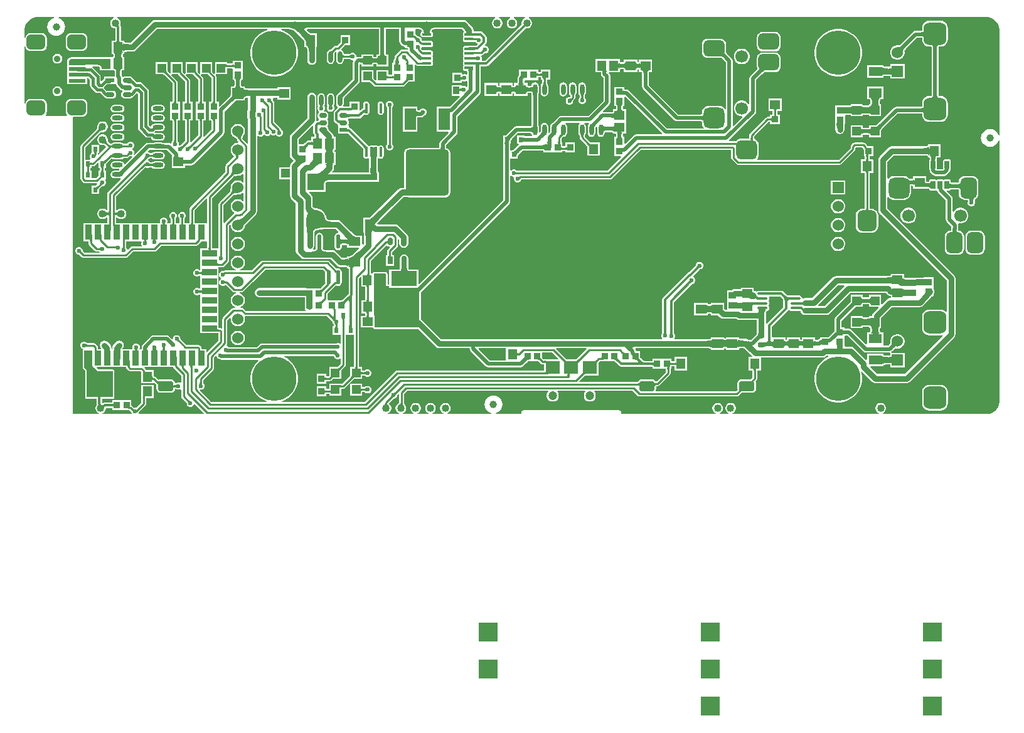
<source format=gtl>
G04*
G04 #@! TF.GenerationSoftware,Altium Limited,Altium Designer,21.1.1 (26)*
G04*
G04 Layer_Physical_Order=1*
G04 Layer_Color=255*
%FSLAX25Y25*%
%MOIN*%
G70*
G04*
G04 #@! TF.SameCoordinates,699B9FA1-69CE-4F8E-812B-AA759A78C5B1*
G04*
G04*
G04 #@! TF.FilePolarity,Positive*
G04*
G01*
G75*
%ADD15C,0.01000*%
%ADD29R,0.03740X0.03347*%
%ADD30R,0.04134X0.04134*%
%ADD31R,0.03543X0.07874*%
%ADD32R,0.03543X0.07874*%
%ADD33R,0.07874X0.03543*%
%ADD34R,0.07874X0.03543*%
G04:AMPARAMS|DCode=35|XSize=78.74mil|YSize=98.43mil|CornerRadius=19.68mil|HoleSize=0mil|Usage=FLASHONLY|Rotation=90.000|XOffset=0mil|YOffset=0mil|HoleType=Round|Shape=RoundedRectangle|*
%AMROUNDEDRECTD35*
21,1,0.07874,0.05906,0,0,90.0*
21,1,0.03937,0.09843,0,0,90.0*
1,1,0.03937,0.02953,0.01968*
1,1,0.03937,0.02953,-0.01968*
1,1,0.03937,-0.02953,-0.01968*
1,1,0.03937,-0.02953,0.01968*
%
%ADD35ROUNDEDRECTD35*%
%ADD36R,0.08858X0.01968*%
G04:AMPARAMS|DCode=37|XSize=23.62mil|YSize=47.24mil|CornerRadius=5.91mil|HoleSize=0mil|Usage=FLASHONLY|Rotation=90.000|XOffset=0mil|YOffset=0mil|HoleType=Round|Shape=RoundedRectangle|*
%AMROUNDEDRECTD37*
21,1,0.02362,0.03543,0,0,90.0*
21,1,0.01181,0.04724,0,0,90.0*
1,1,0.01181,0.01772,0.00591*
1,1,0.01181,0.01772,-0.00591*
1,1,0.01181,-0.01772,-0.00591*
1,1,0.01181,-0.01772,0.00591*
%
%ADD37ROUNDEDRECTD37*%
%ADD38R,0.04724X0.02362*%
%ADD39C,0.03937*%
%ADD40R,0.13780X0.07874*%
%ADD41O,0.01600X0.05512*%
G04:AMPARAMS|DCode=42|XSize=228.35mil|YSize=244.1mil|CornerRadius=17.13mil|HoleSize=0mil|Usage=FLASHONLY|Rotation=180.000|XOffset=0mil|YOffset=0mil|HoleType=Round|Shape=RoundedRectangle|*
%AMROUNDEDRECTD42*
21,1,0.22835,0.20984,0,0,180.0*
21,1,0.19410,0.24410,0,0,180.0*
1,1,0.03425,-0.09705,0.10492*
1,1,0.03425,0.09705,0.10492*
1,1,0.03425,0.09705,-0.10492*
1,1,0.03425,-0.09705,-0.10492*
%
%ADD42ROUNDEDRECTD42*%
%ADD43R,0.06299X0.11811*%
%ADD44R,0.02362X0.02756*%
%ADD45R,0.06299X0.06299*%
%ADD46R,0.07480X0.07087*%
G04:AMPARAMS|DCode=47|XSize=82.68mil|YSize=55.12mil|CornerRadius=13.78mil|HoleSize=0mil|Usage=FLASHONLY|Rotation=0.000|XOffset=0mil|YOffset=0mil|HoleType=Round|Shape=RoundedRectangle|*
%AMROUNDEDRECTD47*
21,1,0.08268,0.02756,0,0,0.0*
21,1,0.05512,0.05512,0,0,0.0*
1,1,0.02756,0.02756,-0.01378*
1,1,0.02756,-0.02756,-0.01378*
1,1,0.02756,-0.02756,0.01378*
1,1,0.02756,0.02756,0.01378*
%
%ADD47ROUNDEDRECTD47*%
G04:AMPARAMS|DCode=48|XSize=26mil|YSize=40mil|CornerRadius=6.5mil|HoleSize=0mil|Usage=FLASHONLY|Rotation=180.000|XOffset=0mil|YOffset=0mil|HoleType=Round|Shape=RoundedRectangle|*
%AMROUNDEDRECTD48*
21,1,0.02600,0.02700,0,0,180.0*
21,1,0.01300,0.04000,0,0,180.0*
1,1,0.01300,-0.00650,0.01350*
1,1,0.01300,0.00650,0.01350*
1,1,0.01300,0.00650,-0.01350*
1,1,0.01300,-0.00650,-0.01350*
%
%ADD48ROUNDEDRECTD48*%
%ADD49R,0.02600X0.04000*%
%ADD50R,0.03543X0.02756*%
G04:AMPARAMS|DCode=51|XSize=27.56mil|YSize=35.43mil|CornerRadius=6.89mil|HoleSize=0mil|Usage=FLASHONLY|Rotation=90.000|XOffset=0mil|YOffset=0mil|HoleType=Round|Shape=RoundedRectangle|*
%AMROUNDEDRECTD51*
21,1,0.02756,0.02165,0,0,90.0*
21,1,0.01378,0.03543,0,0,90.0*
1,1,0.01378,0.01083,0.00689*
1,1,0.01378,0.01083,-0.00689*
1,1,0.01378,-0.01083,-0.00689*
1,1,0.01378,-0.01083,0.00689*
%
%ADD51ROUNDEDRECTD51*%
G04:AMPARAMS|DCode=52|XSize=23.62mil|YSize=39.37mil|CornerRadius=5.91mil|HoleSize=0mil|Usage=FLASHONLY|Rotation=270.000|XOffset=0mil|YOffset=0mil|HoleType=Round|Shape=RoundedRectangle|*
%AMROUNDEDRECTD52*
21,1,0.02362,0.02756,0,0,270.0*
21,1,0.01181,0.03937,0,0,270.0*
1,1,0.01181,-0.01378,-0.00591*
1,1,0.01181,-0.01378,0.00591*
1,1,0.01181,0.01378,0.00591*
1,1,0.01181,0.01378,-0.00591*
%
%ADD52ROUNDEDRECTD52*%
%ADD53R,0.03937X0.02362*%
%ADD54R,0.14016X0.10000*%
%ADD55O,0.02362X0.06102*%
G04:AMPARAMS|DCode=56|XSize=16.14mil|YSize=49.21mil|CornerRadius=4.04mil|HoleSize=0mil|Usage=FLASHONLY|Rotation=270.000|XOffset=0mil|YOffset=0mil|HoleType=Round|Shape=RoundedRectangle|*
%AMROUNDEDRECTD56*
21,1,0.01614,0.04114,0,0,270.0*
21,1,0.00807,0.04921,0,0,270.0*
1,1,0.00807,-0.02057,-0.00404*
1,1,0.00807,-0.02057,0.00404*
1,1,0.00807,0.02057,0.00404*
1,1,0.00807,0.02057,-0.00404*
%
%ADD56ROUNDEDRECTD56*%
%ADD57R,0.11575X0.14094*%
%ADD58O,0.02165X0.07677*%
%ADD59O,0.05709X0.02362*%
%ADD60R,0.04724X0.04724*%
%ADD61R,0.04724X0.04724*%
%ADD62R,0.05315X0.04528*%
%ADD63R,0.05118X0.05512*%
%ADD64O,0.02362X0.05709*%
%ADD65R,0.07087X0.05118*%
%ADD66R,0.03937X0.03543*%
%ADD67R,0.06496X0.04724*%
%ADD68R,0.05512X0.05118*%
G04:AMPARAMS|DCode=69|XSize=23.62mil|YSize=43.31mil|CornerRadius=0.12mil|HoleSize=0mil|Usage=FLASHONLY|Rotation=0.000|XOffset=0mil|YOffset=0mil|HoleType=Round|Shape=RoundedRectangle|*
%AMROUNDEDRECTD69*
21,1,0.02362,0.04307,0,0,0.0*
21,1,0.02339,0.04331,0,0,0.0*
1,1,0.00024,0.01169,-0.02153*
1,1,0.00024,-0.01169,-0.02153*
1,1,0.00024,-0.01169,0.02153*
1,1,0.00024,0.01169,0.02153*
%
%ADD69ROUNDEDRECTD69*%
%ADD70O,0.05315X0.01476*%
%ADD71R,0.11024X0.08661*%
G04:AMPARAMS|DCode=72|XSize=86.61mil|YSize=110.24mil|CornerRadius=21.65mil|HoleSize=0mil|Usage=FLASHONLY|Rotation=270.000|XOffset=0mil|YOffset=0mil|HoleType=Round|Shape=RoundedRectangle|*
%AMROUNDEDRECTD72*
21,1,0.08661,0.06693,0,0,270.0*
21,1,0.04331,0.11024,0,0,270.0*
1,1,0.04331,-0.03347,-0.02165*
1,1,0.04331,-0.03347,0.02165*
1,1,0.04331,0.03347,0.02165*
1,1,0.04331,0.03347,-0.02165*
%
%ADD72ROUNDEDRECTD72*%
G04:AMPARAMS|DCode=73|XSize=110.24mil|YSize=110.24mil|CornerRadius=27.56mil|HoleSize=0mil|Usage=FLASHONLY|Rotation=270.000|XOffset=0mil|YOffset=0mil|HoleType=Round|Shape=RoundedRectangle|*
%AMROUNDEDRECTD73*
21,1,0.11024,0.05512,0,0,270.0*
21,1,0.05512,0.11024,0,0,270.0*
1,1,0.05512,-0.02756,-0.02756*
1,1,0.05512,-0.02756,0.02756*
1,1,0.05512,0.02756,0.02756*
1,1,0.05512,0.02756,-0.02756*
%
%ADD73ROUNDEDRECTD73*%
G04:AMPARAMS|DCode=74|XSize=102.36mil|YSize=110.24mil|CornerRadius=25.59mil|HoleSize=0mil|Usage=FLASHONLY|Rotation=270.000|XOffset=0mil|YOffset=0mil|HoleType=Round|Shape=RoundedRectangle|*
%AMROUNDEDRECTD74*
21,1,0.10236,0.05906,0,0,270.0*
21,1,0.05118,0.11024,0,0,270.0*
1,1,0.05118,-0.02953,-0.02559*
1,1,0.05118,-0.02953,0.02559*
1,1,0.05118,0.02953,0.02559*
1,1,0.05118,0.02953,-0.02559*
%
%ADD74ROUNDEDRECTD74*%
%ADD75R,0.03347X0.03740*%
G04:AMPARAMS|DCode=76|XSize=86.61mil|YSize=110.24mil|CornerRadius=21.65mil|HoleSize=0mil|Usage=FLASHONLY|Rotation=180.000|XOffset=0mil|YOffset=0mil|HoleType=Round|Shape=RoundedRectangle|*
%AMROUNDEDRECTD76*
21,1,0.08661,0.06693,0,0,180.0*
21,1,0.04331,0.11024,0,0,180.0*
1,1,0.04331,-0.02165,0.03347*
1,1,0.04331,0.02165,0.03347*
1,1,0.04331,0.02165,-0.03347*
1,1,0.04331,-0.02165,-0.03347*
%
%ADD76ROUNDEDRECTD76*%
G04:AMPARAMS|DCode=77|XSize=102.36mil|YSize=110.24mil|CornerRadius=25.59mil|HoleSize=0mil|Usage=FLASHONLY|Rotation=180.000|XOffset=0mil|YOffset=0mil|HoleType=Round|Shape=RoundedRectangle|*
%AMROUNDEDRECTD77*
21,1,0.10236,0.05906,0,0,180.0*
21,1,0.05118,0.11024,0,0,180.0*
1,1,0.05118,-0.02559,0.02953*
1,1,0.05118,0.02559,0.02953*
1,1,0.05118,0.02559,-0.02953*
1,1,0.05118,-0.02559,-0.02953*
%
%ADD77ROUNDEDRECTD77*%
G04:AMPARAMS|DCode=78|XSize=110.24mil|YSize=110.24mil|CornerRadius=27.56mil|HoleSize=0mil|Usage=FLASHONLY|Rotation=180.000|XOffset=0mil|YOffset=0mil|HoleType=Round|Shape=RoundedRectangle|*
%AMROUNDEDRECTD78*
21,1,0.11024,0.05512,0,0,180.0*
21,1,0.05512,0.11024,0,0,180.0*
1,1,0.05512,-0.02756,0.02756*
1,1,0.05512,0.02756,0.02756*
1,1,0.05512,0.02756,-0.02756*
1,1,0.05512,-0.02756,-0.02756*
%
%ADD78ROUNDEDRECTD78*%
%ADD79R,0.08661X0.11024*%
%ADD80R,0.04528X0.05315*%
%ADD81R,0.03543X0.03937*%
%ADD135C,0.23622*%
%ADD147C,0.01378*%
%ADD148C,0.03150*%
%ADD149C,0.01968*%
%ADD150C,0.01500*%
%ADD151C,0.02756*%
%ADD152R,0.09843X0.09843*%
%ADD153R,0.06000X0.06000*%
%ADD154C,0.06000*%
%ADD155O,0.04724X0.03543*%
G04:AMPARAMS|DCode=156|XSize=120mil|YSize=120mil|CornerRadius=30mil|HoleSize=0mil|Usage=FLASHONLY|Rotation=270.000|XOffset=0mil|YOffset=0mil|HoleType=Round|Shape=RoundedRectangle|*
%AMROUNDEDRECTD156*
21,1,0.12000,0.06000,0,0,270.0*
21,1,0.06000,0.12000,0,0,270.0*
1,1,0.06000,-0.03000,-0.03000*
1,1,0.06000,-0.03000,0.03000*
1,1,0.06000,0.03000,0.03000*
1,1,0.06000,0.03000,-0.03000*
%
%ADD156ROUNDEDRECTD156*%
%ADD157C,0.10000*%
%ADD158R,0.09000X0.09000*%
%ADD159C,0.03543*%
%ADD160C,0.04724*%
%ADD161C,0.04000*%
%ADD162C,0.06693*%
%ADD163C,0.02362*%
%ADD164C,0.01968*%
G36*
X813086Y538296D02*
X814373Y537762D01*
X815531Y536989D01*
X816516Y536004D01*
X817290Y534846D01*
X817823Y533559D01*
X818095Y532193D01*
Y531496D01*
Y475725D01*
X817607Y475646D01*
X817130Y476798D01*
X816371Y477788D01*
X815381Y478547D01*
X814229Y479025D01*
X812992Y479187D01*
X811755Y479025D01*
X810603Y478547D01*
X809614Y477788D01*
X808854Y476798D01*
X808377Y475646D01*
X808214Y474409D01*
X808377Y473173D01*
X808854Y472020D01*
X809614Y471031D01*
X810603Y470272D01*
X811755Y469794D01*
X812992Y469632D01*
X814229Y469794D01*
X815381Y470272D01*
X816371Y471031D01*
X817130Y472020D01*
X817607Y473173D01*
X818095Y473094D01*
X818095Y334646D01*
Y333949D01*
X817823Y332583D01*
X817290Y331296D01*
X816516Y330138D01*
X815531Y329153D01*
X814373Y328379D01*
X813086Y327846D01*
X811720Y327574D01*
X755974D01*
X755908Y328074D01*
X756002Y328099D01*
X756640Y328468D01*
X757162Y328989D01*
X757530Y329628D01*
X757721Y330340D01*
Y331077D01*
X757530Y331789D01*
X757162Y332428D01*
X756640Y332949D01*
X756002Y333318D01*
X755290Y333509D01*
X754553D01*
X753840Y333318D01*
X753202Y332949D01*
X752681Y332428D01*
X752312Y331789D01*
X752121Y331077D01*
Y330340D01*
X752312Y329628D01*
X752681Y328989D01*
X753202Y328468D01*
X753840Y328099D01*
X753934Y328074D01*
X753868Y327574D01*
X676250D01*
X676184Y328074D01*
X676278Y328099D01*
X676916Y328468D01*
X677437Y328989D01*
X677806Y329628D01*
X677997Y330340D01*
Y331077D01*
X677806Y331789D01*
X677437Y332428D01*
X676916Y332949D01*
X676278Y333318D01*
X675565Y333509D01*
X674828D01*
X674116Y333318D01*
X673478Y332949D01*
X672956Y332428D01*
X672588Y331789D01*
X672397Y331077D01*
Y330340D01*
X672588Y329628D01*
X672956Y328989D01*
X673478Y328468D01*
X674116Y328099D01*
X674210Y328074D01*
X674144Y327574D01*
X669360D01*
X669294Y328074D01*
X669388Y328099D01*
X670026Y328468D01*
X670548Y328989D01*
X670916Y329628D01*
X671107Y330340D01*
Y331077D01*
X670916Y331789D01*
X670548Y332428D01*
X670026Y332949D01*
X669388Y333318D01*
X668676Y333509D01*
X667939D01*
X667226Y333318D01*
X666588Y332949D01*
X666067Y332428D01*
X665698Y331789D01*
X665507Y331077D01*
Y330340D01*
X665698Y329628D01*
X666067Y328989D01*
X666588Y328468D01*
X667226Y328099D01*
X667320Y328074D01*
X667254Y327574D01*
X616957D01*
Y328740D01*
X616895Y329052D01*
X616718Y329317D01*
X616454Y329494D01*
X616142Y329556D01*
X564961D01*
X564648Y329494D01*
X564384Y329317D01*
X564207Y329052D01*
X564145Y328740D01*
Y327574D01*
X550528D01*
X550449Y328062D01*
X551602Y328539D01*
X552591Y329299D01*
X553350Y330288D01*
X553828Y331441D01*
X553991Y332677D01*
X553828Y333914D01*
X553350Y335066D01*
X552591Y336056D01*
X551602Y336815D01*
X550449Y337292D01*
X549213Y337455D01*
X547976Y337292D01*
X546824Y336815D01*
X545834Y336056D01*
X545075Y335066D01*
X544597Y333914D01*
X544435Y332677D01*
X544597Y331441D01*
X545075Y330288D01*
X545834Y329299D01*
X546824Y328539D01*
X547976Y328062D01*
X547897Y327574D01*
X524675D01*
X524609Y328074D01*
X524703Y328099D01*
X525341Y328468D01*
X525863Y328989D01*
X526231Y329628D01*
X526422Y330340D01*
Y331077D01*
X526231Y331789D01*
X525863Y332428D01*
X525341Y332949D01*
X524703Y333318D01*
X523991Y333509D01*
X523253D01*
X522541Y333318D01*
X521903Y332949D01*
X521382Y332428D01*
X521013Y331789D01*
X520822Y331077D01*
Y330340D01*
X521013Y329628D01*
X521382Y328989D01*
X521903Y328468D01*
X522541Y328099D01*
X522635Y328074D01*
X522569Y327574D01*
X516801D01*
X516735Y328074D01*
X516829Y328099D01*
X517467Y328468D01*
X517989Y328989D01*
X518357Y329628D01*
X518548Y330340D01*
Y331077D01*
X518357Y331789D01*
X517989Y332428D01*
X517467Y332949D01*
X516829Y333318D01*
X516117Y333509D01*
X515379D01*
X514667Y333318D01*
X514029Y332949D01*
X513508Y332428D01*
X513139Y331789D01*
X512948Y331077D01*
Y330340D01*
X513139Y329628D01*
X513508Y328989D01*
X514029Y328468D01*
X514667Y328099D01*
X514761Y328074D01*
X514695Y327574D01*
X508927D01*
X508861Y328074D01*
X508955Y328099D01*
X509593Y328468D01*
X510115Y328989D01*
X510483Y329628D01*
X510674Y330340D01*
Y331077D01*
X510483Y331789D01*
X510115Y332428D01*
X509593Y332949D01*
X508955Y333318D01*
X508243Y333509D01*
X507505D01*
X506793Y333318D01*
X506155Y332949D01*
X505633Y332428D01*
X505265Y331789D01*
X505074Y331077D01*
Y330340D01*
X505265Y329628D01*
X505633Y328989D01*
X506155Y328468D01*
X506793Y328099D01*
X506887Y328074D01*
X506821Y327574D01*
X501053D01*
X500987Y328074D01*
X501081Y328099D01*
X501719Y328468D01*
X502241Y328989D01*
X502609Y329628D01*
X502800Y330340D01*
Y331077D01*
X502609Y331789D01*
X502440Y332083D01*
X502416Y332154D01*
X502168Y332589D01*
X502081Y332761D01*
X501930Y333108D01*
X501883Y333243D01*
X501847Y333371D01*
X501823Y333481D01*
X501816Y333534D01*
Y338524D01*
X503285Y339993D01*
X578121D01*
X578329Y339493D01*
X578178Y339343D01*
X577762Y338622D01*
X577547Y337818D01*
Y336985D01*
X577762Y336181D01*
X578178Y335460D01*
X578767Y334871D01*
X579488Y334455D01*
X580292Y334239D01*
X581125D01*
X581929Y334455D01*
X582650Y334871D01*
X583239Y335460D01*
X583655Y336181D01*
X583871Y336985D01*
Y337818D01*
X583655Y338622D01*
X583239Y339343D01*
X583089Y339493D01*
X583296Y339993D01*
X597806D01*
X598013Y339493D01*
X597863Y339343D01*
X597447Y338622D01*
X597231Y337818D01*
Y336985D01*
X597447Y336181D01*
X597863Y335460D01*
X598452Y334871D01*
X599173Y334455D01*
X599977Y334239D01*
X600810D01*
X601614Y334455D01*
X602335Y334871D01*
X602924Y335460D01*
X603340Y336181D01*
X603556Y336985D01*
Y337818D01*
X603340Y338622D01*
X602924Y339343D01*
X602774Y339493D01*
X602981Y339993D01*
X623081D01*
X625748Y337327D01*
X626178Y337039D01*
X626685Y336938D01*
X678543D01*
X679050Y337039D01*
X679480Y337327D01*
X680875Y338722D01*
X680956Y338793D01*
X681080Y338891D01*
X681124Y338921D01*
X686539D01*
X687388Y339090D01*
X688109Y339571D01*
X688590Y340292D01*
X688759Y341142D01*
Y343898D01*
X688590Y344747D01*
X688417Y345007D01*
X688929Y345519D01*
X689217Y345950D01*
X689318Y346457D01*
Y350775D01*
X691351D01*
Y357602D01*
X724197D01*
X725123Y357787D01*
X725909Y358312D01*
X726200Y358602D01*
X726895D01*
X727078Y358406D01*
X726991Y357914D01*
X725674Y357243D01*
X724068Y356076D01*
X722664Y354672D01*
X721497Y353066D01*
X720596Y351298D01*
X719983Y349410D01*
X719672Y347449D01*
Y345464D01*
X719983Y343504D01*
X720596Y341616D01*
X721497Y339847D01*
X722664Y338241D01*
X724068Y336838D01*
X725674Y335671D01*
X727443Y334770D01*
X729330Y334156D01*
X731291Y333846D01*
X733276D01*
X735237Y334156D01*
X737124Y334770D01*
X738893Y335671D01*
X740499Y336838D01*
X741903Y338241D01*
X743069Y339847D01*
X743971Y341616D01*
X744584Y343504D01*
X744895Y345464D01*
Y347449D01*
X744584Y349410D01*
X744392Y350001D01*
X744830Y350269D01*
X745646Y349453D01*
X745647Y349453D01*
X750355Y344744D01*
X751141Y344220D01*
X752067Y344035D01*
X768701D01*
X769627Y344220D01*
X770413Y344744D01*
X794035Y368367D01*
X794560Y369152D01*
X794744Y370079D01*
Y370832D01*
X794776Y370990D01*
Y381608D01*
X794744Y381767D01*
Y399606D01*
X794560Y400533D01*
X794035Y401319D01*
X758450Y436904D01*
Y442797D01*
X758950Y442966D01*
X759275Y442543D01*
X760018Y441973D01*
X760883Y441614D01*
X761811Y441492D01*
X767323D01*
X768251Y441614D01*
X769116Y441973D01*
X769859Y442543D01*
X770429Y443286D01*
X770787Y444150D01*
X770909Y445079D01*
Y448869D01*
X771088Y448914D01*
X771344Y448953D01*
X771426Y448959D01*
X771489Y448954D01*
X771716Y448916D01*
X771886Y448871D01*
X771996Y448826D01*
X772035Y448803D01*
Y447428D01*
X778319D01*
X778338Y447425D01*
X778341Y447425D01*
X778345Y447425D01*
X778632Y447428D01*
X779146D01*
Y447430D01*
X779982D01*
X780140Y447416D01*
X780363Y447379D01*
X780529Y447334D01*
X780636Y447290D01*
X780678Y447264D01*
X780685Y447196D01*
X780705Y447131D01*
X780743Y446939D01*
X780923Y446671D01*
X781191Y446491D01*
X781508Y446428D01*
X783847D01*
X784163Y446491D01*
X784176Y446500D01*
X784414Y446583D01*
X784855Y446351D01*
X784933Y445957D01*
X785328Y445367D01*
X789519Y441176D01*
Y431102D01*
X789519Y431102D01*
X789658Y430406D01*
X790052Y429816D01*
X792422Y427446D01*
Y426983D01*
X792260Y426592D01*
Y425804D01*
X792343Y425605D01*
X792337Y425533D01*
X792301Y425314D01*
X792259Y425150D01*
X792218Y425044D01*
X792214Y425038D01*
X791929D01*
X791155Y424936D01*
X790434Y424638D01*
X789814Y424162D01*
X789339Y423543D01*
X789040Y422821D01*
X788938Y422047D01*
Y415354D01*
X789040Y414580D01*
X789339Y413859D01*
X789814Y413239D01*
X790434Y412764D01*
X791155Y412465D01*
X791929Y412363D01*
X796260D01*
X797034Y412465D01*
X797755Y412764D01*
X798375Y413239D01*
X798850Y413859D01*
X799149Y414580D01*
X799251Y415354D01*
Y422047D01*
X799149Y422821D01*
X798850Y423543D01*
X798375Y424162D01*
X797755Y424638D01*
X797034Y424936D01*
X796368Y425024D01*
X796171Y425332D01*
X796110Y425533D01*
X796222Y425804D01*
Y426592D01*
X796060Y426983D01*
Y428200D01*
X795981Y428599D01*
X796406Y429003D01*
X796698Y428924D01*
X797790D01*
X798845Y429207D01*
X799790Y429753D01*
X800562Y430525D01*
X801108Y431470D01*
X801390Y432525D01*
Y433617D01*
X801108Y434671D01*
X800562Y435617D01*
X799790Y436389D01*
X798845Y436935D01*
X797790Y437217D01*
X796698D01*
X795644Y436935D01*
X794698Y436389D01*
X793926Y435617D01*
X793658Y435152D01*
X793158Y435286D01*
Y441929D01*
X793019Y442625D01*
X792625Y443216D01*
X792625Y443216D01*
X789874Y445966D01*
X790065Y446428D01*
X791327D01*
X791480Y446459D01*
X791501Y446459D01*
X791517Y446466D01*
X791643Y446491D01*
X791774Y446578D01*
X791793Y446587D01*
X791804Y446599D01*
X791912Y446671D01*
X791999Y446801D01*
X792013Y446816D01*
X792019Y446831D01*
X792073Y446912D01*
X792195Y446942D01*
X792385Y446972D01*
X792767Y447000D01*
X795717D01*
X795880Y446985D01*
X796107Y446948D01*
X796276Y446902D01*
X796387Y446858D01*
X796419Y446838D01*
Y444488D01*
X796520Y443714D01*
X796819Y442993D01*
X797295Y442373D01*
X797914Y441898D01*
X798635Y441599D01*
X799409Y441497D01*
X801123D01*
X801156Y441414D01*
X801202Y441238D01*
X801240Y440999D01*
X801255Y440823D01*
Y440564D01*
X801169Y440355D01*
Y439567D01*
X801470Y438838D01*
X802027Y438281D01*
X802756Y437980D01*
X803544D01*
X804272Y438281D01*
X804829Y438838D01*
X805131Y439567D01*
Y440355D01*
X804894Y440926D01*
X804909Y441128D01*
X804950Y441416D01*
X805001Y441647D01*
X805058Y441816D01*
X805064Y441827D01*
X805236Y441898D01*
X805855Y442373D01*
X806330Y442993D01*
X806629Y443714D01*
X806731Y444488D01*
Y451181D01*
X806629Y451955D01*
X806330Y452677D01*
X805855Y453296D01*
X805236Y453771D01*
X804514Y454070D01*
X803740Y454172D01*
X799409D01*
X798635Y454070D01*
X797914Y453771D01*
X797295Y453296D01*
X796819Y452677D01*
X796520Y451955D01*
X796419Y451181D01*
Y450800D01*
X796387Y450780D01*
X796276Y450735D01*
X796107Y450690D01*
X795880Y450652D01*
X795717Y450638D01*
X792852D01*
X792693Y450652D01*
X792470Y450690D01*
X792304Y450735D01*
X792197Y450778D01*
X792157Y450803D01*
X792155Y450826D01*
Y451563D01*
X792092Y451880D01*
X791912Y452148D01*
X791643Y452328D01*
X791327Y452391D01*
X788988D01*
X788671Y452328D01*
X788403Y452148D01*
X788172D01*
X787903Y452328D01*
X787587Y452391D01*
X785248D01*
X784931Y452328D01*
X784663Y452148D01*
X784432D01*
X784163Y452328D01*
X783847Y452391D01*
X781508D01*
X781191Y452328D01*
X780923Y452148D01*
X780743Y451880D01*
X780680Y451563D01*
Y451258D01*
X780678Y451235D01*
X780636Y451209D01*
X780529Y451165D01*
X780363Y451120D01*
X780140Y451083D01*
X779982Y451069D01*
X779856D01*
X779694Y451083D01*
X779467Y451120D01*
X779297Y451166D01*
X779187Y451211D01*
X779146Y451235D01*
Y454146D01*
X772035D01*
Y452772D01*
X771996Y452749D01*
X771886Y452704D01*
X771716Y452658D01*
X771489Y452621D01*
X771326Y452607D01*
X771179D01*
X770937Y452623D01*
X770600Y452665D01*
X770320Y452721D01*
X770127Y452777D01*
X769859Y453127D01*
X769116Y453697D01*
X768251Y454055D01*
X767323Y454177D01*
X761811D01*
X760883Y454055D01*
X760018Y453697D01*
X759275Y453127D01*
X758950Y452703D01*
X758450Y452873D01*
Y461719D01*
X761830Y465098D01*
X778435D01*
X778628Y465086D01*
X779047Y465034D01*
X779388Y464966D01*
X779645Y464888D01*
X779814Y464811D01*
X779895Y464755D01*
X779901Y464749D01*
X779909Y464692D01*
Y463964D01*
X780702D01*
X780721Y463960D01*
X781012Y463590D01*
X781041Y463418D01*
X781048Y463338D01*
X781042Y463219D01*
X781020Y463008D01*
X780994Y462843D01*
X780989Y462822D01*
X780923Y462778D01*
X780810Y462609D01*
X780800Y462598D01*
X780798Y462592D01*
X780743Y462510D01*
X780704Y462311D01*
X780699Y462297D01*
X780699Y462289D01*
X780680Y462193D01*
Y457886D01*
X780743Y457569D01*
X780923Y457301D01*
X781055Y457212D01*
Y457043D01*
X781055Y457043D01*
X781193Y456347D01*
X781588Y455757D01*
X782741Y454603D01*
X782741Y454603D01*
X783331Y454209D01*
X784027Y454071D01*
X788567D01*
X788567Y454071D01*
X789263Y454209D01*
X789853Y454603D01*
X791247Y455997D01*
X791247Y455997D01*
X791641Y456587D01*
X791763Y457201D01*
X791912Y457301D01*
X792092Y457569D01*
X792155Y457886D01*
Y462193D01*
X792092Y462510D01*
X791912Y462778D01*
X791643Y462958D01*
X791327Y463021D01*
X788988D01*
X788671Y462958D01*
X788403Y462778D01*
X788224Y462510D01*
X788161Y462193D01*
Y459938D01*
X788141Y459842D01*
X788141Y459842D01*
Y458037D01*
X787813Y457709D01*
X784781D01*
X784693Y457796D01*
Y459842D01*
X784693Y459842D01*
X784674Y459938D01*
Y460140D01*
X784693Y460236D01*
X784693Y460236D01*
Y463256D01*
X784707Y463418D01*
X784745Y463645D01*
X784791Y463815D01*
X784835Y463925D01*
X784859Y463964D01*
X786627D01*
Y471076D01*
X780739D01*
X780721Y471079D01*
X780702Y471076D01*
X779909D01*
Y470347D01*
X779901Y470291D01*
X779895Y470284D01*
X779814Y470228D01*
X779645Y470152D01*
X779388Y470074D01*
X779059Y470008D01*
X778338Y469941D01*
X760827D01*
X759900Y469757D01*
X759115Y469232D01*
X754316Y464434D01*
X753792Y463648D01*
X753607Y462721D01*
Y435901D01*
X753792Y434974D01*
X754316Y434189D01*
X789901Y398603D01*
Y382294D01*
X789719Y382168D01*
X789401Y382077D01*
X788696Y382618D01*
X787772Y383001D01*
X786779Y383132D01*
X780780D01*
X779787Y383001D01*
X778863Y382618D01*
X778069Y382009D01*
X777460Y381216D01*
X777077Y380291D01*
X776947Y379299D01*
Y373299D01*
X777077Y372307D01*
X777460Y371383D01*
X778069Y370589D01*
X778863Y369980D01*
X779787Y369597D01*
X780780Y369466D01*
X786779D01*
X787700Y369588D01*
X787834Y369440D01*
X787955Y369135D01*
X767698Y348878D01*
X753070D01*
X749508Y352440D01*
X749715Y352940D01*
X755481D01*
X755500Y352937D01*
X755518Y352940D01*
X756312D01*
Y353611D01*
X756353Y353634D01*
X756532Y353702D01*
X756801Y353770D01*
X757141Y353826D01*
X757809Y353878D01*
X759979D01*
Y352499D01*
X767580D01*
Y360099D01*
X760614D01*
X760494Y360599D01*
X760971Y360918D01*
X761876Y361823D01*
X762271Y362175D01*
X762493Y362349D01*
X762678Y362476D01*
X762788Y362538D01*
X762870Y362507D01*
X762938Y362509D01*
X763004Y362495D01*
X763096Y362514D01*
X763188Y362516D01*
X763198Y362521D01*
X763279Y362499D01*
X764280D01*
X765246Y362758D01*
X766113Y363258D01*
X766820Y363966D01*
X767321Y364832D01*
X767580Y365799D01*
Y366799D01*
X767321Y367766D01*
X766820Y368633D01*
X766113Y369340D01*
X765246Y369840D01*
X764280Y370099D01*
X763279D01*
X762313Y369840D01*
X761446Y369340D01*
X760739Y368633D01*
X760239Y367766D01*
X759979Y366799D01*
Y365799D01*
X760001Y365718D01*
X759997Y365708D01*
X759994Y365615D01*
X759976Y365524D01*
X759989Y365458D01*
X759987Y365390D01*
X760018Y365308D01*
X759956Y365198D01*
X759840Y365028D01*
X759255Y364348D01*
X758931Y364024D01*
X756674D01*
X756312Y364357D01*
Y371076D01*
X755196D01*
X755000Y371096D01*
X754919Y371125D01*
X754847Y371172D01*
X754764Y371263D01*
X754667Y371420D01*
X754570Y371659D01*
X754483Y371980D01*
X754416Y372382D01*
X754415Y372394D01*
X754425Y372563D01*
X754472Y372917D01*
X754529Y373199D01*
X754581Y373373D01*
X755131D01*
Y374167D01*
X755134Y374185D01*
X755131Y374204D01*
Y377089D01*
X755177Y377323D01*
Y378721D01*
X760846Y384390D01*
X775591D01*
X776517Y384574D01*
X777303Y385099D01*
X781141Y388937D01*
X781666Y389723D01*
X781699Y389889D01*
X781955Y390145D01*
X783182D01*
Y391603D01*
X783241Y391691D01*
X783425Y392618D01*
X783241Y393545D01*
X783182Y393633D01*
Y395091D01*
X783182Y395091D01*
Y395263D01*
X783182D01*
X783182Y395591D01*
Y400209D01*
X778672D01*
X778654Y400213D01*
X778643Y400211D01*
X778631Y400213D01*
X778509Y400209D01*
X777842D01*
Y400191D01*
X776617Y400157D01*
X772146D01*
X771417Y400013D01*
X769715D01*
X769697Y400016D01*
X769679Y400013D01*
X769670D01*
X769653Y400015D01*
X769643Y400013D01*
X768885D01*
Y399937D01*
X768416Y399909D01*
X768137Y399956D01*
X767814Y400042D01*
X767574Y400140D01*
X767415Y400237D01*
X767323Y400321D01*
X767275Y400394D01*
X767246Y400475D01*
X767237Y400558D01*
Y402079D01*
X761153D01*
X761134Y402083D01*
X761116Y402079D01*
X760322D01*
Y401354D01*
X760322Y401352D01*
X760253Y401309D01*
X760080Y401237D01*
X759817Y401164D01*
X759482Y401103D01*
X758785Y401043D01*
X731299D01*
X730373Y400859D01*
X729587Y400334D01*
X718485Y389232D01*
X714567D01*
X713705Y389061D01*
X713616Y389064D01*
X713179Y389341D01*
X713112Y389675D01*
X712772Y390184D01*
X712264Y390524D01*
X711663Y390643D01*
X707825D01*
X707573Y390593D01*
X706128D01*
X705974Y390610D01*
X705783Y390647D01*
X705599Y390697D01*
X705423Y390762D01*
X705253Y390841D01*
X705088Y390934D01*
X704926Y391044D01*
X704806Y391140D01*
X703258Y392688D01*
X702765Y393018D01*
X702184Y393133D01*
X694491D01*
X694144Y393202D01*
X690305D01*
X689705Y393083D01*
X689196Y392743D01*
X689181Y392720D01*
X688951Y392549D01*
X688459Y392878D01*
X687878Y392993D01*
X687563D01*
X687535Y392996D01*
X687513Y392999D01*
Y394796D01*
X680598D01*
Y394154D01*
X677362D01*
X676436Y393969D01*
X675650Y393444D01*
X675525Y393320D01*
X673413D01*
Y388176D01*
X673413D01*
Y388005D01*
X673413D01*
Y383156D01*
X672237D01*
X671863Y383530D01*
Y386824D01*
X665582D01*
X665563Y386827D01*
X665545Y386824D01*
X664751D01*
Y386153D01*
X664710Y386129D01*
X664531Y386062D01*
X664262Y385994D01*
X663921Y385937D01*
X663868Y385933D01*
X663845Y385936D01*
X663494Y385994D01*
X663225Y386062D01*
X663046Y386129D01*
X663005Y386153D01*
Y386824D01*
X662211D01*
X662193Y386827D01*
X662174Y386824D01*
X655893D01*
Y380105D01*
X662174D01*
X662193Y380102D01*
X662211Y380105D01*
X663005D01*
Y380776D01*
X663046Y380800D01*
X663225Y380867D01*
X663494Y380935D01*
X663834Y380992D01*
X663888Y380996D01*
X663911Y380994D01*
X664262Y380935D01*
X664531Y380867D01*
X664710Y380800D01*
X664751Y380776D01*
Y380105D01*
X665545D01*
X665563Y380102D01*
X665582Y380105D01*
X668439D01*
X669522Y379022D01*
X670307Y378497D01*
X671234Y378313D01*
X678138D01*
X678160Y378292D01*
X678945Y377767D01*
X679872Y377583D01*
X689113D01*
Y370854D01*
X689049Y370758D01*
X688933Y370177D01*
Y369854D01*
X688179Y369100D01*
X688058Y369019D01*
X688058Y369019D01*
X686016Y366977D01*
X685883D01*
X685359Y366995D01*
X684907Y367039D01*
X684766Y367062D01*
X684680Y367083D01*
X684675Y367084D01*
X684661Y367092D01*
X684631Y367103D01*
X684194Y367394D01*
X683268Y367579D01*
X681189D01*
X680997Y367585D01*
X680577Y367629D01*
X680226Y367687D01*
X679957Y367755D01*
X679778Y367822D01*
X679737Y367846D01*
Y368516D01*
X678943D01*
X678925Y368520D01*
X678906Y368516D01*
X673456D01*
X673437Y368520D01*
X673419Y368516D01*
X672625D01*
Y368075D01*
X672244Y367853D01*
X671863Y368075D01*
Y368516D01*
X671069D01*
X671051Y368520D01*
X671032Y368516D01*
X665582D01*
X665563Y368520D01*
X665545Y368516D01*
X664751D01*
Y367788D01*
X664743Y367732D01*
X664737Y367725D01*
X664656Y367669D01*
X664488Y367593D01*
X664230Y367514D01*
X663902Y367449D01*
X663181Y367382D01*
X645497D01*
X645290Y367882D01*
X645380Y367972D01*
X645682Y368700D01*
Y369489D01*
X645380Y370217D01*
X645230Y370367D01*
X645219Y370509D01*
Y387166D01*
X654650Y396597D01*
X654689Y396631D01*
X654703Y396641D01*
X654922D01*
X655650Y396943D01*
X656207Y397500D01*
X656509Y398228D01*
Y399016D01*
X656207Y399744D01*
X655650Y400302D01*
X655396Y400407D01*
X655279Y400996D01*
X658793Y404511D01*
X658832Y404544D01*
X658846Y404555D01*
X659065D01*
X659793Y404856D01*
X660351Y405413D01*
X660652Y406142D01*
Y406930D01*
X660351Y407658D01*
X659793Y408215D01*
X659065Y408517D01*
X658277D01*
X657549Y408215D01*
X656991Y407658D01*
X656690Y406930D01*
Y406717D01*
X656597Y406609D01*
X652914Y402926D01*
X652758Y402895D01*
X652265Y402566D01*
X639267Y389567D01*
X638938Y389075D01*
X638822Y388494D01*
Y370553D01*
X638818Y370502D01*
X638816Y370485D01*
X638661Y370330D01*
X638359Y369602D01*
Y368814D01*
X638661Y368086D01*
X638865Y367882D01*
X638658Y367382D01*
X521475D01*
X510767Y378090D01*
X510668Y378156D01*
X510668Y389612D01*
Y392494D01*
X557586Y439411D01*
X557586Y439411D01*
X557980Y440002D01*
X558118Y440698D01*
X558118Y440698D01*
Y454121D01*
X558618Y454328D01*
X558917Y454029D01*
X559645Y453728D01*
X559816D01*
X560094Y453312D01*
X560027Y453150D01*
Y452362D01*
X560328Y451634D01*
X560886Y451076D01*
X561614Y450775D01*
X562402D01*
X563130Y451076D01*
X563687Y451634D01*
X563989Y452362D01*
Y452415D01*
X611221D01*
X611728Y452516D01*
X612158Y452803D01*
X627486Y468131D01*
X675521D01*
Y463870D01*
X675622Y463363D01*
X675909Y462933D01*
X678287Y460555D01*
X678717Y460268D01*
X679224Y460167D01*
X733178D01*
X733685Y460268D01*
X734115Y460555D01*
X740142Y466582D01*
X740142Y466582D01*
X741157Y467597D01*
X741444Y468027D01*
X741545Y468534D01*
Y469198D01*
X741647Y469300D01*
X745139D01*
X745290Y469149D01*
X745342Y468890D01*
X745629Y468460D01*
X746038Y468051D01*
Y465411D01*
X746034Y465392D01*
X746038Y465375D01*
Y464586D01*
X746398D01*
Y462938D01*
X744365D01*
Y455826D01*
X746312D01*
Y436656D01*
X745079D01*
X744202Y436540D01*
X743385Y436202D01*
X742683Y435663D01*
X742145Y434962D01*
X741806Y434145D01*
X741691Y433268D01*
Y427362D01*
X741806Y426485D01*
X742145Y425668D01*
X742683Y424966D01*
X743385Y424428D01*
X744202Y424090D01*
X745079Y423974D01*
X750197D01*
X751074Y424090D01*
X751891Y424428D01*
X752593Y424966D01*
X753131Y425668D01*
X753469Y426485D01*
X753585Y427362D01*
Y433268D01*
X753469Y434145D01*
X753131Y434962D01*
X752593Y435663D01*
X751891Y436202D01*
X751074Y436540D01*
X750197Y436656D01*
X748963D01*
Y455826D01*
X751083D01*
Y462938D01*
X749049D01*
Y464586D01*
X750984D01*
Y469926D01*
X747912D01*
X747842Y469996D01*
X747791Y470254D01*
X747504Y470684D01*
X746625Y471563D01*
X746195Y471850D01*
X745688Y471951D01*
X741098D01*
X740591Y471850D01*
X740161Y471563D01*
X739283Y470684D01*
X738995Y470254D01*
X738894Y469747D01*
Y469083D01*
X738268Y468457D01*
X738268Y468457D01*
X732628Y462818D01*
X689545D01*
X689331Y463318D01*
X689745Y463857D01*
X690084Y464674D01*
X690199Y465551D01*
Y470669D01*
X690084Y471546D01*
X689745Y472363D01*
X689207Y473065D01*
X688505Y473603D01*
X687688Y473942D01*
X687641Y473948D01*
X687637Y474005D01*
Y475132D01*
X695431Y482927D01*
X696149D01*
Y481779D01*
X701489D01*
Y486725D01*
X700144D01*
Y488767D01*
X702375D01*
Y495485D01*
X695263D01*
Y488767D01*
X697493D01*
Y486725D01*
X696149D01*
Y485577D01*
X694882D01*
X694375Y485477D01*
X693945Y485189D01*
X685374Y476618D01*
X685086Y476188D01*
X684986Y475681D01*
Y474057D01*
X680905D01*
X680029Y473942D01*
X679212Y473603D01*
X678510Y473065D01*
X678293Y472782D01*
X674546D01*
X674339Y473282D01*
X688294Y487238D01*
X688689Y487828D01*
X688827Y488524D01*
X688827Y488524D01*
Y505349D01*
X691619Y508141D01*
X692036Y508531D01*
X692398Y508831D01*
X692729Y509075D01*
X693019Y509261D01*
X693261Y509387D01*
X693324Y509411D01*
X698819D01*
X699593Y509513D01*
X700314Y509811D01*
X700934Y510287D01*
X701409Y510906D01*
X701708Y511627D01*
X701810Y512402D01*
Y516732D01*
X701708Y517506D01*
X701409Y518228D01*
X700934Y518847D01*
X700314Y519322D01*
X699593Y519621D01*
X698819Y519723D01*
X692126D01*
X691352Y519621D01*
X690630Y519322D01*
X690011Y518847D01*
X689536Y518228D01*
X689237Y517506D01*
X689135Y516732D01*
Y512402D01*
X689237Y511627D01*
X689410Y511209D01*
X689327Y511080D01*
X688917Y510584D01*
X685721Y507389D01*
X685327Y506799D01*
X685189Y506102D01*
X685189Y506102D01*
Y492373D01*
X684689Y492239D01*
X684420Y492703D01*
X683648Y493475D01*
X682703Y494021D01*
X681648Y494304D01*
X680556D01*
X679502Y494021D01*
X678556Y493475D01*
X677784Y492703D01*
X677239Y491758D01*
X676956Y490703D01*
Y489612D01*
X677239Y488557D01*
X677784Y487611D01*
X678556Y486839D01*
X679502Y486294D01*
X680556Y486011D01*
X681215D01*
X681422Y485511D01*
X676752Y480841D01*
X676290Y481033D01*
Y515483D01*
X676290Y515483D01*
X676152Y516179D01*
X675758Y516769D01*
X675758Y516769D01*
X673331Y519196D01*
X673150Y519401D01*
X672918Y519694D01*
X672742Y519950D01*
X672676Y520066D01*
Y524213D01*
X672574Y524987D01*
X672275Y525708D01*
X671800Y526328D01*
X671180Y526803D01*
X670459Y527102D01*
X669685Y527204D01*
X662992D01*
X662218Y527102D01*
X661497Y526803D01*
X660877Y526328D01*
X660402Y525708D01*
X660103Y524987D01*
X660001Y524213D01*
Y519882D01*
X660103Y519108D01*
X660402Y518386D01*
X660877Y517767D01*
X661497Y517292D01*
X662218Y516993D01*
X662992Y516891D01*
X669685D01*
X670259Y516966D01*
X670470Y516824D01*
X671003Y516379D01*
X672652Y514729D01*
Y489790D01*
X672380Y489669D01*
X672152Y489652D01*
X671631Y490331D01*
X670888Y490901D01*
X670023Y491260D01*
X669095Y491382D01*
X663583D01*
X662654Y491260D01*
X661789Y490901D01*
X661047Y490331D01*
X660477Y489589D01*
X660118Y488724D01*
X659996Y487795D01*
Y487014D01*
X659975Y487001D01*
X659865Y486956D01*
X659695Y486910D01*
X659468Y486873D01*
X659305Y486859D01*
X647407D01*
X631740Y502525D01*
Y508725D01*
X631755Y508885D01*
X631792Y509110D01*
X631837Y509278D01*
X631882Y509387D01*
X631908Y509430D01*
X631967Y509436D01*
X633477D01*
Y516154D01*
X626365D01*
Y514993D01*
X625984Y514766D01*
X625603Y514993D01*
Y516154D01*
X618491D01*
Y514780D01*
X618453Y514757D01*
X618342Y514712D01*
X618172Y514666D01*
X617945Y514629D01*
X617783Y514614D01*
X617256D01*
X617094Y514629D01*
X616867Y514666D01*
X616697Y514712D01*
X616587Y514757D01*
X616548Y514780D01*
Y516351D01*
X603531D01*
Y509239D01*
X606329D01*
X606336Y509199D01*
X606359Y508944D01*
Y508530D01*
X606359Y508530D01*
X606497Y507834D01*
X606892Y507243D01*
X607606Y506529D01*
Y494037D01*
X599640Y486071D01*
X585098D01*
X584402Y485933D01*
X583812Y485538D01*
X583812Y485538D01*
X581090Y482816D01*
X580754Y482505D01*
X580481Y482279D01*
X580429Y482241D01*
X580342Y482183D01*
X580301Y482162D01*
X580262Y482131D01*
X580217Y482113D01*
X580176Y482072D01*
X579832Y481842D01*
X579394Y481186D01*
X579240Y480413D01*
Y477733D01*
X579169Y477608D01*
X578994Y477355D01*
X578780Y477101D01*
X578280Y477283D01*
Y480413D01*
X578126Y481186D01*
X577688Y481842D01*
X577033Y482279D01*
X576260Y482433D01*
X575487Y482279D01*
X574832Y481842D01*
X574394Y481186D01*
X574240Y480413D01*
Y477844D01*
X574162Y477707D01*
X573988Y477456D01*
X573780Y477208D01*
X573280Y477390D01*
Y480413D01*
X573183Y480901D01*
X573174Y480971D01*
X573160Y481016D01*
X573153Y481048D01*
X573079Y482360D01*
Y496945D01*
X573097Y497403D01*
X573130Y497755D01*
X573140Y497820D01*
X573160Y497922D01*
X573174Y497966D01*
X573183Y498036D01*
X573280Y498524D01*
Y501870D01*
X573126Y502643D01*
X572688Y503298D01*
X572033Y503736D01*
X571260Y503890D01*
X570487Y503736D01*
X569832Y503298D01*
X569394Y502643D01*
X569302Y502183D01*
X569265Y502161D01*
X569149Y502115D01*
X568973Y502069D01*
X568739Y502031D01*
X568571Y502016D01*
X568044D01*
X567881Y502030D01*
X567654Y502068D01*
X567485Y502113D01*
X567374Y502158D01*
X567335Y502182D01*
Y503556D01*
X565826D01*
X565766Y503562D01*
X565740Y503606D01*
X565696Y503714D01*
X565650Y503882D01*
X565613Y504107D01*
X565599Y504267D01*
Y504726D01*
X566077Y505204D01*
X567828Y505204D01*
X568328Y505204D01*
X572946D01*
Y506745D01*
X574298D01*
Y505401D01*
X574934D01*
Y503596D01*
X574927Y503477D01*
X574913Y503353D01*
X574832Y503298D01*
X574394Y502643D01*
X574240Y501870D01*
Y498524D01*
X574394Y497751D01*
X574832Y497095D01*
X575487Y496658D01*
X576260Y496504D01*
X577033Y496658D01*
X577688Y497095D01*
X578126Y497751D01*
X578280Y498524D01*
Y501870D01*
X578126Y502643D01*
X577688Y503298D01*
X577609Y503351D01*
X577585Y503630D01*
Y505401D01*
X579245D01*
Y510741D01*
X574298D01*
Y509396D01*
X572946D01*
Y510544D01*
X568328D01*
X567999Y510544D01*
X567499Y510544D01*
X562881D01*
Y507580D01*
X562493Y507192D01*
X562099Y506602D01*
X561960Y505905D01*
X561960Y505905D01*
Y504267D01*
X561946Y504107D01*
X561909Y503882D01*
X561864Y503714D01*
X561819Y503606D01*
X561793Y503562D01*
X561733Y503556D01*
X560224D01*
Y502394D01*
X559843Y502167D01*
X559461Y502395D01*
Y503556D01*
X552350D01*
Y502394D01*
X551969Y502167D01*
X551587Y502395D01*
Y503556D01*
X544476D01*
Y496838D01*
X546281D01*
X546457Y496803D01*
X546632Y496838D01*
X551587D01*
Y497999D01*
X551968Y498227D01*
X552350Y497999D01*
Y496838D01*
X559461D01*
Y497999D01*
X559842Y498227D01*
X560224Y497999D01*
Y496838D01*
X567335D01*
Y498212D01*
X567374Y498236D01*
X567485Y498280D01*
X567654Y498326D01*
X567881Y498363D01*
X568044Y498378D01*
X568571D01*
X568739Y498363D01*
X568973Y498325D01*
X569149Y498279D01*
X569265Y498233D01*
X569302Y498211D01*
X569337Y498036D01*
X569345Y497966D01*
X569360Y497922D01*
X569366Y497889D01*
X569441Y496577D01*
Y481992D01*
X569423Y481534D01*
X569390Y481182D01*
X569380Y481117D01*
X569360Y481015D01*
X569345Y480971D01*
X569337Y480901D01*
X569302Y480726D01*
X569265Y480704D01*
X569149Y480658D01*
X568973Y480612D01*
X568739Y480574D01*
X568571Y480559D01*
X561417D01*
X561417Y480559D01*
X560721Y480421D01*
X560131Y480027D01*
X556517Y476413D01*
X556167Y476113D01*
X555964Y475965D01*
X555771Y475841D01*
X555597Y475746D01*
X555445Y475679D01*
X555316Y475636D01*
X555212Y475615D01*
X555072Y475605D01*
X555066Y475603D01*
X554318D01*
Y474859D01*
X554317Y474854D01*
X554318Y474844D01*
Y474745D01*
X554317Y474733D01*
X554318Y474727D01*
Y472078D01*
X554315Y472059D01*
X554318Y472041D01*
Y471247D01*
X554447D01*
X554480Y470718D01*
Y441451D01*
X509726Y396698D01*
X509265Y396889D01*
Y404343D01*
X504492D01*
X504447Y404348D01*
X504400Y404365D01*
X504358Y404393D01*
X504300Y404456D01*
X504225Y404579D01*
X504145Y404776D01*
X504072Y405048D01*
X504014Y405393D01*
X503992Y405647D01*
Y410236D01*
X503823Y411086D01*
X503795Y411128D01*
X503788Y411168D01*
X503467Y411647D01*
X503433Y411670D01*
X503342Y411806D01*
X502621Y412288D01*
X501772Y412457D01*
X500922Y412288D01*
X500201Y411806D01*
X500110Y411670D01*
X500076Y411647D01*
X499756Y411168D01*
X499748Y411128D01*
X499720Y411086D01*
X499551Y410236D01*
Y405647D01*
X499529Y405393D01*
X499472Y405048D01*
X499399Y404776D01*
X499319Y404579D01*
X499243Y404456D01*
X499185Y404393D01*
X499143Y404365D01*
X499096Y404348D01*
X499052Y404343D01*
X493885D01*
Y396593D01*
X493685Y396429D01*
X493291D01*
X492937Y396783D01*
X492941Y401908D01*
X492926Y401987D01*
X492926Y402067D01*
X492907Y402160D01*
X492848Y402302D01*
X492786Y402454D01*
X492733Y402532D01*
X492677Y402589D01*
X492632Y402656D01*
X492420Y402868D01*
X492353Y402913D01*
X492296Y402970D01*
X492218Y403022D01*
X492066Y403085D01*
X491924Y403144D01*
X491831Y403162D01*
X491751Y403162D01*
X491672Y403178D01*
X485927D01*
X485848Y403162D01*
X485768D01*
X485684Y403146D01*
X485390Y403024D01*
X485390Y403024D01*
X485165Y402799D01*
X485082Y402599D01*
X485076Y402590D01*
X485073Y402582D01*
X485073Y402582D01*
X485073Y402582D01*
X485071Y402571D01*
X485043Y402505D01*
X485030Y402437D01*
X484566Y402276D01*
X484073D01*
Y409123D01*
X492096Y417145D01*
X492594Y417096D01*
X492596Y417093D01*
X493076Y416772D01*
X493641Y416660D01*
X493976D01*
X494167Y416198D01*
X493165Y415196D01*
X492878Y414766D01*
X492777Y414259D01*
Y412052D01*
X492191D01*
Y406452D01*
X496391D01*
Y412052D01*
X495428D01*
Y413710D01*
X498029Y416310D01*
X498316Y416740D01*
X498417Y417248D01*
Y420276D01*
X498917Y420527D01*
X499076Y420409D01*
Y418307D01*
X499260Y417381D01*
X499785Y416595D01*
X500570Y416070D01*
X501497Y415886D01*
X502423Y416070D01*
X503209Y416595D01*
X503734Y417381D01*
X503765Y417539D01*
X503788Y417572D01*
X503900Y418138D01*
Y418216D01*
X503918Y418307D01*
Y421672D01*
X503734Y422598D01*
X503209Y423384D01*
X498818Y427775D01*
X498032Y428300D01*
X497106Y428484D01*
X487680D01*
X487448Y428984D01*
X488098Y429753D01*
X501285Y442939D01*
X503830D01*
X504272Y442852D01*
X523681D01*
X524661Y443047D01*
X525493Y443602D01*
X526048Y444433D01*
X526243Y445413D01*
Y466398D01*
X526048Y467378D01*
X525493Y468209D01*
X524661Y468764D01*
X524235Y468849D01*
X524211Y468890D01*
X524163Y469014D01*
X524116Y469199D01*
X524078Y469440D01*
X524063Y469613D01*
Y470703D01*
X529633Y476273D01*
X529633Y476273D01*
X530027Y476863D01*
X530166Y477559D01*
Y485861D01*
X541952Y497647D01*
X541952Y497647D01*
X542346Y498237D01*
X542485Y498933D01*
X542485Y498933D01*
Y512425D01*
X545439D01*
X546020Y512541D01*
X546513Y512870D01*
X566336Y532693D01*
X566561Y532633D01*
X567298D01*
X568010Y532824D01*
X568648Y533192D01*
X569170Y533714D01*
X569538Y534352D01*
X569729Y535064D01*
Y535802D01*
X569538Y536514D01*
X569170Y537152D01*
X568648Y537674D01*
X568010Y538042D01*
X567916Y538067D01*
X567982Y538567D01*
X811024Y538567D01*
X811720D01*
X813086Y538296D01*
D02*
G37*
G36*
X565942Y538067D02*
X565848Y538042D01*
X565210Y537674D01*
X564689Y537152D01*
X564320Y536514D01*
X564129Y535802D01*
Y535064D01*
X564189Y534840D01*
X544811Y515461D01*
X543215D01*
X542904Y515962D01*
X543093Y516419D01*
Y517207D01*
X542871Y517744D01*
X543058Y518226D01*
X543130Y518305D01*
X543199Y518319D01*
X543630Y518606D01*
X544351Y519328D01*
X544375Y519345D01*
X544380Y519347D01*
X544431Y519326D01*
X545219D01*
X545947Y519628D01*
X546504Y520185D01*
X546806Y520913D01*
Y521701D01*
X546504Y522429D01*
X545947Y522987D01*
X545219Y523288D01*
X544965D01*
X544758Y523788D01*
X545221Y524252D01*
X545221Y524252D01*
X545550Y524744D01*
X545666Y525325D01*
X545666Y525325D01*
Y527703D01*
X545550Y528284D01*
X545221Y528776D01*
X543396Y530601D01*
X542904Y530930D01*
X542323Y531046D01*
X538776D01*
X538747Y531065D01*
X538642Y531086D01*
Y531693D01*
X538457Y532619D01*
X537933Y533405D01*
X534980Y536358D01*
X534194Y536883D01*
X533268Y537067D01*
X369488D01*
X368562Y536883D01*
X367776Y536358D01*
X356477Y525059D01*
X354636D01*
X354443Y525072D01*
X354024Y525124D01*
X353683Y525192D01*
X353426Y525270D01*
X353257Y525346D01*
X353176Y525402D01*
X353170Y525409D01*
X353162Y525465D01*
Y526194D01*
X352369D01*
X352350Y526197D01*
X352332Y526194D01*
X351360D01*
X351352Y526223D01*
X351335Y526330D01*
X351321Y526521D01*
Y533346D01*
X351321Y533346D01*
X351206Y533927D01*
X350982Y534262D01*
X351034Y534352D01*
X351225Y535064D01*
Y535802D01*
X351034Y536514D01*
X350666Y537152D01*
X350144Y537674D01*
X349506Y538042D01*
X349413Y538067D01*
X349479Y538567D01*
X550128Y538567D01*
X550194Y538067D01*
X550100Y538042D01*
X549462Y537674D01*
X548941Y537152D01*
X548572Y536514D01*
X548381Y535802D01*
Y535064D01*
X548572Y534352D01*
X548941Y533714D01*
X549462Y533192D01*
X550100Y532824D01*
X550812Y532633D01*
X551550D01*
X552262Y532824D01*
X552900Y533192D01*
X553422Y533714D01*
X553790Y534352D01*
X553981Y535064D01*
Y535802D01*
X553790Y536514D01*
X553422Y537152D01*
X552900Y537674D01*
X552262Y538042D01*
X552169Y538067D01*
X552234Y538567D01*
X558002D01*
X558068Y538067D01*
X557974Y538042D01*
X557336Y537674D01*
X556815Y537152D01*
X556446Y536514D01*
X556255Y535802D01*
Y535064D01*
X556446Y534352D01*
X556815Y533714D01*
X557336Y533192D01*
X557974Y532824D01*
X558686Y532633D01*
X559424D01*
X560136Y532824D01*
X560774Y533192D01*
X561296Y533714D01*
X561664Y534352D01*
X561855Y535064D01*
Y535802D01*
X561664Y536514D01*
X561296Y537152D01*
X560774Y537674D01*
X560136Y538042D01*
X560042Y538067D01*
X560108Y538567D01*
X565876D01*
X565942Y538067D01*
D02*
G37*
G36*
X518504Y533071D02*
X517906Y533045D01*
X517370Y532969D01*
X516898Y532840D01*
X516488Y532661D01*
X516142Y532431D01*
X515858Y532150D01*
X515638Y531817D01*
X515480Y531433D01*
X515386Y530998D01*
X515354Y530512D01*
X512205D01*
X512173Y530998D01*
X512079Y531433D01*
X511921Y531817D01*
X511701Y532150D01*
X511417Y532431D01*
X511071Y532661D01*
X510661Y532840D01*
X510189Y532969D01*
X509654Y533045D01*
X509055Y533071D01*
X513779Y536221D01*
X518504Y533071D01*
D02*
G37*
G36*
X347438Y538067D02*
X347344Y538042D01*
X346706Y537674D01*
X346185Y537152D01*
X345816Y536514D01*
X345625Y535802D01*
Y535064D01*
X345816Y534352D01*
X346185Y533714D01*
X346706Y533192D01*
X347344Y532824D01*
X348057Y532633D01*
X348285D01*
Y526655D01*
X348278Y526379D01*
X348277Y526361D01*
X348254Y526223D01*
X348246Y526194D01*
X346444D01*
Y519912D01*
X346440Y519894D01*
X346444Y519875D01*
Y519082D01*
X347115D01*
X347138Y519041D01*
X347206Y518862D01*
X347274Y518593D01*
X347330Y518252D01*
X347335Y518199D01*
X347332Y518176D01*
X347274Y517824D01*
X347206Y517556D01*
X347138Y517376D01*
X347115Y517335D01*
X340973D01*
X340955Y517339D01*
X340949Y517338D01*
X340944Y517339D01*
X340723Y517335D01*
X340145D01*
Y517326D01*
X339716Y517319D01*
X325032D01*
X324106Y517135D01*
X323320Y516610D01*
X322884Y515957D01*
X322826D01*
Y515871D01*
X322795Y515825D01*
X322611Y514898D01*
X322795Y513971D01*
X322826Y513925D01*
Y509239D01*
Y506090D01*
Y502940D01*
X333284D01*
Y506207D01*
X333784Y506414D01*
X334848Y505350D01*
Y502274D01*
X334969Y501670D01*
X335311Y501157D01*
X337655Y498814D01*
X338167Y498471D01*
X338772Y498351D01*
X340396D01*
X341992Y496755D01*
X342350Y496515D01*
X342391Y496308D01*
X342698Y495848D01*
X343158Y495541D01*
X343701Y495433D01*
X347244D01*
X347787Y495541D01*
X348247Y495848D01*
X348554Y496308D01*
X348662Y496850D01*
Y498032D01*
X348554Y498574D01*
X348247Y499034D01*
X347787Y499341D01*
X347244Y499449D01*
X345057D01*
X345041Y499452D01*
X343764D01*
X342369Y500847D01*
X342225Y501181D01*
X342369Y501515D01*
X343764Y502910D01*
X345041D01*
X345194Y502940D01*
X348571D01*
X348645Y502568D01*
X349040Y501978D01*
X350926Y500092D01*
X351516Y499697D01*
X351873Y499626D01*
X351898Y499588D01*
X351939Y499561D01*
Y499061D01*
X351898Y499034D01*
X351591Y498574D01*
X351483Y498032D01*
Y496850D01*
X351591Y496308D01*
X351898Y495848D01*
X352358Y495541D01*
X352901Y495433D01*
X356444D01*
X356987Y495541D01*
X357447Y495848D01*
X357754Y496308D01*
X357795Y496515D01*
X358153Y496755D01*
X359716Y498317D01*
X360385Y497649D01*
Y479586D01*
X360505Y478982D01*
X360848Y478469D01*
X364243Y475073D01*
X364756Y474731D01*
X365361Y474611D01*
X367327D01*
X367340Y474598D01*
X367425Y474168D01*
X367863Y473513D01*
X368518Y473075D01*
X369291Y472921D01*
X372638D01*
X373411Y473075D01*
X374066Y473513D01*
X374504Y474168D01*
X374658Y474941D01*
X374504Y475714D01*
X374066Y476369D01*
X373411Y476807D01*
X372638Y476961D01*
X369447D01*
X369301Y477107D01*
X369156Y477441D01*
X369301Y477775D01*
X369447Y477921D01*
X372638D01*
X373411Y478075D01*
X374066Y478513D01*
X374504Y479168D01*
X374658Y479941D01*
X374504Y480714D01*
X374066Y481369D01*
X373411Y481807D01*
X372638Y481961D01*
X369291D01*
X368518Y481807D01*
X367863Y481369D01*
X367425Y480714D01*
X367406Y480620D01*
X366864Y480458D01*
X366045Y481277D01*
Y499339D01*
X365925Y499944D01*
X365583Y500456D01*
X362490Y503549D01*
X361978Y503891D01*
X361373Y504011D01*
X359749D01*
X358153Y505608D01*
X357795Y505847D01*
X357754Y506054D01*
X357447Y506514D01*
X356987Y506822D01*
X356444Y506930D01*
X352901D01*
X352358Y506822D01*
X351972Y507165D01*
X351622Y507689D01*
Y509515D01*
X351637Y509678D01*
X351674Y509905D01*
X351720Y510075D01*
X351764Y510185D01*
X351788Y510224D01*
X353162D01*
Y516505D01*
X353166Y516523D01*
X353162Y516542D01*
Y517335D01*
X352492D01*
X352468Y517376D01*
X352400Y517556D01*
X352333Y517824D01*
X352276Y518165D01*
X352272Y518219D01*
X352274Y518242D01*
X352333Y518593D01*
X352400Y518862D01*
X352468Y519041D01*
X352492Y519082D01*
X353162D01*
Y519810D01*
X353170Y519867D01*
X353176Y519873D01*
X353257Y519929D01*
X353426Y520006D01*
X353683Y520084D01*
X354012Y520150D01*
X354733Y520217D01*
X357480D01*
X358407Y520401D01*
X359192Y520926D01*
X370491Y532224D01*
X428920D01*
X428999Y531724D01*
X427915Y531372D01*
X426146Y530471D01*
X424540Y529304D01*
X423137Y527901D01*
X421970Y526295D01*
X421069Y524526D01*
X420455Y522638D01*
X420145Y520678D01*
Y518692D01*
X420455Y516732D01*
X421069Y514844D01*
X421970Y513075D01*
X423137Y511470D01*
X424540Y510066D01*
X426146Y508899D01*
X427915Y507998D01*
X429803Y507384D01*
X431763Y507074D01*
X433748D01*
X435709Y507384D01*
X437597Y507998D01*
X439365Y508899D01*
X440971Y510066D01*
X442375Y511470D01*
X443542Y513075D01*
X444443Y514844D01*
X445056Y516732D01*
X445367Y518692D01*
Y520678D01*
X445056Y522638D01*
X444443Y524526D01*
X443542Y526295D01*
X442375Y527901D01*
X440971Y529304D01*
X439365Y530471D01*
X437597Y531372D01*
X436513Y531724D01*
X436592Y532224D01*
X440552D01*
X441000Y532175D01*
X441521Y532075D01*
X442022Y531937D01*
X442505Y531760D01*
X442973Y531543D01*
X443425Y531286D01*
X443863Y530989D01*
X444215Y530707D01*
X447166Y527756D01*
X447718Y527161D01*
X448123Y526654D01*
X448440Y526197D01*
X448609Y525900D01*
Y524453D01*
X448607Y524435D01*
X448609Y524423D01*
Y522822D01*
X449561D01*
X449644Y522813D01*
X449725Y522784D01*
X449797Y522736D01*
X449881Y522645D01*
X449978Y522485D01*
X450076Y522245D01*
X450163Y521922D01*
X450230Y521519D01*
X450256Y521220D01*
Y515748D01*
X450440Y514821D01*
X450965Y514036D01*
X451751Y513511D01*
X452677Y513327D01*
X453604Y513511D01*
X454389Y514036D01*
X454914Y514821D01*
X455098Y515748D01*
Y522083D01*
X455109Y522455D01*
X455140Y522822D01*
X455328D01*
Y523614D01*
X455331Y523632D01*
X455328Y523651D01*
Y529934D01*
X453662D01*
X453643Y529937D01*
X453631Y529934D01*
X452213D01*
X452001Y530055D01*
X451547Y530372D01*
X450573Y531198D01*
X450054Y531716D01*
X450058Y531819D01*
X450195Y532149D01*
X450265Y532224D01*
X488338D01*
Y519421D01*
X488324Y519259D01*
X488286Y519032D01*
X488241Y518862D01*
X488196Y518752D01*
X488173Y518713D01*
X486995D01*
Y517536D01*
X486957Y517513D01*
X486846Y517468D01*
X486676Y517422D01*
X486449Y517385D01*
X486287Y517370D01*
X486154D01*
X485992Y517385D01*
X485765Y517422D01*
X485595Y517468D01*
X485485Y517513D01*
X485446Y517536D01*
Y518713D01*
X479121D01*
Y517536D01*
X479082Y517513D01*
X478972Y517468D01*
X478802Y517422D01*
X478575Y517385D01*
X478413Y517370D01*
X477531D01*
X476855Y517236D01*
X476812Y517248D01*
X476391Y517536D01*
Y518111D01*
X476089Y518839D01*
X475532Y519396D01*
X474803Y519698D01*
X474015D01*
X473287Y519396D01*
X473067Y519175D01*
X473012Y519142D01*
X472973Y519106D01*
X472963Y519098D01*
X472948Y519089D01*
X472929Y519079D01*
X472902Y519069D01*
X472867Y519058D01*
X472823Y519048D01*
X472782Y519042D01*
X469697D01*
Y519390D01*
X469543Y520163D01*
X469105Y520818D01*
X468467Y521244D01*
X468398Y521301D01*
X468293Y521778D01*
X469681Y523165D01*
X470044Y523484D01*
X470203Y523606D01*
X470337Y523695D01*
X470361Y523708D01*
X472946D01*
Y529048D01*
X467999D01*
Y525333D01*
X467983Y525254D01*
X467762Y524995D01*
X466246Y523480D01*
X465442D01*
X464934Y523379D01*
X464504Y523092D01*
X462962Y521549D01*
X462874Y521472D01*
X462773Y521391D01*
X462677Y521410D01*
X461904Y521256D01*
X461249Y520818D01*
X460811Y520163D01*
X460657Y519390D01*
Y515650D01*
X460811Y514877D01*
X461249Y514221D01*
X461904Y513784D01*
X462677Y513630D01*
X463450Y513784D01*
X464106Y514221D01*
X464543Y514877D01*
X464697Y515650D01*
Y519390D01*
X464679Y519481D01*
X464866Y519704D01*
X465295Y520133D01*
X465756Y519887D01*
X465657Y519390D01*
Y515650D01*
X465811Y514877D01*
X466249Y514221D01*
X466904Y513784D01*
X467677Y513630D01*
X468450Y513784D01*
X469105Y514221D01*
X469543Y514877D01*
X469697Y515650D01*
Y516391D01*
X472782D01*
X472823Y516385D01*
X472867Y516375D01*
X472902Y516364D01*
X472929Y516354D01*
X472948Y516344D01*
X472963Y516335D01*
X472973Y516327D01*
X473012Y516292D01*
X473067Y516258D01*
X473287Y516037D01*
X474015Y515735D01*
X474524D01*
X474792Y515235D01*
X474697Y515094D01*
X474559Y514398D01*
X474559Y514398D01*
Y505616D01*
X467507Y498564D01*
X467171Y498253D01*
X466898Y498027D01*
X466846Y497989D01*
X466759Y497931D01*
X466718Y497910D01*
X466679Y497879D01*
X466634Y497861D01*
X466593Y497820D01*
X466249Y497590D01*
X465811Y496934D01*
X465657Y496161D01*
Y492421D01*
X465811Y491648D01*
X466249Y490993D01*
X466292Y490363D01*
X465003Y489075D01*
X464757Y488829D01*
X464747Y488833D01*
X464460Y489346D01*
X464658Y489822D01*
Y490611D01*
X464356Y491339D01*
X464344Y491351D01*
X464543Y491648D01*
X464697Y492421D01*
Y496161D01*
X464543Y496934D01*
X464106Y497590D01*
X463450Y498028D01*
X462677Y498181D01*
X461904Y498028D01*
X461249Y497590D01*
X460811Y496934D01*
X460657Y496161D01*
Y492421D01*
X460811Y491648D01*
X461010Y491351D01*
X460997Y491339D01*
X460696Y490611D01*
Y489822D01*
X460997Y489094D01*
X461554Y488537D01*
X462283Y488236D01*
X463071D01*
X463799Y488537D01*
X464143Y488881D01*
X464459Y488885D01*
X464580Y488786D01*
X464496Y488438D01*
X464428Y488336D01*
X464313Y487755D01*
Y483973D01*
X464428Y483392D01*
X464757Y482899D01*
X465757Y481899D01*
X466250Y481570D01*
X466528Y481515D01*
X466812Y481001D01*
X466720Y480721D01*
X466720D01*
Y476759D01*
X471376D01*
X471381Y476758D01*
X471390Y476759D01*
X471431D01*
X471450Y476755D01*
X471468Y476759D01*
X471881D01*
X479654Y468987D01*
X479771Y468855D01*
X479925Y468659D01*
X480041Y468493D01*
X480062Y468456D01*
Y464973D01*
X480186Y464349D01*
X480539Y463820D01*
X481069Y463466D01*
X481693Y463342D01*
X482317Y463466D01*
X482512Y463596D01*
X483012Y463329D01*
Y455994D01*
X481932Y455965D01*
X463664D01*
X463473Y456427D01*
X463720Y456674D01*
X464245Y457459D01*
X464429Y458386D01*
Y459180D01*
X464430Y459199D01*
X464468Y459518D01*
X464517Y459772D01*
X464571Y459957D01*
X464601Y460027D01*
X465367D01*
Y466308D01*
X465371Y466327D01*
X465367Y466345D01*
Y467139D01*
X464925D01*
X464704Y467520D01*
X464925Y467901D01*
X465367D01*
Y468694D01*
X465371Y468713D01*
X465367Y468731D01*
Y475013D01*
X464232D01*
Y475320D01*
X464048Y476247D01*
X463523Y477033D01*
X461781Y478775D01*
X461712Y478877D01*
X461457Y479133D01*
Y479331D01*
X461349Y479873D01*
X461064Y480301D01*
X461001Y480447D01*
Y480773D01*
X461064Y480920D01*
X461349Y481347D01*
X461457Y481890D01*
Y483071D01*
X461349Y483613D01*
X461042Y484073D01*
X461001Y484100D01*
Y484600D01*
X461042Y484627D01*
X461349Y485087D01*
X461457Y485630D01*
Y486811D01*
X461349Y487354D01*
X461042Y487814D01*
X460582Y488121D01*
X460039Y488229D01*
X459257D01*
X459050Y488729D01*
X459357Y489035D01*
X459658Y489763D01*
Y490552D01*
X459357Y491280D01*
X459321Y491315D01*
X459543Y491648D01*
X459697Y492421D01*
Y496161D01*
X459543Y496934D01*
X459105Y497590D01*
X458450Y498028D01*
X457677Y498181D01*
X456904Y498028D01*
X456249Y497590D01*
X455811Y496934D01*
X455657Y496161D01*
Y492421D01*
X455811Y491648D01*
X456033Y491315D01*
X455998Y491280D01*
X455696Y490552D01*
Y489763D01*
X455998Y489035D01*
X456491Y488542D01*
X456522Y488170D01*
X456500Y487960D01*
X456281Y487814D01*
X455974Y487354D01*
X455866Y486811D01*
Y485630D01*
X455974Y485087D01*
X456281Y484627D01*
X456321Y484600D01*
Y484100D01*
X456281Y484073D01*
X455974Y483613D01*
X455952Y483506D01*
X455811D01*
X455478Y483440D01*
X455047Y483820D01*
X455045Y483825D01*
X455098Y484095D01*
Y496063D01*
X454914Y496990D01*
X454389Y497775D01*
X453604Y498300D01*
X452677Y498484D01*
X451751Y498300D01*
X450965Y497775D01*
X450440Y496990D01*
X450256Y496063D01*
Y485098D01*
X441678Y476519D01*
X441153Y475734D01*
X440968Y474807D01*
Y465329D01*
X441153Y464403D01*
X441678Y463617D01*
X443061Y462233D01*
X441788Y460960D01*
X441263Y460175D01*
X441079Y459248D01*
Y458718D01*
X435421D01*
Y452394D01*
X441079D01*
Y443817D01*
X441263Y442890D01*
X441788Y442105D01*
X444216Y439676D01*
Y414459D01*
X444401Y413533D01*
X444926Y412747D01*
X446983Y410689D01*
X447769Y410164D01*
X448695Y409980D01*
X462580D01*
X466004Y406556D01*
X466790Y406031D01*
X467717Y405846D01*
X469957D01*
X470536Y405811D01*
X470890Y405764D01*
X471172Y405707D01*
X471346Y405655D01*
Y405105D01*
X472139D01*
X472158Y405102D01*
X472273Y404615D01*
Y391546D01*
X472155Y391428D01*
X472155Y391428D01*
X469332Y388605D01*
X469087Y388377D01*
X468888Y388218D01*
X468723Y388103D01*
X468235D01*
X468216Y388107D01*
X468198Y388103D01*
X466031D01*
X466031Y388103D01*
X465859D01*
Y388103D01*
X465531Y388103D01*
X461419D01*
X461315Y388203D01*
X461083Y388603D01*
X461154Y388963D01*
Y391563D01*
X465657Y396066D01*
X465958Y395864D01*
X466693Y395718D01*
X467427Y395864D01*
X468050Y396281D01*
X468466Y396903D01*
X468612Y397638D01*
Y403150D01*
X468466Y403884D01*
X468050Y404507D01*
X467427Y404923D01*
X466693Y405069D01*
X465958Y404923D01*
X465893Y404879D01*
X461961Y408811D01*
X461531Y409099D01*
X461024Y409199D01*
X426575D01*
X426068Y409099D01*
X425638Y408811D01*
X420711Y403885D01*
X414376D01*
X414310Y404385D01*
X414853Y404530D01*
X415719Y405030D01*
X416427Y405738D01*
X416927Y406604D01*
X417186Y407571D01*
Y408571D01*
X416927Y409538D01*
X416427Y410404D01*
X415719Y411112D01*
X414853Y411612D01*
X413886Y411871D01*
X412886D01*
X411919Y411612D01*
X411053Y411112D01*
X410345Y410404D01*
X409845Y409538D01*
X409586Y408571D01*
Y407571D01*
X409845Y406604D01*
X410345Y405738D01*
X411053Y405030D01*
X411919Y404530D01*
X412461Y404385D01*
X412395Y403885D01*
X406496D01*
X405989Y403784D01*
X405648Y403556D01*
X405118D01*
X404390Y403254D01*
X403832Y402697D01*
X403531Y401969D01*
Y401181D01*
X403832Y400453D01*
X404390Y399895D01*
X404484Y399856D01*
Y399356D01*
X404390Y399317D01*
X403832Y398760D01*
X403531Y398032D01*
Y397244D01*
X403832Y396516D01*
X404390Y395958D01*
X405118Y395657D01*
X405906D01*
X406634Y395958D01*
X407270Y395974D01*
X408996Y394248D01*
X409050Y394212D01*
X409265Y393950D01*
X409527Y393735D01*
X409563Y393681D01*
X410317Y392927D01*
X410317Y392927D01*
X410317Y392926D01*
X410610Y392634D01*
X410610Y392634D01*
X410610Y392634D01*
X410752Y392539D01*
X411040Y392346D01*
X411040Y392346D01*
X411040Y392346D01*
X411308Y392293D01*
X411547Y392245D01*
X412351D01*
X412417Y391745D01*
X411919Y391612D01*
X411053Y391112D01*
X410345Y390404D01*
X409845Y389538D01*
X409586Y388571D01*
Y387571D01*
X409845Y386604D01*
X410345Y385738D01*
X411053Y385030D01*
X411919Y384530D01*
X412020Y384503D01*
X411955Y384003D01*
X411221D01*
X410713Y383902D01*
X410283Y383614D01*
X405559Y378890D01*
X405271Y378460D01*
X405171Y377953D01*
Y373333D01*
X404671Y373103D01*
X404418Y373272D01*
X403910Y373373D01*
X403005D01*
Y375562D01*
Y380562D01*
Y385562D01*
Y390543D01*
Y395543D01*
Y400562D01*
Y405730D01*
X405088D01*
X405595Y405831D01*
X406025Y406119D01*
X408418Y408512D01*
X408705Y408942D01*
X408806Y409449D01*
Y427887D01*
X409120Y428136D01*
X409586Y427931D01*
Y427571D01*
X409845Y426604D01*
X410345Y425738D01*
X411053Y425030D01*
X411919Y424530D01*
X412886Y424271D01*
X413886D01*
X414853Y424530D01*
X415719Y425030D01*
X416427Y425738D01*
X416927Y426604D01*
X417167Y427499D01*
X417178Y427529D01*
X417221Y427614D01*
X417289Y427728D01*
X417371Y427847D01*
X417797Y428346D01*
X422972Y433520D01*
X423497Y434306D01*
X423681Y435232D01*
Y475515D01*
X424181Y475722D01*
X424435Y475468D01*
X425163Y475166D01*
X425951D01*
X426679Y475468D01*
X427126Y475915D01*
X427237Y476025D01*
X427746Y475948D01*
X428012Y475683D01*
X428740Y475381D01*
X429528D01*
X430256Y475683D01*
X430813Y476240D01*
X431277Y476053D01*
X431851Y475815D01*
X432639D01*
X433367Y476116D01*
X433370Y476119D01*
X433754Y476043D01*
X434311Y475486D01*
X435039Y475184D01*
X435827D01*
X436555Y475486D01*
X437113Y476043D01*
X437414Y476771D01*
Y477559D01*
X437113Y478288D01*
X436555Y478845D01*
X436441Y478892D01*
X436397Y479114D01*
X436110Y479544D01*
X432822Y482832D01*
Y493155D01*
X432721Y493662D01*
X432433Y494092D01*
X432118Y494407D01*
Y494908D01*
X431936Y495348D01*
X432258Y495848D01*
X434436D01*
Y494672D01*
X441548D01*
Y501391D01*
X434436D01*
Y500691D01*
X428010D01*
X427901Y500713D01*
X424790D01*
X424681Y500691D01*
X418678D01*
X418469Y500705D01*
X418052Y500759D01*
X417714Y500829D01*
X417459Y500910D01*
X417292Y500988D01*
X417211Y501046D01*
X417197Y501063D01*
X417186Y501141D01*
Y501871D01*
X416394D01*
X416375Y501874D01*
X416357Y501871D01*
X415371D01*
X415347Y501910D01*
X415302Y502020D01*
X415257Y502190D01*
X415219Y502417D01*
X415205Y502579D01*
Y504721D01*
X415216Y504861D01*
X415250Y505093D01*
X415292Y505269D01*
X415335Y505385D01*
X415343Y505401D01*
X416056D01*
Y506194D01*
X416060Y506213D01*
X416056Y506231D01*
Y510019D01*
X416056Y510347D01*
X416056Y510847D01*
Y515465D01*
X410716D01*
Y514121D01*
X407690D01*
Y514579D01*
X406901D01*
X406883Y514583D01*
X406864Y514579D01*
X401365D01*
Y508697D01*
X400865Y508490D01*
X399841Y509514D01*
Y509555D01*
X399816Y509683D01*
Y514579D01*
X393491D01*
Y508697D01*
X392991Y508490D01*
X391967Y509514D01*
Y509555D01*
X391942Y509683D01*
Y514579D01*
X385617D01*
Y508697D01*
X385117Y508490D01*
X384093Y509514D01*
Y509555D01*
X384068Y509683D01*
Y514579D01*
X377743D01*
Y508872D01*
X377243Y508664D01*
X376474Y509434D01*
X376301Y509619D01*
X376194Y509750D01*
Y514579D01*
X369869D01*
Y508255D01*
X373759D01*
X373798Y508234D01*
X373915Y508156D01*
X374469Y507690D01*
X378596Y503563D01*
Y493615D01*
X377251D01*
Y488997D01*
X377251Y488668D01*
X377251Y488168D01*
Y483550D01*
X378596D01*
Y472812D01*
X378590Y472771D01*
X378580Y472727D01*
X378569Y472692D01*
X378559Y472666D01*
X378549Y472646D01*
X378540Y472632D01*
X378532Y472621D01*
X378496Y472583D01*
X378462Y472528D01*
X378242Y472307D01*
X377983Y471683D01*
X377619Y471492D01*
X377440Y471444D01*
X377287Y471546D01*
X376591Y471685D01*
X376591Y471685D01*
X374209D01*
X373870Y471693D01*
X373567Y471716D01*
X373541Y471720D01*
X373411Y471807D01*
X372638Y471961D01*
X369291D01*
X368804Y471864D01*
X368734Y471855D01*
X368689Y471841D01*
X368656Y471835D01*
X367345Y471760D01*
X365658D01*
X365658Y471760D01*
X364961Y471622D01*
X364371Y471227D01*
X364371Y471227D01*
X358494Y465350D01*
X358070Y465633D01*
X358280Y466141D01*
Y466929D01*
X357979Y467658D01*
X357421Y468215D01*
X357327Y468254D01*
Y468754D01*
X357421Y468793D01*
X357979Y469350D01*
X358280Y470078D01*
Y470866D01*
X357979Y471595D01*
X357421Y472152D01*
X356693Y472453D01*
X355905D01*
X355177Y472152D01*
X354620Y471595D01*
X354484Y471266D01*
X352907D01*
X352788Y471274D01*
X352664Y471287D01*
X352609Y471369D01*
X351954Y471807D01*
X351181Y471961D01*
X347835D01*
X347062Y471807D01*
X346406Y471369D01*
X346351Y471286D01*
X346343Y471285D01*
X346081Y471266D01*
X345569D01*
X344616Y472219D01*
X344583Y472265D01*
X344536Y472347D01*
X344492Y472443D01*
X344451Y472556D01*
X344416Y472688D01*
X344390Y472826D01*
X344354Y473204D01*
X344351Y473417D01*
X344335Y473489D01*
Y473794D01*
X344145Y474506D01*
X343776Y475144D01*
X343255Y475666D01*
X342616Y476034D01*
X341904Y476225D01*
X341167D01*
X340455Y476034D01*
X339816Y475666D01*
X339295Y475144D01*
X338926Y474506D01*
X338735Y473794D01*
Y473057D01*
X338926Y472344D01*
X339295Y471706D01*
X339816Y471185D01*
X340455Y470816D01*
X341167Y470625D01*
X341471D01*
X341544Y470610D01*
X341768Y470607D01*
X341955Y470594D01*
X342123Y470573D01*
X342273Y470544D01*
X342404Y470509D01*
X342517Y470469D01*
X342614Y470425D01*
X342695Y470378D01*
X342742Y470344D01*
X343525Y469561D01*
X339356Y465392D01*
X338895Y465638D01*
X338924Y465782D01*
Y466326D01*
X339580D01*
Y470682D01*
X335617D01*
Y466326D01*
X335617Y466326D01*
X335617D01*
X335539Y466276D01*
X335492Y466246D01*
X335254Y466008D01*
X334935Y465689D01*
X334633Y464961D01*
Y464173D01*
X334935Y463445D01*
X335071Y463308D01*
X334864Y462808D01*
X332503D01*
Y469408D01*
X333146Y470051D01*
X333146Y470051D01*
X340329Y477234D01*
X340376Y477268D01*
X340457Y477315D01*
X340553Y477359D01*
X340667Y477399D01*
X340798Y477434D01*
X340936Y477461D01*
X341314Y477496D01*
X341527Y477499D01*
X341599Y477515D01*
X341904D01*
X342616Y477706D01*
X343255Y478074D01*
X343776Y478596D01*
X344145Y479234D01*
X344335Y479946D01*
Y480684D01*
X344145Y481396D01*
X343776Y482034D01*
X343255Y482555D01*
X342616Y482924D01*
X341904Y483115D01*
X341167D01*
X340455Y482924D01*
X339816Y482555D01*
X339295Y482034D01*
X338926Y481396D01*
X338735Y480684D01*
Y480379D01*
X338720Y480306D01*
X338717Y480082D01*
X338704Y479896D01*
X338683Y479727D01*
X338655Y479577D01*
X338619Y479446D01*
X338579Y479333D01*
X338535Y479236D01*
X338488Y479155D01*
X338455Y479109D01*
X331271Y471925D01*
X331271Y471925D01*
X330240Y470894D01*
X329953Y470464D01*
X329852Y469957D01*
Y452725D01*
X329953Y452218D01*
X330240Y451788D01*
X331271Y450757D01*
X331701Y450469D01*
X332209Y450368D01*
X338505D01*
X338542Y450376D01*
X338788Y449915D01*
X338192Y449318D01*
X338015Y449154D01*
X337876Y449041D01*
X337858Y449028D01*
X335617D01*
Y444672D01*
X339580D01*
Y446895D01*
X339630Y446968D01*
X339848Y447225D01*
X341322Y448699D01*
X341355Y448724D01*
X341394Y448748D01*
X341426Y448766D01*
X341452Y448777D01*
X341473Y448784D01*
X341489Y448787D01*
X341503Y448789D01*
X341555Y448791D01*
X341618Y448806D01*
X341930D01*
X342658Y449108D01*
X343215Y449665D01*
X343516Y450393D01*
Y451182D01*
X343215Y451910D01*
X343078Y452046D01*
X343285Y452547D01*
X343320D01*
Y456902D01*
X342664D01*
Y458452D01*
X343320D01*
Y460397D01*
X343338Y460431D01*
X343416Y460548D01*
X343884Y461104D01*
X346242Y463462D01*
X346332Y463446D01*
X346426Y463423D01*
X346509Y463397D01*
X346581Y463369D01*
X346644Y463338D01*
X346700Y463306D01*
X346777Y463252D01*
X346835Y463226D01*
X347062Y463075D01*
X347835Y462921D01*
X351181D01*
X351954Y463075D01*
X352609Y463513D01*
X352662Y463592D01*
X352941Y463616D01*
X354336D01*
X354843Y463716D01*
X355273Y464004D01*
X355826Y464556D01*
X355850Y464573D01*
X355854Y464575D01*
X355905Y464554D01*
X356693D01*
X357202Y464765D01*
X357485Y464341D01*
X353557Y460413D01*
X353078Y460558D01*
X353047Y460714D01*
X352609Y461369D01*
X351954Y461807D01*
X351181Y461961D01*
X347835D01*
X347062Y461807D01*
X346406Y461369D01*
X345969Y460714D01*
X345815Y459941D01*
X345969Y459168D01*
X346406Y458513D01*
X347062Y458075D01*
X347835Y457921D01*
X350271D01*
X350437Y457421D01*
X350250Y457282D01*
X349954Y457091D01*
X349708Y456961D01*
X349706Y456961D01*
X347835D01*
X347062Y456807D01*
X346406Y456369D01*
X345969Y455714D01*
X345815Y454941D01*
X345969Y454168D01*
X346406Y453513D01*
X347062Y453075D01*
X347835Y452921D01*
X350930D01*
X351137Y452421D01*
X344451Y445735D01*
X344164Y445305D01*
X344063Y444798D01*
Y436228D01*
X343977Y436152D01*
X343563Y436010D01*
X343532Y436040D01*
X343470Y436080D01*
X343255Y436296D01*
X342616Y436664D01*
X341904Y436855D01*
X341167D01*
X340455Y436664D01*
X339816Y436296D01*
X339295Y435774D01*
X338926Y435136D01*
X338735Y434424D01*
Y433686D01*
X338926Y432974D01*
X339295Y432336D01*
X339816Y431815D01*
X340455Y431446D01*
X341167Y431255D01*
X341904D01*
X342616Y431446D01*
X343255Y431815D01*
X343470Y432030D01*
X343532Y432070D01*
X343563Y432100D01*
X344006Y431939D01*
X344063Y431886D01*
Y428950D01*
X331480D01*
Y419476D01*
X333998D01*
Y418443D01*
X334099Y417936D01*
X334386Y417506D01*
X337474Y414417D01*
X337904Y414130D01*
X338412Y414029D01*
X339675D01*
X339709Y414023D01*
X339723Y414013D01*
X339937Y413751D01*
X339749Y413255D01*
X331974D01*
X330965Y414263D01*
Y414764D01*
X330664Y415492D01*
X330106Y416050D01*
X329378Y416351D01*
X328590D01*
X327862Y416050D01*
X327305Y415492D01*
X327003Y414764D01*
Y413976D01*
X327305Y413248D01*
X327862Y412691D01*
X328590Y412389D01*
X329091D01*
X330488Y410992D01*
X330918Y410705D01*
X331425Y410604D01*
X353858D01*
X354365Y410705D01*
X354796Y410992D01*
X357833Y414029D01*
X369094D01*
X369602Y414130D01*
X370032Y414417D01*
X372596Y416982D01*
X390996D01*
X391503Y417083D01*
X391933Y417370D01*
X393717Y419154D01*
X393932Y419476D01*
X396623D01*
X396942Y419108D01*
Y415705D01*
X393531D01*
Y410562D01*
Y404321D01*
X393498Y404254D01*
X393485Y404234D01*
X393350Y404139D01*
X393233Y404088D01*
X393031Y404062D01*
X392854Y404239D01*
X392126Y404540D01*
X391338D01*
X390610Y404239D01*
X390053Y403681D01*
X389751Y402953D01*
Y402165D01*
X390053Y401437D01*
X390610Y400880D01*
X391338Y400578D01*
X392126D01*
X392854Y400880D01*
X393031Y401056D01*
X393233Y401030D01*
X393350Y400979D01*
X393485Y400884D01*
X393498Y400864D01*
X393531Y400797D01*
Y394478D01*
X393498Y394412D01*
X393485Y394392D01*
X393350Y394296D01*
X393233Y394245D01*
X393031Y394220D01*
X392854Y394396D01*
X392126Y394698D01*
X391338D01*
X390610Y394396D01*
X390053Y393839D01*
X389751Y393111D01*
Y392322D01*
X390053Y391594D01*
X390610Y391037D01*
X391338Y390735D01*
X392126D01*
X392854Y391037D01*
X393031Y391213D01*
X393233Y391188D01*
X393350Y391137D01*
X393485Y391041D01*
X393498Y391022D01*
X393531Y390955D01*
Y385562D01*
Y380562D01*
Y375562D01*
Y370562D01*
X402174D01*
X402193Y370559D01*
X402211Y370562D01*
X403005D01*
X403171Y370131D01*
Y366608D01*
X397085Y360523D01*
X396623Y360714D01*
Y362020D01*
X394105D01*
Y362603D01*
X394004Y363110D01*
X393717Y363540D01*
X393131Y364126D01*
X392701Y364413D01*
X392194Y364514D01*
X385817D01*
X382994Y367338D01*
X382969Y367371D01*
X382944Y367409D01*
X382927Y367442D01*
X382916Y367468D01*
X382909Y367488D01*
X382906Y367505D01*
X382904Y367518D01*
X382902Y367570D01*
X382887Y367633D01*
Y367945D01*
X382585Y368673D01*
X382028Y369231D01*
X381300Y369532D01*
X380511D01*
X379783Y369231D01*
X379226Y368673D01*
X378924Y367945D01*
Y367678D01*
X378424Y367471D01*
X377058Y368838D01*
X376468Y369232D01*
X375772Y369370D01*
X375772Y369370D01*
X368535D01*
X368535Y369370D01*
X367839Y369232D01*
X367249Y368838D01*
X367249Y368837D01*
X362887Y364475D01*
X362492Y363885D01*
X362354Y363189D01*
X362354Y363189D01*
Y362695D01*
X362344Y362558D01*
X362310Y362325D01*
X362268Y362148D01*
X362226Y362031D01*
X362221Y362020D01*
X361454D01*
X361119Y362521D01*
X361233Y362795D01*
Y363583D01*
X360931Y364311D01*
X360374Y364868D01*
X359646Y365170D01*
X358858D01*
X358130Y364868D01*
X357573Y364311D01*
X357271Y363583D01*
Y362795D01*
X357384Y362521D01*
X357050Y362020D01*
X352372D01*
X352204Y362298D01*
X352146Y362521D01*
X352631Y363247D01*
X352815Y364173D01*
X352631Y365100D01*
X352106Y365885D01*
X351320Y366410D01*
X350394Y366595D01*
X349467Y366410D01*
X348682Y365885D01*
X347536Y364740D01*
X347011Y363954D01*
X346827Y363028D01*
Y362060D01*
X346825Y362020D01*
X346276D01*
Y362838D01*
X346092Y363765D01*
X345567Y364550D01*
X344232Y365885D01*
X343446Y366410D01*
X342520Y366595D01*
X341593Y366410D01*
X340808Y365885D01*
X340283Y365100D01*
X340098Y364173D01*
X340283Y363247D01*
X340768Y362521D01*
X340654Y362090D01*
X340625Y362020D01*
X339105D01*
Y363008D01*
X339004Y363515D01*
X338717Y363945D01*
X337551Y365110D01*
X337121Y365398D01*
X336614Y365499D01*
X333320D01*
X333279Y365505D01*
X333235Y365515D01*
X333200Y365525D01*
X333174Y365536D01*
X333154Y365546D01*
X333140Y365555D01*
X333129Y365563D01*
X333091Y365598D01*
X333036Y365632D01*
X332815Y365853D01*
X332087Y366154D01*
X331299D01*
X330571Y365853D01*
X330013Y365295D01*
X329712Y364567D01*
Y363779D01*
X330013Y363051D01*
X330571Y362494D01*
X330977Y362325D01*
X331137Y361730D01*
X331136Y361730D01*
X331074Y361417D01*
X331074Y352362D01*
X331136Y352050D01*
X331313Y351785D01*
X331313Y351785D01*
X332271Y350828D01*
Y343823D01*
X332271Y343823D01*
X332271Y343823D01*
X332271Y343685D01*
X332271Y343685D01*
Y343323D01*
X332271Y343323D01*
X332271Y343323D01*
X332271Y343185D01*
X332271Y343185D01*
X332271Y343185D01*
Y336614D01*
X332333Y336302D01*
X332468Y336100D01*
Y336011D01*
X332549D01*
X332774Y335861D01*
X333087Y335799D01*
X338294D01*
Y332934D01*
X338338Y332709D01*
X338363Y332482D01*
X338363Y332481D01*
X338311Y332428D01*
X337942Y331789D01*
X337751Y331077D01*
Y330340D01*
X337942Y329628D01*
X338311Y328989D01*
X338832Y328468D01*
X339470Y328099D01*
X339564Y328074D01*
X339498Y327574D01*
X325619D01*
Y485236D01*
X326058Y485593D01*
X330634D01*
X331357Y485689D01*
X332030Y485967D01*
X332608Y486411D01*
X333052Y486990D01*
X333331Y487663D01*
X333426Y488386D01*
Y492323D01*
X333331Y493046D01*
X333052Y493719D01*
X332608Y494297D01*
X332030Y494741D01*
X331357Y495020D01*
X330634Y495115D01*
X324728D01*
X324006Y495020D01*
X323332Y494741D01*
X322754Y494297D01*
X322310Y493719D01*
X322031Y493046D01*
X321936Y492323D01*
Y488386D01*
X322031Y487663D01*
X322310Y486990D01*
X322646Y486552D01*
X322452Y486052D01*
X311453D01*
X311260Y486552D01*
X311595Y486990D01*
X311874Y487663D01*
X311970Y488386D01*
Y492323D01*
X311874Y493046D01*
X311595Y493719D01*
X311152Y494297D01*
X310573Y494741D01*
X309900Y495020D01*
X309177Y495115D01*
X303272D01*
X302549Y495020D01*
X301875Y494741D01*
X301297Y494297D01*
X300853Y493719D01*
X300574Y493046D01*
X300515Y492597D01*
X300015Y492630D01*
Y523118D01*
X300515Y523151D01*
X300574Y522703D01*
X300853Y522029D01*
X301297Y521451D01*
X301875Y521007D01*
X302549Y520728D01*
X303272Y520633D01*
X309177D01*
X309900Y520728D01*
X310573Y521007D01*
X311152Y521451D01*
X311595Y522029D01*
X311874Y522703D01*
X311970Y523425D01*
Y527362D01*
X311874Y528085D01*
X311595Y528758D01*
X311152Y529337D01*
X310573Y529780D01*
X309900Y530059D01*
X309177Y530155D01*
X303272D01*
X302549Y530059D01*
X301875Y529780D01*
X301297Y529337D01*
X300853Y528758D01*
X300574Y528085D01*
X300515Y527636D01*
X300015Y527669D01*
Y532193D01*
X300287Y533559D01*
X300820Y534845D01*
X301594Y536004D01*
X302579Y536989D01*
X303737Y537762D01*
X305024Y538296D01*
X306390Y538567D01*
X315613D01*
X315692Y538080D01*
X314540Y537602D01*
X313551Y536843D01*
X312791Y535853D01*
X312314Y534701D01*
X312151Y533465D01*
X312314Y532228D01*
X312791Y531076D01*
X313551Y530086D01*
X314540Y529327D01*
X315692Y528850D01*
X316929Y528687D01*
X318166Y528850D01*
X319318Y529327D01*
X320308Y530086D01*
X321067Y531076D01*
X321544Y532228D01*
X321707Y533465D01*
X321544Y534701D01*
X321067Y535853D01*
X320308Y536843D01*
X319318Y537602D01*
X318166Y538080D01*
X318245Y538567D01*
X347372D01*
X347438Y538067D01*
D02*
G37*
G36*
X533331Y531158D02*
X533296Y530799D01*
X533030Y530401D01*
X532936Y529931D01*
Y529124D01*
X533030Y528654D01*
X533290Y528248D01*
X533030Y527842D01*
X532936Y527372D01*
Y526565D01*
X533030Y526095D01*
X533296Y525697D01*
X533694Y525431D01*
X534163Y525338D01*
X538278D01*
X538747Y525431D01*
X539032Y525622D01*
X539542Y525527D01*
X539598Y525392D01*
X540155Y524834D01*
X540613Y524645D01*
X540746Y524071D01*
X540107Y523431D01*
X538527D01*
X538278Y523481D01*
X534163D01*
X533694Y523388D01*
X533296Y523122D01*
X533030Y522723D01*
X532936Y522254D01*
Y521447D01*
X533030Y520977D01*
X533290Y520571D01*
X533030Y520164D01*
X532936Y519695D01*
Y518888D01*
X533030Y518418D01*
X533290Y518012D01*
X533030Y517605D01*
X532936Y517136D01*
Y516329D01*
X533030Y515859D01*
X533290Y515453D01*
X533030Y515046D01*
X532936Y514577D01*
Y513770D01*
X533030Y513300D01*
X533290Y512894D01*
X533030Y512487D01*
X532936Y512018D01*
Y511211D01*
X533030Y510741D01*
X533296Y510343D01*
X533694Y510077D01*
X534163Y509983D01*
X535120D01*
X535125Y509975D01*
X535170Y509866D01*
X535215Y509694D01*
X535253Y509464D01*
X535267Y509298D01*
Y508409D01*
X534767Y508159D01*
X534205Y508392D01*
X533417D01*
X532895Y508175D01*
X532395Y508449D01*
Y508969D01*
X527448D01*
Y503629D01*
X532395D01*
Y504321D01*
X532397Y504330D01*
X532412Y504376D01*
X532420Y504386D01*
X532895Y504646D01*
X533417Y504429D01*
X534205D01*
X534767Y504662D01*
X535267Y504412D01*
Y501690D01*
X534767Y501483D01*
X534375Y501875D01*
X533647Y502177D01*
X532859D01*
X532599Y502069D01*
X532099Y502375D01*
Y502375D01*
X526956D01*
Y496838D01*
X531146D01*
X531337Y496376D01*
X525954Y490992D01*
X525197D01*
X525021Y490957D01*
X519082D01*
Y477547D01*
X525108D01*
X525299Y477084D01*
X520958Y472743D01*
X520563Y472153D01*
X520425Y471457D01*
X520425Y471457D01*
Y469627D01*
X520410Y469462D01*
X520373Y469233D01*
X520327Y469062D01*
X520286Y468960D01*
X504272D01*
X503291Y468764D01*
X502460Y468209D01*
X501905Y467378D01*
X501710Y466398D01*
Y447865D01*
X501644Y447848D01*
X501409Y447810D01*
X501033Y447782D01*
X500282D01*
X499355Y447598D01*
X498570Y447073D01*
X484834Y433338D01*
X484232Y432778D01*
X483719Y432368D01*
X483259Y432048D01*
X483005Y431902D01*
X481576D01*
X481557Y431906D01*
X481539Y431902D01*
X480105D01*
Y425619D01*
X480102Y425601D01*
X480105Y425582D01*
Y425576D01*
X480103Y425558D01*
X480105Y425549D01*
Y424791D01*
X480181D01*
X480256Y423522D01*
Y418088D01*
X479904Y417735D01*
X479442Y417927D01*
Y422453D01*
X476386D01*
X476311Y422483D01*
X475860Y422725D01*
X475345Y423066D01*
X473437Y424672D01*
X468051Y430059D01*
X467265Y430583D01*
X466339Y430768D01*
X462089D01*
X461817Y430807D01*
X461515Y430887D01*
X461264Y430992D01*
X461058Y431117D01*
X460886Y431264D01*
X460741Y431438D01*
X460617Y431649D01*
X460513Y431905D01*
X460423Y432257D01*
X460398Y432309D01*
X460301Y432794D01*
X459864Y433850D01*
X459230Y434800D01*
X458422Y435607D01*
X457472Y436242D01*
X456416Y436680D01*
X455296Y436902D01*
X454735D01*
X454699Y436913D01*
X454602Y436923D01*
X454532Y436942D01*
X454402Y436998D01*
X454225Y437097D01*
X454009Y437239D01*
X453771Y437415D01*
X453209Y437907D01*
Y442398D01*
X453024Y443325D01*
X452499Y444110D01*
X451269Y445340D01*
X451461Y445802D01*
X460024D01*
Y450427D01*
X460033Y450510D01*
X460062Y450591D01*
X460111Y450663D01*
X460202Y450747D01*
X460361Y450844D01*
X460601Y450942D01*
X460924Y451029D01*
X461328Y451096D01*
X461626Y451122D01*
X483157D01*
Y451070D01*
X483895D01*
X483897Y451070D01*
X483902Y451070D01*
X483950D01*
X483969Y451066D01*
X483987Y451070D01*
X488497D01*
Y455186D01*
X488500Y455204D01*
X488497Y455223D01*
Y456016D01*
X488014D01*
X487975Y456167D01*
X487927Y456438D01*
X487854Y457449D01*
Y463506D01*
X487906Y463550D01*
X488305Y463708D01*
X488458Y463658D01*
X488746Y463466D01*
X489370Y463342D01*
X489994Y463466D01*
X490524Y463820D01*
X490877Y464349D01*
X491001Y464973D01*
Y468885D01*
X490877Y469509D01*
X490524Y470039D01*
X489994Y470392D01*
X489370Y470516D01*
X488746Y470392D01*
X488458Y470200D01*
X488091Y470080D01*
X487723Y470200D01*
X487435Y470392D01*
X486811Y470516D01*
X486187Y470392D01*
X486175Y470384D01*
X485433Y470532D01*
X484804Y470406D01*
X484252Y470516D01*
X483628Y470392D01*
X483340Y470200D01*
X483004Y470090D01*
X482657Y470278D01*
X473500Y479435D01*
X473007Y479764D01*
X472426Y479879D01*
X472257D01*
Y480721D01*
X472257D01*
X472092Y481221D01*
X472176Y481347D01*
X472284Y481890D01*
Y483071D01*
X472176Y483613D01*
X471895Y484033D01*
X471865Y484120D01*
X471860Y484185D01*
X471922Y484498D01*
X471974Y484604D01*
X472062Y484630D01*
X472192Y484660D01*
X472322Y484682D01*
X472546Y484702D01*
X477756D01*
X478337Y484818D01*
X478829Y485147D01*
X480654Y486972D01*
X481069Y486694D01*
X481693Y486570D01*
X482317Y486694D01*
X482846Y487048D01*
X483200Y487577D01*
X483324Y488202D01*
Y492113D01*
X483200Y492738D01*
X482846Y493267D01*
X482317Y493621D01*
X481693Y493745D01*
X481069Y493621D01*
X480539Y493267D01*
X480186Y492738D01*
X480062Y492113D01*
Y490048D01*
X479485Y489933D01*
X478992Y489604D01*
X478992Y489604D01*
X478526Y489137D01*
X478064Y489329D01*
Y493615D01*
X472724D01*
Y491109D01*
X472692Y491100D01*
X472554Y491078D01*
X472460Y491069D01*
X469687D01*
X469451Y491510D01*
X469543Y491648D01*
X469697Y492421D01*
Y495384D01*
X469775Y495521D01*
X469949Y495773D01*
X470413Y496324D01*
X477664Y503576D01*
X477664Y503576D01*
X478059Y504166D01*
X478197Y504862D01*
X478197Y504862D01*
Y513324D01*
X478397Y513531D01*
X478674Y513701D01*
X478802Y513680D01*
X478972Y513635D01*
X479082Y513590D01*
X479121Y513566D01*
Y512389D01*
X485446D01*
Y513566D01*
X485485Y513590D01*
X485595Y513635D01*
X485765Y513680D01*
X485992Y513718D01*
X486154Y513732D01*
X486287D01*
X486449Y513718D01*
X486676Y513680D01*
X486846Y513635D01*
X486957Y513590D01*
X486995Y513566D01*
Y512389D01*
X493320D01*
Y518713D01*
X492142D01*
X492119Y518752D01*
X492074Y518862D01*
X492029Y519032D01*
X491991Y519259D01*
X491977Y519421D01*
Y532224D01*
X499165D01*
Y525591D01*
X499165Y525591D01*
X499303Y524894D01*
X499698Y524304D01*
X500682Y523320D01*
X501272Y522926D01*
X501968Y522787D01*
X502251Y522420D01*
Y521936D01*
X503688D01*
X503755Y521725D01*
X503585Y521417D01*
X503391Y521260D01*
X503040Y521329D01*
X503017D01*
X502740Y521384D01*
X500519D01*
X500012Y521284D01*
X499582Y520996D01*
X497041Y518455D01*
X496753Y518025D01*
X496652Y517518D01*
Y516475D01*
X496646Y516434D01*
X496636Y516392D01*
X496626Y516358D01*
X496616Y516334D01*
X496607Y516316D01*
X496599Y516303D01*
X496592Y516294D01*
X496556Y516257D01*
X496519Y516198D01*
X496279Y515959D01*
X495978Y515231D01*
Y514442D01*
X495872Y514284D01*
X495361D01*
Y509666D01*
X495361Y509338D01*
X495361Y508838D01*
Y508018D01*
X493320D01*
Y510446D01*
X486995D01*
Y505099D01*
X486533Y504908D01*
X485748Y505693D01*
X485591Y505862D01*
X485486Y505994D01*
X485446Y506052D01*
Y506329D01*
X485449Y506348D01*
X485446Y506366D01*
Y510446D01*
X479121D01*
Y504121D01*
X483201D01*
X483219Y504118D01*
X483238Y504121D01*
X483515D01*
X483564Y504088D01*
X483832Y503861D01*
X485677Y502015D01*
X486107Y501728D01*
X486614Y501627D01*
X500984D01*
X501491Y501728D01*
X501922Y502015D01*
X503877Y503971D01*
X503968Y504051D01*
X504101Y504157D01*
X504192Y504220D01*
X507395D01*
Y508838D01*
X507395Y509166D01*
X507395Y509666D01*
Y513122D01*
X507856Y513313D01*
X507934Y513236D01*
X508363Y512949D01*
X508871Y512848D01*
X508871Y512848D01*
X510936D01*
X511253Y512636D01*
X511722Y512543D01*
X515837D01*
X516306Y512636D01*
X516704Y512902D01*
X516970Y513300D01*
X517064Y513770D01*
Y514577D01*
X516970Y515046D01*
X516710Y515453D01*
X516970Y515859D01*
X517064Y516329D01*
Y517136D01*
X516970Y517605D01*
X516710Y518012D01*
X516970Y518418D01*
X517064Y518888D01*
Y519695D01*
X516970Y520164D01*
X516704Y520563D01*
X516306Y520829D01*
X515837Y520922D01*
X511722D01*
X511478Y520873D01*
X510715Y521637D01*
X510954Y522213D01*
Y522471D01*
X511018Y522557D01*
X511453Y522832D01*
X511722Y522779D01*
X515837D01*
X516306Y522872D01*
X516704Y523138D01*
X516970Y523536D01*
X517064Y524006D01*
Y524813D01*
X516970Y525283D01*
X516704Y525681D01*
X516306Y525947D01*
X515837Y526040D01*
X511722D01*
X511343Y525965D01*
X511040Y526268D01*
X511015Y526301D01*
X510991Y526339D01*
X510974Y526371D01*
X510963Y526398D01*
X510956Y526418D01*
X510952Y526435D01*
X510950Y526448D01*
X510948Y526500D01*
X510933Y526563D01*
Y526875D01*
X510632Y527603D01*
X510074Y528161D01*
X509346Y528462D01*
X509034D01*
X508971Y528477D01*
X508919Y528479D01*
X508906Y528481D01*
X508889Y528485D01*
X508869Y528492D01*
X508842Y528503D01*
X508810Y528520D01*
X508772Y528544D01*
X508739Y528569D01*
X508016Y529292D01*
X507591Y529575D01*
Y532001D01*
X507999Y532224D01*
X509632D01*
X510024Y532168D01*
X510390Y532069D01*
X510679Y531943D01*
X510899Y531796D01*
X511067Y531630D01*
X511128Y531537D01*
X511253Y531065D01*
X510855Y530799D01*
X510589Y530401D01*
X510495Y529931D01*
Y529124D01*
X510589Y528654D01*
X510855Y528256D01*
X511253Y527990D01*
X511722Y527897D01*
X515837D01*
X516306Y527990D01*
X516704Y528256D01*
X516970Y528654D01*
X517064Y529124D01*
Y529931D01*
X516970Y530401D01*
X516704Y530799D01*
X516306Y531065D01*
X516431Y531537D01*
X516492Y531630D01*
X516660Y531796D01*
X516880Y531943D01*
X517169Y532069D01*
X517535Y532168D01*
X517927Y532224D01*
X532265D01*
X533331Y531158D01*
D02*
G37*
G36*
X508135Y528010D02*
X508223Y527936D01*
X508311Y527871D01*
X508399Y527815D01*
X508488Y527767D01*
X508578Y527729D01*
X508668Y527699D01*
X508758Y527678D01*
X508849Y527666D01*
X508940Y527662D01*
X508952Y526481D01*
X507771Y526493D01*
X507767Y526584D01*
X507755Y526675D01*
X507734Y526765D01*
X507704Y526855D01*
X507666Y526945D01*
X507618Y527034D01*
X507562Y527122D01*
X507497Y527210D01*
X507423Y527298D01*
X507341Y527385D01*
X508048Y528092D01*
X508135Y528010D01*
D02*
G37*
G36*
X540181Y526076D02*
X540145Y526150D01*
X540099Y526217D01*
X540044Y526276D01*
X539979Y526327D01*
X539904Y526370D01*
X539820Y526406D01*
X539727Y526433D01*
X539624Y526453D01*
X539511Y526465D01*
X539389Y526469D01*
X539479Y527468D01*
X539677Y527470D01*
X540452Y527516D01*
X540565Y527534D01*
X540747Y527576D01*
X540817Y527602D01*
X540181Y526076D01*
D02*
G37*
G36*
X510133Y526469D02*
X510137Y526378D01*
X510149Y526287D01*
X510170Y526197D01*
X510200Y526107D01*
X510238Y526017D01*
X510286Y525928D01*
X510342Y525840D01*
X510407Y525752D01*
X510481Y525664D01*
X510563Y525577D01*
X509856Y524870D01*
X509769Y524952D01*
X509681Y525026D01*
X509593Y525091D01*
X509505Y525147D01*
X509416Y525195D01*
X509326Y525233D01*
X509236Y525263D01*
X509146Y525284D01*
X509055Y525297D01*
X508964Y525300D01*
X508952Y526481D01*
X510133Y526469D01*
D02*
G37*
G36*
X470575Y524532D02*
X470479Y524568D01*
X470365Y524573D01*
X470234Y524545D01*
X470084Y524485D01*
X469916Y524394D01*
X469730Y524271D01*
X469526Y524116D01*
X469065Y523710D01*
X468807Y523459D01*
X468104Y524170D01*
X468319Y524392D01*
X468653Y524782D01*
X468773Y524950D01*
X468860Y525100D01*
X468917Y525233D01*
X468941Y525348D01*
X468933Y525444D01*
X468894Y525523D01*
X468823Y525584D01*
X470575Y524532D01*
D02*
G37*
G36*
X450652Y533071D02*
X450076Y533049D01*
X449608Y532982D01*
X449247Y532870D01*
X448993Y532715D01*
X448847Y532514D01*
X448808Y532269D01*
X448877Y531980D01*
X449054Y531645D01*
X449338Y531267D01*
X449580Y531006D01*
X449879Y530717D01*
X451049Y529725D01*
X451564Y529365D01*
X452033Y529097D01*
X452455Y528920D01*
X452831Y528834D01*
X453160Y528839D01*
X453443Y528935D01*
X453679Y529122D01*
X449422Y524471D01*
X449591Y524725D01*
X449673Y525021D01*
X449668Y525360D01*
X449576Y525742D01*
X449397Y526166D01*
X449131Y526632D01*
X448777Y527142D01*
X448337Y527694D01*
X447194Y528925D01*
X448802Y530844D01*
X445276D01*
X444821Y531267D01*
X444348Y531645D01*
X443856Y531980D01*
X443346Y532269D01*
X442818Y532514D01*
X442271Y532715D01*
X441706Y532870D01*
X441122Y532982D01*
X440520Y533049D01*
X439899Y533071D01*
X443701Y536221D01*
X450652Y533071D01*
D02*
G37*
G36*
X350496Y526624D02*
X350524Y526234D01*
X350554Y526051D01*
X350602Y525870D01*
X350664Y525717D01*
X350740Y525592D01*
X350830Y525495D01*
X350933Y525425D01*
X351050Y525384D01*
X351181Y525370D01*
X350585D01*
X350645Y524508D01*
X350700Y524240D01*
X350764Y524025D01*
X350837Y523862D01*
X350917Y523751D01*
X348689D01*
X348770Y523862D01*
X348842Y524025D01*
X348906Y524240D01*
X348961Y524508D01*
X349008Y524827D01*
X349054Y525370D01*
X348425D01*
X348556Y525384D01*
X348673Y525425D01*
X348777Y525495D01*
X348866Y525592D01*
X348942Y525717D01*
X349004Y525870D01*
X349052Y526051D01*
X349087Y526259D01*
X349093Y526334D01*
X349114Y527204D01*
X350492D01*
X350496Y526624D01*
D02*
G37*
G36*
X503075Y523512D02*
X503064Y523533D01*
X503031Y523551D01*
X502976Y523568D01*
X502898Y523582D01*
X502799Y523594D01*
X502533Y523612D01*
X501968Y523622D01*
Y525591D01*
X502179Y525592D01*
X502976Y525645D01*
X503031Y525661D01*
X503064Y525680D01*
X503075Y525701D01*
Y523512D01*
D02*
G37*
G36*
X506782Y522732D02*
X506784Y522685D01*
X506791Y521157D01*
X504823D01*
X504817Y521459D01*
X504768Y521969D01*
X504726Y522175D01*
X504671Y522350D01*
X504604Y522494D01*
X504525Y522605D01*
X504434Y522685D01*
X504331Y522732D01*
X504216Y522748D01*
X506779D01*
X506782Y522732D01*
D02*
G37*
G36*
X538450Y522619D02*
X538496Y522615D01*
X538952Y522606D01*
X539839Y522602D01*
X539978Y521224D01*
X539723Y521223D01*
X538662Y521153D01*
X538562Y521131D01*
X538485Y521106D01*
X538430Y521078D01*
Y522623D01*
X538450Y522619D01*
D02*
G37*
G36*
X454516Y523634D02*
X454465Y523602D01*
X454421Y523508D01*
X454381Y523351D01*
X454347Y523130D01*
X454294Y522500D01*
X454255Y521083D01*
X454252Y520484D01*
X451102D01*
X451087Y521084D01*
X451039Y521621D01*
X450961Y522095D01*
X450850Y522506D01*
X450709Y522854D01*
X450535Y523138D01*
X450331Y523360D01*
X450095Y523518D01*
X449827Y523614D01*
X449528Y523646D01*
X454516Y523634D01*
D02*
G37*
G36*
X464486Y520492D02*
X464300Y520299D01*
X464009Y519952D01*
X463904Y519799D01*
X463827Y519658D01*
X463776Y519531D01*
X463753Y519417D01*
X463756Y519317D01*
X463787Y519229D01*
X463844Y519155D01*
X462408Y520521D01*
X462486Y520467D01*
X462577Y520440D01*
X462681Y520440D01*
X462798Y520468D01*
X462928Y520522D01*
X463072Y520603D01*
X463229Y520711D01*
X463399Y520847D01*
X463583Y521009D01*
X463779Y521199D01*
X464486Y520492D01*
D02*
G37*
G36*
X544553Y520158D02*
X544465Y520173D01*
X544378Y520177D01*
X544291Y520171D01*
X544203Y520153D01*
X544115Y520125D01*
X544028Y520085D01*
X543940Y520035D01*
X543852Y519974D01*
X543763Y519902D01*
X543675Y519819D01*
X543147Y520705D01*
X543230Y520791D01*
X543376Y520963D01*
X543438Y521049D01*
X543494Y521134D01*
X543543Y521219D01*
X543585Y521304D01*
X543620Y521388D01*
X543649Y521472D01*
X543670Y521556D01*
X544553Y520158D01*
D02*
G37*
G36*
X538446Y520060D02*
X538481Y520056D01*
X538610Y520051D01*
X539461Y520043D01*
X539677Y519043D01*
X539517Y519039D01*
X539368Y519026D01*
X539230Y519004D01*
X539102Y518973D01*
X538985Y518934D01*
X538879Y518886D01*
X538783Y518829D01*
X538698Y518763D01*
X538624Y518689D01*
X538560Y518606D01*
X538430Y520064D01*
X538446Y520060D01*
D02*
G37*
G36*
X491152Y519494D02*
X491181Y519157D01*
X491230Y518860D01*
X491299Y518602D01*
X491388Y518385D01*
X491496Y518206D01*
X491624Y518068D01*
X491772Y517969D01*
X491939Y517909D01*
X492126Y517889D01*
X488189D01*
X488376Y517909D01*
X488543Y517969D01*
X488691Y518068D01*
X488819Y518206D01*
X488927Y518385D01*
X489016Y518602D01*
X489085Y518860D01*
X489134Y519157D01*
X489163Y519494D01*
X489173Y519870D01*
X491142D01*
X491152Y519494D01*
D02*
G37*
G36*
X540328Y515931D02*
X540297Y515952D01*
X540254Y515971D01*
X540201Y515988D01*
X540136Y516003D01*
X540059Y516015D01*
X539873Y516033D01*
X539801Y516036D01*
X538430Y515960D01*
Y517505D01*
X538468Y517489D01*
X538530Y517475D01*
X538618Y517462D01*
X538868Y517442D01*
X539553Y517425D01*
X539853Y517447D01*
X539940Y517461D01*
X540017Y517479D01*
X540083Y517499D01*
X540138Y517523D01*
X540181Y517550D01*
X540214Y517580D01*
X540328Y515931D01*
D02*
G37*
G36*
X473566Y516890D02*
X473499Y516952D01*
X473426Y517007D01*
X473347Y517056D01*
X473263Y517099D01*
X473172Y517135D01*
X473076Y517164D01*
X472973Y517187D01*
X472865Y517204D01*
X472751Y517213D01*
X472631Y517216D01*
Y518217D01*
X472751Y518220D01*
X472865Y518230D01*
X472973Y518246D01*
X473076Y518269D01*
X473172Y518298D01*
X473263Y518334D01*
X473347Y518377D01*
X473426Y518426D01*
X473499Y518481D01*
X473566Y518543D01*
Y516890D01*
D02*
G37*
G36*
X468855Y518621D02*
X468885Y518537D01*
X468935Y518462D01*
X469006Y518397D01*
X469097Y518341D01*
X469209Y518296D01*
X469340Y518261D01*
X469492Y518236D01*
X469664Y518222D01*
X469856Y518217D01*
Y517216D01*
X469664Y517211D01*
X469492Y517197D01*
X469340Y517171D01*
X469209Y517136D01*
X469097Y517092D01*
X469006Y517036D01*
X468935Y516971D01*
X468885Y516896D01*
X468855Y516812D01*
X468844Y516716D01*
Y518716D01*
X468855Y518621D01*
D02*
G37*
G36*
X671752Y520712D02*
X671709Y520520D01*
X671718Y520304D01*
X671777Y520066D01*
X671888Y519803D01*
X672049Y519518D01*
X672261Y519209D01*
X672524Y518877D01*
X672838Y518522D01*
X673203Y518143D01*
X672015Y516548D01*
X671636Y516912D01*
X670961Y517477D01*
X670665Y517677D01*
X670396Y517822D01*
X670154Y517911D01*
X669940Y517946D01*
X669753Y517927D01*
X669593Y517852D01*
X669460Y517722D01*
X671845Y520881D01*
X671752Y520712D01*
D02*
G37*
G36*
X487819Y513583D02*
X487800Y513770D01*
X487740Y513937D01*
X487641Y514085D01*
X487502Y514213D01*
X487324Y514321D01*
X487106Y514409D01*
X486849Y514478D01*
X486552Y514528D01*
X486221Y514557D01*
X485889Y514528D01*
X485592Y514478D01*
X485335Y514409D01*
X485117Y514321D01*
X484939Y514213D01*
X484800Y514085D01*
X484701Y513937D01*
X484642Y513770D01*
X484622Y513583D01*
Y517520D01*
X484642Y517333D01*
X484701Y517165D01*
X484800Y517018D01*
X484939Y516890D01*
X485117Y516782D01*
X485335Y516693D01*
X485592Y516624D01*
X485889Y516575D01*
X486221Y516546D01*
X486552Y516575D01*
X486849Y516624D01*
X487106Y516693D01*
X487324Y516782D01*
X487502Y516890D01*
X487641Y517018D01*
X487740Y517165D01*
X487800Y517333D01*
X487819Y517520D01*
Y513583D01*
D02*
G37*
G36*
X352382Y525160D02*
X352476Y524961D01*
X352634Y524786D01*
X352854Y524634D01*
X353138Y524505D01*
X353484Y524400D01*
X353893Y524318D01*
X354366Y524259D01*
X354901Y524224D01*
X355500Y524213D01*
Y521063D01*
X354901Y521051D01*
X353893Y520958D01*
X353484Y520876D01*
X353138Y520771D01*
X352854Y520642D01*
X352634Y520490D01*
X352476Y520315D01*
X352382Y520116D01*
X352350Y519894D01*
X352166Y519862D01*
X352000Y519768D01*
X351854Y519610D01*
X351728Y519390D01*
X351621Y519106D01*
X351534Y518760D01*
X351466Y518351D01*
X351453Y518229D01*
X351466Y518067D01*
X351534Y517657D01*
X351621Y517311D01*
X351728Y517027D01*
X351854Y516807D01*
X352000Y516649D01*
X352166Y516555D01*
X352350Y516523D01*
X347256D01*
X347441Y516555D01*
X347606Y516649D01*
X347752Y516807D01*
X347878Y517027D01*
X347985Y517311D01*
X348073Y517657D01*
X348141Y518067D01*
X348153Y518188D01*
X348141Y518351D01*
X348073Y518760D01*
X347985Y519106D01*
X347878Y519390D01*
X347752Y519610D01*
X347606Y519768D01*
X347441Y519862D01*
X347256Y519894D01*
X352350D01*
Y525382D01*
X352382Y525160D01*
D02*
G37*
G36*
X511570Y515960D02*
X511552Y515964D01*
X511510Y515967D01*
X511243Y515975D01*
X510322Y515980D01*
Y517358D01*
X511440Y517418D01*
X511570Y515960D01*
D02*
G37*
G36*
X502769Y517036D02*
X502766Y516948D01*
X502774Y516861D01*
X502792Y516773D01*
X502821Y516685D01*
X502861Y516597D01*
X502912Y516508D01*
X502973Y516420D01*
X503045Y516332D01*
X503128Y516244D01*
X502256Y515702D01*
X502169Y515785D01*
X501997Y515931D01*
X501911Y515993D01*
X501825Y516048D01*
X501740Y516096D01*
X501654Y516138D01*
X501569Y516172D01*
X501484Y516199D01*
X501399Y516220D01*
X502783Y517124D01*
X502769Y517036D01*
D02*
G37*
G36*
X498478Y516606D02*
X498481Y516486D01*
X498491Y516372D01*
X498507Y516263D01*
X498529Y516161D01*
X498558Y516064D01*
X498594Y515973D01*
X498635Y515888D01*
X498684Y515808D01*
X498738Y515734D01*
X498799Y515666D01*
X497146Y515693D01*
X497209Y515759D01*
X497265Y515831D01*
X497315Y515909D01*
X497358Y515993D01*
X497395Y516083D01*
X497425Y516180D01*
X497448Y516282D01*
X497465Y516390D01*
X497475Y516504D01*
X497478Y516624D01*
X498478Y516606D01*
D02*
G37*
G36*
X627189Y510827D02*
X627170Y511014D01*
X627110Y511181D01*
X627011Y511329D01*
X626872Y511457D01*
X626694Y511565D01*
X626476Y511654D01*
X626219Y511722D01*
X625984Y511761D01*
X625749Y511722D01*
X625492Y511654D01*
X625274Y511565D01*
X625096Y511457D01*
X624957Y511329D01*
X624858Y511181D01*
X624799Y511014D01*
X624779Y510827D01*
Y514764D01*
X624799Y514577D01*
X624858Y514409D01*
X624957Y514262D01*
X625096Y514134D01*
X625274Y514026D01*
X625492Y513937D01*
X625749Y513868D01*
X625984Y513829D01*
X626219Y513868D01*
X626476Y513937D01*
X626694Y514026D01*
X626872Y514134D01*
X627011Y514262D01*
X627110Y514409D01*
X627170Y514577D01*
X627189Y514764D01*
Y510827D01*
D02*
G37*
G36*
X619315Y510827D02*
X619296Y511014D01*
X619236Y511181D01*
X619137Y511329D01*
X618998Y511457D01*
X618820Y511565D01*
X618602Y511654D01*
X618345Y511723D01*
X618048Y511772D01*
X617711Y511801D01*
X617520Y511806D01*
X617328Y511801D01*
X616992Y511772D01*
X616694Y511723D01*
X616437Y511654D01*
X616219Y511565D01*
X616041Y511457D01*
X615902Y511329D01*
X615803Y511181D01*
X615744Y511014D01*
X615724Y510827D01*
Y514764D01*
X615744Y514577D01*
X615803Y514409D01*
X615902Y514262D01*
X616041Y514134D01*
X616219Y514026D01*
X616437Y513937D01*
X616694Y513868D01*
X616992Y513819D01*
X617328Y513789D01*
X617520Y513784D01*
X617711Y513789D01*
X618048Y513819D01*
X618345Y513868D01*
X618602Y513937D01*
X618820Y514026D01*
X618998Y514134D01*
X619137Y514262D01*
X619236Y514409D01*
X619296Y514577D01*
X619315Y514764D01*
Y510827D01*
D02*
G37*
G36*
X479945Y513583D02*
X479925Y513770D01*
X479866Y513937D01*
X479767Y514085D01*
X479628Y514213D01*
X479450Y514321D01*
X479232Y514409D01*
X478975Y514478D01*
X478678Y514528D01*
X478341Y514557D01*
X477965Y514567D01*
Y516535D01*
X478341Y516545D01*
X478678Y516575D01*
X478975Y516624D01*
X479232Y516693D01*
X479450Y516782D01*
X479628Y516890D01*
X479767Y517018D01*
X479866Y517165D01*
X479925Y517333D01*
X479945Y517520D01*
Y513583D01*
D02*
G37*
G36*
X503859Y514281D02*
X503874Y514109D01*
X503899Y513958D01*
X503934Y513827D01*
X503979Y513715D01*
X504034Y513624D01*
X504099Y513553D01*
X504174Y513502D01*
X504259Y513471D01*
X504354Y513460D01*
X502866Y513472D01*
X502864Y513482D01*
X502862Y513512D01*
X502855Y513962D01*
X502854Y514472D01*
X503854D01*
X503859Y514281D01*
D02*
G37*
G36*
X538483Y514918D02*
X538553Y514893D01*
X538642Y514871D01*
X538748Y514852D01*
X539013Y514823D01*
X539349Y514805D01*
X539757Y514799D01*
Y513421D01*
X538430Y513401D01*
Y514946D01*
X538483Y514918D01*
D02*
G37*
G36*
X498464Y514280D02*
X498479Y514108D01*
X498498Y513993D01*
X498786D01*
X498724Y513926D01*
X498668Y513853D01*
X498619Y513774D01*
X498586Y513709D01*
X498639Y513622D01*
X498704Y513551D01*
X498779Y513501D01*
X498864Y513470D01*
X498959Y513460D01*
X498502D01*
X498488Y513400D01*
X498472Y513292D01*
X498462Y513178D01*
X498459Y513058D01*
X497459D01*
X497456Y513178D01*
X497446Y513292D01*
X497429Y513400D01*
X497416Y513460D01*
X496959D01*
X497054Y513470D01*
X497139Y513501D01*
X497214Y513551D01*
X497279Y513622D01*
X497331Y513709D01*
X497299Y513774D01*
X497250Y513853D01*
X497194Y513926D01*
X497132Y513993D01*
X497420D01*
X497439Y514108D01*
X497454Y514280D01*
X497459Y514472D01*
X498459D01*
X498464Y514280D01*
D02*
G37*
G36*
X411540Y511795D02*
X411530Y511890D01*
X411499Y511975D01*
X411449Y512050D01*
X411378Y512115D01*
X411287Y512170D01*
X411175Y512215D01*
X411044Y512250D01*
X410892Y512275D01*
X410720Y512290D01*
X410528Y512295D01*
Y513295D01*
X410720Y513300D01*
X410892Y513315D01*
X411044Y513340D01*
X411175Y513375D01*
X411287Y513420D01*
X411378Y513475D01*
X411449Y513540D01*
X411499Y513615D01*
X411530Y513700D01*
X411540Y513795D01*
Y511795D01*
D02*
G37*
G36*
X406888Y513678D02*
X406918Y513597D01*
X406968Y513527D01*
X407038Y513465D01*
X407128Y513413D01*
X407238Y513371D01*
X407368Y513338D01*
X407518Y513314D01*
X407688Y513300D01*
X407878Y513295D01*
Y512295D01*
X407686Y512290D01*
X407514Y512275D01*
X407363Y512250D01*
X407232Y512215D01*
X407120Y512170D01*
X407029Y512115D01*
X406958Y512050D01*
X406907Y511975D01*
X406876Y511890D01*
X406866Y511795D01*
X406878Y513767D01*
X406888Y513678D01*
D02*
G37*
G36*
X340969Y511748D02*
X340937Y512047D01*
X340841Y512315D01*
X340683Y512551D01*
X340461Y512756D01*
X340177Y512929D01*
X339829Y513071D01*
X339418Y513181D01*
X338944Y513260D01*
X338407Y513307D01*
X337807Y513323D01*
Y516473D01*
X340957Y516523D01*
X340969Y511748D01*
D02*
G37*
G36*
X693919Y510242D02*
X693712Y510297D01*
X693477Y510297D01*
X693216Y510242D01*
X692927Y510132D01*
X692610Y509968D01*
X692266Y509748D01*
X691895Y509473D01*
X691496Y509144D01*
X690617Y508320D01*
X689107Y509593D01*
X689457Y509957D01*
X689985Y510596D01*
X690164Y510871D01*
X690285Y511117D01*
X690349Y511333D01*
X690356Y511519D01*
X690305Y511676D01*
X690197Y511803D01*
X690032Y511900D01*
X693919Y510242D01*
D02*
G37*
G36*
X332487Y511892D02*
X332532Y511799D01*
X332607Y511717D01*
X332712Y511646D01*
X332847Y511586D01*
X333012Y511536D01*
X333207Y511498D01*
X333432Y511471D01*
X333687Y511454D01*
X333972Y511449D01*
Y509949D01*
X332472Y510051D01*
Y511996D01*
X332487Y511892D01*
D02*
G37*
G36*
X350893Y512611D02*
X350871Y512494D01*
X350851Y512318D01*
X350808Y511428D01*
X350804Y511048D01*
X351772D01*
X351585Y511028D01*
X351417Y510968D01*
X351270Y510869D01*
X351142Y510731D01*
X351033Y510553D01*
X350945Y510335D01*
X350876Y510077D01*
X350827Y509780D01*
X350797Y509443D01*
X350787Y509067D01*
X348819D01*
X348809Y509443D01*
X348780Y509780D01*
X348730Y510077D01*
X348661Y510335D01*
X348573Y510553D01*
X348465Y510731D01*
X348337Y510869D01*
X348189Y510968D01*
X348022Y511028D01*
X347835Y511048D01*
X348753D01*
X348689Y512667D01*
X350917D01*
X350893Y512611D01*
D02*
G37*
G36*
X538467Y510849D02*
X538384Y510740D01*
X538310Y510603D01*
X538247Y510438D01*
X538193Y510244D01*
X538149Y510021D01*
X538115Y509769D01*
X538076Y509180D01*
X538071Y508843D01*
X536102D01*
X536093Y509225D01*
X536063Y509565D01*
X536014Y509866D01*
X535945Y510125D01*
X535856Y510343D01*
X535748Y510521D01*
X535620Y510658D01*
X535472Y510754D01*
X535305Y510809D01*
X535118Y510823D01*
X538560Y510928D01*
X538467Y510849D01*
D02*
G37*
G36*
X609437Y510051D02*
X609385Y510036D01*
X609338Y509991D01*
X609297Y509914D01*
X609261Y509808D01*
X609231Y509671D01*
X609206Y509504D01*
X609173Y509078D01*
X609162Y508530D01*
X607194D01*
X607188Y508821D01*
X607145Y509311D01*
X607108Y509510D01*
X607059Y509679D01*
X607000Y509817D01*
X606930Y509924D01*
X606850Y510001D01*
X606758Y510048D01*
X606656Y510063D01*
X609437Y510051D01*
D02*
G37*
G36*
X631703Y510228D02*
X631535Y510170D01*
X631388Y510071D01*
X631260Y509933D01*
X631151Y509756D01*
X631063Y509540D01*
X630994Y509284D01*
X630945Y508988D01*
X630915Y508654D01*
X630905Y508280D01*
X628937D01*
X628927Y508654D01*
X628898Y508988D01*
X628848Y509284D01*
X628780Y509540D01*
X628691Y509756D01*
X628583Y509933D01*
X628455Y510071D01*
X628307Y510170D01*
X628140Y510228D01*
X627953Y510248D01*
X631890D01*
X631703Y510228D01*
D02*
G37*
G36*
X375296Y510008D02*
X375254Y509931D01*
X375245Y509836D01*
X375269Y509722D01*
X375324Y509590D01*
X375412Y509439D01*
X375533Y509270D01*
X375686Y509082D01*
X376089Y508651D01*
X375320Y508006D01*
X375065Y508254D01*
X374405Y508810D01*
X374219Y508933D01*
X374051Y509025D01*
X373900Y509085D01*
X373767Y509115D01*
X373651Y509112D01*
X373552Y509079D01*
X375370Y510066D01*
X375296Y510008D01*
D02*
G37*
G36*
X575110Y507071D02*
X575100Y507166D01*
X575070Y507251D01*
X575020Y507326D01*
X574950Y507391D01*
X574860Y507446D01*
X574750Y507491D01*
X574620Y507526D01*
X574470Y507551D01*
X574300Y507566D01*
X574110Y507571D01*
Y508571D01*
X574300Y508576D01*
X574470Y508591D01*
X574620Y508616D01*
X574750Y508651D01*
X574860Y508696D01*
X574950Y508751D01*
X575020Y508816D01*
X575070Y508891D01*
X575100Y508976D01*
X575110Y509071D01*
Y507071D01*
D02*
G37*
G36*
X572132Y508976D02*
X572162Y508891D01*
X572213Y508816D01*
X572284Y508751D01*
X572375Y508696D01*
X572486Y508651D01*
X572618Y508616D01*
X572769Y508591D01*
X572941Y508576D01*
X573134Y508571D01*
Y507571D01*
X572941Y507566D01*
X572769Y507551D01*
X572618Y507526D01*
X572486Y507491D01*
X572375Y507446D01*
X572284Y507391D01*
X572213Y507326D01*
X572162Y507251D01*
X572132Y507166D01*
X572122Y507071D01*
Y509071D01*
X572132Y508976D01*
D02*
G37*
G36*
X333972Y507449D02*
X333687Y507443D01*
X333207Y507400D01*
X333012Y507361D01*
X332847Y507312D01*
X332712Y507252D01*
X332607Y507181D01*
X332532Y507099D01*
X332487Y507006D01*
X332472Y506902D01*
Y508846D01*
X332487Y508866D01*
X332532Y508883D01*
X332607Y508899D01*
X332712Y508912D01*
X333012Y508932D01*
X333972Y508949D01*
Y507449D01*
D02*
G37*
G36*
X496185Y505693D02*
X496175Y505788D01*
X496145Y505873D01*
X496094Y505948D01*
X496024Y506013D01*
X495932Y506068D01*
X495821Y506113D01*
X495689Y506148D01*
X495538Y506173D01*
X495366Y506188D01*
X495173Y506193D01*
Y507193D01*
X495366Y507198D01*
X495538Y507213D01*
X495689Y507238D01*
X495821Y507273D01*
X495932Y507318D01*
X496024Y507373D01*
X496094Y507438D01*
X496145Y507513D01*
X496175Y507598D01*
X496185Y507693D01*
Y505693D01*
D02*
G37*
G36*
X492506Y507598D02*
X492536Y507513D01*
X492587Y507438D01*
X492658Y507373D01*
X492749Y507318D01*
X492860Y507273D01*
X492992Y507238D01*
X493143Y507213D01*
X493315Y507198D01*
X493508Y507193D01*
Y506193D01*
X493315Y506188D01*
X493143Y506173D01*
X492992Y506148D01*
X492860Y506113D01*
X492749Y506068D01*
X492658Y506013D01*
X492587Y505948D01*
X492536Y505873D01*
X492506Y505788D01*
X492496Y505693D01*
Y507693D01*
X492506Y507598D01*
D02*
G37*
G36*
X531593Y507055D02*
X531623Y506970D01*
X531672Y506895D01*
X531742Y506830D01*
X531833Y506775D01*
X531943Y506730D01*
X532072Y506695D01*
X532214Y506671D01*
X532286Y506684D01*
X532383Y506711D01*
X532473Y506745D01*
X532555Y506787D01*
X532630Y506837D01*
X532696Y506894D01*
X532755Y506958D01*
X532806Y507031D01*
X533171Y505418D01*
X533096Y505462D01*
X533017Y505502D01*
X532932Y505536D01*
X532843Y505567D01*
X532748Y505592D01*
X532648Y505613D01*
X532544Y505629D01*
X532373Y505643D01*
X532223Y505630D01*
X532072Y505605D01*
X531943Y505570D01*
X531833Y505525D01*
X531742Y505470D01*
X531672Y505405D01*
X531623Y505330D01*
X531593Y505245D01*
X531582Y505150D01*
Y507150D01*
X531593Y507055D01*
D02*
G37*
G36*
X577165Y506215D02*
X577080Y506184D01*
X577005Y506134D01*
X576940Y506063D01*
X576885Y505972D01*
X576840Y505861D01*
X576805Y505729D01*
X576780Y505577D01*
X576765Y505405D01*
X576760Y505213D01*
X575760D01*
X575755Y505405D01*
X575740Y505577D01*
X575715Y505729D01*
X575680Y505861D01*
X575635Y505972D01*
X575580Y506063D01*
X575515Y506134D01*
X575440Y506184D01*
X575355Y506215D01*
X575260Y506225D01*
X577260D01*
X577165Y506215D01*
D02*
G37*
G36*
X504477Y505032D02*
X504391Y505079D01*
X504292Y505101D01*
X504181Y505096D01*
X504058Y505065D01*
X503923Y505007D01*
X503775Y504923D01*
X503615Y504813D01*
X503443Y504676D01*
X503259Y504514D01*
X503063Y504325D01*
X502159Y504835D01*
X502366Y505049D01*
X502689Y505428D01*
X502805Y505594D01*
X502891Y505743D01*
X502947Y505877D01*
X502972Y505994D01*
X502967Y506095D01*
X502932Y506180D01*
X502866Y506249D01*
X504477Y505032D01*
D02*
G37*
G36*
X338841Y512450D02*
X339245Y512383D01*
X339568Y512296D01*
X339808Y512199D01*
X339967Y512102D01*
X340059Y512017D01*
X340107Y511945D01*
X340136Y511864D01*
X340145Y511781D01*
Y510224D01*
X347818D01*
X347842Y510185D01*
X347887Y510075D01*
X347932Y509905D01*
X347970Y509678D01*
X347984Y509515D01*
Y506940D01*
X347984Y506940D01*
X347953Y506902D01*
X342310D01*
Y505820D01*
X341992Y505608D01*
X340971Y504587D01*
X340509Y504778D01*
Y507040D01*
X340389Y507645D01*
X340046Y508157D01*
X336387Y511816D01*
X336147Y511977D01*
X336299Y512477D01*
X338543D01*
X338841Y512450D01*
D02*
G37*
G36*
X415078Y506193D02*
X414929Y506134D01*
X414798Y506036D01*
X414685Y505898D01*
X414588Y505721D01*
X414510Y505504D01*
X414449Y505248D01*
X414405Y504953D01*
X414379Y504618D01*
X414370Y504244D01*
X412402D01*
X412393Y504618D01*
X412367Y504953D01*
X412323Y505248D01*
X412262Y505504D01*
X412183Y505721D01*
X412087Y505898D01*
X411973Y506036D01*
X411842Y506134D01*
X411694Y506193D01*
X411528Y506213D01*
X415244D01*
X415078Y506193D01*
D02*
G37*
G36*
X484577Y506270D02*
X484549Y506178D01*
Y506072D01*
X484577Y505951D01*
X484634Y505817D01*
X484719Y505669D01*
X484832Y505506D01*
X484973Y505329D01*
X485341Y504933D01*
X484634Y504226D01*
X484429Y504424D01*
X484061Y504735D01*
X483898Y504848D01*
X483750Y504933D01*
X483615Y504990D01*
X483495Y505018D01*
X483389D01*
X483297Y504990D01*
X483219Y504933D01*
X484634Y506348D01*
X484577Y506270D01*
D02*
G37*
G36*
X564774Y504338D02*
X564803Y504004D01*
X564852Y503709D01*
X564921Y503453D01*
X565010Y503236D01*
X565118Y503059D01*
X565246Y502921D01*
X565394Y502823D01*
X565561Y502764D01*
X565748Y502744D01*
X561811D01*
X561998Y502764D01*
X562165Y502823D01*
X562313Y502921D01*
X562441Y503059D01*
X562549Y503236D01*
X562638Y503453D01*
X562707Y503709D01*
X562756Y504004D01*
X562785Y504338D01*
X562795Y504712D01*
X564764D01*
X564774Y504338D01*
D02*
G37*
G36*
X576765Y503653D02*
X576804Y503190D01*
X576838Y503001D01*
X576883Y502842D01*
X576936Y502712D01*
X577000Y502610D01*
X577074Y502538D01*
X577157Y502494D01*
X577250Y502480D01*
X575269D01*
X575363Y502494D01*
X575446Y502538D01*
X575520Y502610D01*
X575583Y502712D01*
X575637Y502842D01*
X575681Y503001D01*
X575716Y503190D01*
X575740Y503407D01*
X575755Y503653D01*
X575760Y503928D01*
X576760D01*
X576765Y503653D01*
D02*
G37*
G36*
X553174Y498228D02*
X553154Y498415D01*
X553094Y498583D01*
X552995Y498730D01*
X552857Y498858D01*
X552678Y498967D01*
X552461Y499055D01*
X552203Y499124D01*
X551968Y499163D01*
X551734Y499124D01*
X551476Y499055D01*
X551259Y498967D01*
X551080Y498858D01*
X550942Y498730D01*
X550843Y498583D01*
X550783Y498415D01*
X550763Y498228D01*
Y502165D01*
X550783Y501978D01*
X550843Y501811D01*
X550942Y501663D01*
X551080Y501535D01*
X551259Y501427D01*
X551476Y501339D01*
X551734Y501270D01*
X551968Y501231D01*
X552203Y501270D01*
X552461Y501339D01*
X552678Y501427D01*
X552857Y501535D01*
X552995Y501663D01*
X553094Y501811D01*
X553154Y501978D01*
X553174Y502165D01*
Y498228D01*
D02*
G37*
G36*
X561048D02*
X561028Y498415D01*
X560968Y498583D01*
X560869Y498730D01*
X560731Y498858D01*
X560553Y498967D01*
X560335Y499055D01*
X560077Y499124D01*
X559842Y499163D01*
X559608Y499124D01*
X559350Y499055D01*
X559132Y498967D01*
X558954Y498858D01*
X558816Y498730D01*
X558717Y498583D01*
X558657Y498415D01*
X558637Y498228D01*
Y502165D01*
X558657Y501978D01*
X558717Y501811D01*
X558816Y501663D01*
X558954Y501535D01*
X559132Y501427D01*
X559350Y501339D01*
X559608Y501270D01*
X559842Y501231D01*
X560077Y501270D01*
X560335Y501339D01*
X560553Y501427D01*
X560731Y501535D01*
X560869Y501663D01*
X560968Y501811D01*
X561028Y501978D01*
X561048Y502165D01*
Y498228D01*
D02*
G37*
G36*
X531297Y501101D02*
X531327Y501016D01*
X531377Y500941D01*
X531447Y500876D01*
X531537Y500821D01*
X531647Y500776D01*
X531777Y500740D01*
X531840Y500730D01*
X531919Y500748D01*
X532016Y500777D01*
X532106Y500813D01*
X532191Y500856D01*
X532270Y500905D01*
X532343Y500960D01*
X532410Y501022D01*
Y499369D01*
X532343Y499431D01*
X532270Y499486D01*
X532191Y499535D01*
X532106Y499578D01*
X532016Y499614D01*
X531919Y499643D01*
X531840Y499661D01*
X531777Y499651D01*
X531647Y499615D01*
X531537Y499571D01*
X531447Y499515D01*
X531377Y499451D01*
X531327Y499376D01*
X531297Y499291D01*
X531287Y499196D01*
Y501196D01*
X531297Y501101D01*
D02*
G37*
G36*
X414380Y502651D02*
X414409Y502314D01*
X414459Y502017D01*
X414528Y501760D01*
X414616Y501542D01*
X414724Y501364D01*
X414852Y501225D01*
X415000Y501126D01*
X415167Y501067D01*
X415354Y501047D01*
X414426D01*
X414500Y499184D01*
X412272D01*
X412296Y499240D01*
X412318Y499356D01*
X412338Y499532D01*
X412381Y500422D01*
X412387Y501047D01*
X411417D01*
X411604Y501067D01*
X411772Y501126D01*
X411919Y501225D01*
X412047Y501364D01*
X412155Y501542D01*
X412244Y501760D01*
X412313Y502017D01*
X412362Y502314D01*
X412392Y502651D01*
X412402Y503027D01*
X414370D01*
X414380Y502651D01*
D02*
G37*
G36*
X566531Y501978D02*
X566591Y501811D01*
X566690Y501663D01*
X566828Y501535D01*
X567007Y501427D01*
X567224Y501339D01*
X567482Y501270D01*
X567779Y501221D01*
X568116Y501191D01*
X568304Y501186D01*
X568496Y501191D01*
X568839Y501220D01*
X569142Y501269D01*
X569405Y501338D01*
X569627Y501427D01*
X569808Y501535D01*
X569950Y501663D01*
X570051Y501810D01*
X570111Y501977D01*
X570131Y502164D01*
Y498230D01*
X570111Y498417D01*
X570051Y498584D01*
X569950Y498731D01*
X569808Y498859D01*
X569627Y498967D01*
X569405Y499055D01*
X569142Y499124D01*
X568839Y499173D01*
X568496Y499203D01*
X568304Y499208D01*
X568116Y499203D01*
X567779Y499173D01*
X567482Y499124D01*
X567224Y499055D01*
X567007Y498967D01*
X566828Y498858D01*
X566690Y498730D01*
X566591Y498583D01*
X566531Y498415D01*
X566511Y498228D01*
Y502165D01*
X566531Y501978D01*
D02*
G37*
G36*
X618006Y499959D02*
X618061Y499823D01*
X618151Y499703D01*
X618277Y499599D01*
X618438Y499511D01*
X618636Y499439D01*
X618869Y499383D01*
X619138Y499343D01*
X619443Y499319D01*
X619783Y499311D01*
Y497342D01*
X618000Y497355D01*
X617988Y500110D01*
X618006Y499959D01*
D02*
G37*
G36*
X413387Y496496D02*
X413330Y496474D01*
X413232Y496407D01*
X413093Y496296D01*
X412504Y495761D01*
X413182Y495083D01*
X413029Y495194D01*
X412848Y495250D01*
X412639D01*
X412402Y495194D01*
X412138Y495083D01*
X411845Y494916D01*
X411525Y494693D01*
X411177Y494415D01*
X410398Y493691D01*
X409006Y495083D01*
X409396Y495486D01*
X410008Y496210D01*
X410231Y496530D01*
X410398Y496823D01*
X410509Y497087D01*
X410565Y497324D01*
Y497533D01*
X410509Y497714D01*
X410398Y497867D01*
X411034Y497230D01*
X411811Y498072D01*
X413387Y496496D01*
D02*
G37*
G36*
X572369Y498128D02*
X572343Y498007D01*
X572320Y497854D01*
X572283Y497456D01*
X572250Y496626D01*
X572244Y495917D01*
X570276D01*
X570274Y496287D01*
X570177Y498007D01*
X570150Y498128D01*
X570121Y498218D01*
X572399D01*
X572369Y498128D01*
D02*
G37*
G36*
X416405Y500828D02*
X416500Y500622D01*
X416657Y500440D01*
X416878Y500282D01*
X417161Y500148D01*
X417508Y500039D01*
X417917Y499954D01*
X418390Y499893D01*
X418925Y499857D01*
X419523Y499845D01*
Y496695D01*
X418923Y496679D01*
X418386Y496632D01*
X417912Y496553D01*
X417501Y496443D01*
X417154Y496301D01*
X416869Y496128D01*
X416648Y495923D01*
X416489Y495687D01*
X416394Y495419D01*
X416362Y495120D01*
X416374Y501059D01*
X416405Y500828D01*
D02*
G37*
G36*
X470248Y497341D02*
X469882Y496960D01*
X469300Y496268D01*
X469084Y495956D01*
X468919Y495666D01*
X468804Y495399D01*
X468738Y495154D01*
X468723Y494933D01*
X468759Y494733D01*
X468844Y494557D01*
X467088Y497183D01*
X467172Y497226D01*
X467277Y497293D01*
X467401Y497384D01*
X467708Y497639D01*
X468319Y498203D01*
X468824Y498700D01*
X470248Y497341D01*
D02*
G37*
G36*
X418646Y495612D02*
X418839Y495354D01*
Y489474D01*
X418743Y489331D01*
X418559Y488405D01*
Y485293D01*
X418743Y484366D01*
X418839Y484224D01*
Y471564D01*
X418338Y471357D01*
X415629Y474066D01*
X415641Y474119D01*
X415700Y474319D01*
X415899Y474814D01*
X416020Y475058D01*
X416355Y475639D01*
X416406Y475717D01*
X416427Y475738D01*
X416484Y475836D01*
X416556Y475948D01*
X416569Y475980D01*
X416591Y476007D01*
X416602Y476041D01*
X416927Y476604D01*
X417186Y477571D01*
Y478571D01*
X416927Y479538D01*
X416427Y480404D01*
X415719Y481112D01*
X414853Y481612D01*
X413886Y481871D01*
X412886D01*
X411919Y481612D01*
X411053Y481112D01*
X410345Y480404D01*
X409845Y479538D01*
X409586Y478571D01*
Y477571D01*
X409845Y476604D01*
X410345Y475738D01*
X411053Y475030D01*
X411919Y474530D01*
X412018Y474503D01*
X412161Y474438D01*
X412362Y474329D01*
X412527Y474221D01*
X412658Y474116D01*
X412756Y474017D01*
X412826Y473925D01*
X412874Y473840D01*
X412906Y473757D01*
X412924Y473673D01*
Y473571D01*
X413025Y473064D01*
X413312Y472634D01*
X413575Y472371D01*
X413368Y471871D01*
X412886D01*
X411919Y471612D01*
X411053Y471112D01*
X410345Y470404D01*
X409845Y469538D01*
X409586Y468571D01*
Y467571D01*
X409845Y466604D01*
X410345Y465738D01*
X411053Y465030D01*
X411189Y464952D01*
X411300Y464403D01*
X411260Y464315D01*
X407220Y460275D01*
X406932Y459845D01*
X406831Y459338D01*
Y456219D01*
X388048Y437435D01*
X387760Y437006D01*
X387659Y436498D01*
Y428950D01*
X385184D01*
Y431444D01*
X385190Y431485D01*
X385200Y431529D01*
X385210Y431564D01*
X385221Y431590D01*
X385231Y431609D01*
X385240Y431624D01*
X385248Y431635D01*
X385283Y431673D01*
X385317Y431728D01*
X385538Y431949D01*
X385839Y432677D01*
Y433465D01*
X385538Y434193D01*
X384981Y434750D01*
X384252Y435052D01*
X383464D01*
X382736Y434750D01*
X382179Y434193D01*
X381877Y433465D01*
Y432677D01*
X382179Y431949D01*
X382399Y431728D01*
X382433Y431673D01*
X382469Y431635D01*
X382477Y431624D01*
X382486Y431610D01*
X382496Y431590D01*
X382506Y431564D01*
X382517Y431529D01*
X382527Y431485D01*
X382533Y431444D01*
Y428950D01*
X380416D01*
Y431323D01*
X380423Y431364D01*
X380432Y431408D01*
X380443Y431443D01*
X380453Y431469D01*
X380463Y431488D01*
X380472Y431502D01*
X380480Y431513D01*
X380516Y431551D01*
X380550Y431607D01*
X380773Y431830D01*
X381075Y432558D01*
Y433346D01*
X380773Y434074D01*
X380216Y434631D01*
X379487Y434933D01*
X378699D01*
X377971Y434631D01*
X377414Y434074D01*
X377112Y433346D01*
Y432558D01*
X377414Y431830D01*
X377632Y431612D01*
X377665Y431557D01*
X377701Y431519D01*
X377709Y431508D01*
X377718Y431493D01*
X377728Y431474D01*
X377739Y431447D01*
X377749Y431412D01*
X377759Y431367D01*
X377765Y431326D01*
Y428950D01*
X376217D01*
X375883Y429450D01*
X375997Y429724D01*
Y430512D01*
X375695Y431240D01*
X375138Y431798D01*
X374410Y432099D01*
X373622D01*
X372894Y431798D01*
X372336Y431240D01*
X372035Y430512D01*
Y429724D01*
X372148Y429450D01*
X371814Y428950D01*
X348766D01*
Y431952D01*
X349140Y432167D01*
X349266Y432182D01*
X349381Y432070D01*
X349443Y432030D01*
X349659Y431815D01*
X350297Y431446D01*
X351009Y431255D01*
X351747D01*
X352459Y431446D01*
X353097Y431815D01*
X353619Y432336D01*
X353987Y432974D01*
X354178Y433686D01*
Y434424D01*
X353987Y435136D01*
X353619Y435774D01*
X353097Y436296D01*
X352459Y436664D01*
X351747Y436855D01*
X351009D01*
X350297Y436664D01*
X349659Y436296D01*
X349443Y436080D01*
X349381Y436040D01*
X349266Y435928D01*
X349107Y435950D01*
X348766Y436151D01*
Y443349D01*
X364210Y458792D01*
X364229Y458790D01*
X364309Y458710D01*
X365037Y458409D01*
X365825D01*
X366301Y458605D01*
X366356Y458621D01*
X366405Y458644D01*
X366434Y458657D01*
X366460Y458666D01*
X366581Y458696D01*
X366616Y458702D01*
X366786Y458717D01*
X367510D01*
X367619Y458710D01*
X367741Y458695D01*
X367863Y458513D01*
X368518Y458075D01*
X369291Y457921D01*
X372638D01*
X373411Y458075D01*
X374066Y458513D01*
X374504Y459168D01*
X374658Y459941D01*
X374504Y460714D01*
X374066Y461369D01*
X373411Y461807D01*
X372638Y461961D01*
X369291D01*
X368518Y461807D01*
X368290Y461654D01*
X368231Y461628D01*
X368143Y461566D01*
X368077Y461527D01*
X368005Y461491D01*
X367927Y461458D01*
X367841Y461430D01*
X367747Y461405D01*
X367655Y461387D01*
X367462Y461368D01*
X367183D01*
X367170Y461370D01*
X367111Y461512D01*
X366553Y462069D01*
X365928Y462328D01*
X365722Y462693D01*
X365665Y462871D01*
X365722Y462970D01*
X366451Y463271D01*
X366666Y463487D01*
X366720Y463520D01*
X366759Y463555D01*
X366770Y463564D01*
X366785Y463573D01*
X366805Y463583D01*
X366832Y463594D01*
X366867Y463604D01*
X366911Y463614D01*
X366953Y463620D01*
X367563D01*
X367682Y463613D01*
X367805Y463599D01*
X367863Y463513D01*
X368518Y463075D01*
X369291Y462921D01*
X372638D01*
X373411Y463075D01*
X374066Y463513D01*
X374504Y464168D01*
X374658Y464941D01*
X374504Y465714D01*
X374066Y466369D01*
X373411Y466807D01*
X372638Y466961D01*
X369291D01*
X368518Y466807D01*
X367863Y466369D01*
X367813Y466295D01*
X367534Y466271D01*
X366959D01*
X366918Y466278D01*
X366874Y466287D01*
X366839Y466298D01*
X366813Y466308D01*
X366794Y466318D01*
X366780Y466327D01*
X366770Y466335D01*
X366732Y466370D01*
X366676Y466405D01*
X366451Y466630D01*
X365868Y466872D01*
X365683Y467394D01*
X366411Y468122D01*
X367712D01*
X368170Y468104D01*
X368523Y468071D01*
X368587Y468061D01*
X368689Y468041D01*
X368734Y468026D01*
X368804Y468018D01*
X369291Y467921D01*
X372638D01*
X372971Y467987D01*
X372973Y467987D01*
X374594Y468046D01*
X375837D01*
X378411Y465473D01*
X378334Y464973D01*
X378334D01*
Y464180D01*
X378330Y464161D01*
X378334Y464143D01*
Y458255D01*
X385446D01*
Y459795D01*
X388779D01*
X388779Y459795D01*
X389476Y459933D01*
X390066Y460328D01*
X405814Y476076D01*
X405814Y476076D01*
X406208Y476666D01*
X406347Y477362D01*
Y488459D01*
X411346Y493458D01*
X411710Y493797D01*
X412013Y494039D01*
X412282Y494226D01*
X412361Y494271D01*
X413163D01*
X413182Y494267D01*
X413200Y494271D01*
X417186D01*
Y495154D01*
X417195Y495236D01*
X417224Y495318D01*
X417272Y495389D01*
X417363Y495474D01*
X417522Y495571D01*
X417762Y495668D01*
X418085Y495755D01*
X418338Y495797D01*
X418646Y495612D01*
D02*
G37*
G36*
X401077Y493611D02*
X401092Y493439D01*
X401117Y493287D01*
X401152Y493155D01*
X401197Y493044D01*
X401252Y492953D01*
X401317Y492882D01*
X401392Y492831D01*
X401477Y492801D01*
X401572Y492791D01*
X399572D01*
X399667Y492801D01*
X399752Y492831D01*
X399827Y492882D01*
X399892Y492953D01*
X399947Y493044D01*
X399992Y493155D01*
X400027Y493287D01*
X400052Y493439D01*
X400067Y493611D01*
X400072Y493803D01*
X401072D01*
X401077Y493611D01*
D02*
G37*
G36*
X394206D02*
X394221Y493439D01*
X394246Y493287D01*
X394281Y493155D01*
X394326Y493044D01*
X394381Y492953D01*
X394446Y492882D01*
X394521Y492831D01*
X394606Y492801D01*
X394701Y492791D01*
X392701D01*
X392796Y492801D01*
X392881Y492831D01*
X392956Y492882D01*
X393021Y492953D01*
X393076Y493044D01*
X393121Y493155D01*
X393156Y493287D01*
X393181Y493439D01*
X393196Y493611D01*
X393201Y493803D01*
X394201D01*
X394206Y493611D01*
D02*
G37*
G36*
X387316D02*
X387331Y493439D01*
X387356Y493287D01*
X387391Y493155D01*
X387436Y493044D01*
X387491Y492953D01*
X387556Y492882D01*
X387631Y492831D01*
X387716Y492801D01*
X387811Y492791D01*
X385811D01*
X385906Y492801D01*
X385991Y492831D01*
X386066Y492882D01*
X386131Y492953D01*
X386186Y493044D01*
X386231Y493155D01*
X386266Y493287D01*
X386291Y493439D01*
X386306Y493611D01*
X386311Y493803D01*
X387311D01*
X387316Y493611D01*
D02*
G37*
G36*
X380426Y493611D02*
X380441Y493439D01*
X380466Y493287D01*
X380501Y493155D01*
X380546Y493044D01*
X380601Y492953D01*
X380666Y492882D01*
X380741Y492831D01*
X380826Y492801D01*
X380921Y492791D01*
X378921D01*
X379016Y492801D01*
X379101Y492831D01*
X379176Y492882D01*
X379241Y492953D01*
X379296Y493044D01*
X379341Y493155D01*
X379376Y493287D01*
X379401Y493439D01*
X379416Y493611D01*
X379421Y493803D01*
X380421D01*
X380426Y493611D01*
D02*
G37*
G36*
X463177Y491995D02*
X463180Y491875D01*
X463186Y491811D01*
X463668D01*
X463575Y491797D01*
X463491Y491753D01*
X463417Y491681D01*
X463354Y491580D01*
X463300Y491449D01*
X463284Y491391D01*
X463295Y491363D01*
X463337Y491279D01*
X463386Y491200D01*
X463442Y491127D01*
X463504Y491060D01*
X463217Y491060D01*
X463197Y490884D01*
X463182Y490638D01*
X463177Y490363D01*
X462177D01*
X462172Y490638D01*
X462137Y491060D01*
X461850Y491060D01*
X461912Y491127D01*
X461968Y491200D01*
X462017Y491279D01*
X462059Y491364D01*
X462070Y491392D01*
X462055Y491449D01*
X462001Y491580D01*
X461937Y491681D01*
X461863Y491753D01*
X461780Y491797D01*
X461687Y491811D01*
X462168D01*
X462174Y491875D01*
X462177Y491995D01*
X463177Y491995D01*
D02*
G37*
G36*
X410716Y511116D02*
X410716Y510519D01*
X410716Y510019D01*
Y506231D01*
X410712Y506213D01*
X410716Y506194D01*
Y505401D01*
X411429D01*
X411437Y505385D01*
X411479Y505269D01*
X411521Y505093D01*
X411556Y504861D01*
X411567Y504721D01*
Y502579D01*
X411552Y502417D01*
X411515Y502190D01*
X411469Y502020D01*
X411424Y501910D01*
X411401Y501871D01*
X409586D01*
Y497885D01*
X409582Y497867D01*
X409586Y497848D01*
Y497046D01*
X409541Y496967D01*
X409361Y496708D01*
X408868Y496126D01*
X403723Y490980D01*
X403261Y491172D01*
Y493615D01*
X401897D01*
Y506908D01*
X401796Y507416D01*
X401570Y507755D01*
X401667Y508063D01*
X401807Y508255D01*
X407690D01*
Y511470D01*
X410362D01*
X410716Y511116D01*
D02*
G37*
G36*
X458180Y491816D02*
X458181Y491811D01*
X458668D01*
X458574Y491797D01*
X458491Y491753D01*
X458418Y491681D01*
X458354Y491580D01*
X458300Y491449D01*
X458274Y491357D01*
X458295Y491304D01*
X458337Y491220D01*
X458386Y491141D01*
X458442Y491068D01*
X458504Y491001D01*
X458210D01*
X458197Y490884D01*
X458182Y490638D01*
X458177Y490363D01*
X457177D01*
X457172Y490638D01*
X457142Y491001D01*
X456850D01*
X456913Y491068D01*
X456968Y491141D01*
X457017Y491220D01*
X457059Y491304D01*
X457080Y491357D01*
X457055Y491449D01*
X457001Y491580D01*
X456937Y491681D01*
X456863Y491753D01*
X456780Y491797D01*
X456687Y491811D01*
X457173D01*
X457174Y491816D01*
X457177Y491936D01*
X458177D01*
X458180Y491816D01*
D02*
G37*
G36*
X473536Y489480D02*
X472158Y488862D01*
Y490240D01*
X472421Y490247D01*
X472656Y490268D01*
X472864Y490302D01*
X473044Y490350D01*
X473197Y490412D01*
X473322Y490488D01*
X473420Y490578D01*
X473490Y490681D01*
X473533Y490798D01*
X473548Y490929D01*
X473536Y489480D01*
D02*
G37*
G36*
X617834Y492217D02*
X617685Y492158D01*
X617554Y492059D01*
X617441Y491922D01*
X617344Y491744D01*
X617266Y491528D01*
X617205Y491272D01*
X617161Y490977D01*
X617135Y490642D01*
X617132Y490516D01*
X617136Y490362D01*
X617165Y490027D01*
X617215Y489732D01*
X617283Y489476D01*
X617372Y489260D01*
X617480Y489082D01*
X617608Y488945D01*
X617756Y488846D01*
X617923Y488787D01*
X618110Y488767D01*
X614173D01*
X614360Y488787D01*
X614528Y488846D01*
X614675Y488945D01*
X614803Y489082D01*
X614911Y489260D01*
X615000Y489476D01*
X615069Y489732D01*
X615118Y490027D01*
X615148Y490362D01*
X615152Y490516D01*
X615149Y490642D01*
X615123Y490977D01*
X615079Y491272D01*
X615018Y491528D01*
X614939Y491744D01*
X614843Y491922D01*
X614729Y492059D01*
X614598Y492158D01*
X614450Y492217D01*
X614284Y492236D01*
X618000D01*
X617834Y492217D01*
D02*
G37*
G36*
X699724Y489569D02*
X699639Y489539D01*
X699564Y489489D01*
X699499Y489419D01*
X699444Y489329D01*
X699399Y489219D01*
X699364Y489089D01*
X699339Y488939D01*
X699324Y488769D01*
X699319Y488579D01*
X698319D01*
X698314Y488769D01*
X698299Y488939D01*
X698274Y489089D01*
X698239Y489219D01*
X698194Y489329D01*
X698139Y489419D01*
X698074Y489489D01*
X697999Y489539D01*
X697914Y489569D01*
X697819Y489579D01*
X699819D01*
X699724Y489569D01*
D02*
G37*
G36*
X481086Y487713D02*
X481073Y487738D01*
X481041Y487759D01*
X480988Y487779D01*
X480916Y487795D01*
X480824Y487809D01*
X480580Y487830D01*
X480066Y487841D01*
Y489219D01*
X480227Y489221D01*
X480700Y489253D01*
X480775Y489268D01*
X480833Y489285D01*
X480873Y489305D01*
X480896Y489328D01*
X480901Y489354D01*
X481086Y487713D01*
D02*
G37*
G36*
X699324Y486723D02*
X699339Y486553D01*
X699364Y486403D01*
X699399Y486273D01*
X699444Y486163D01*
X699499Y486073D01*
X699564Y486003D01*
X699639Y485953D01*
X699724Y485923D01*
X699819Y485913D01*
X697819D01*
X697914Y485923D01*
X697999Y485953D01*
X698074Y486003D01*
X698139Y486073D01*
X698194Y486163D01*
X698239Y486273D01*
X698274Y486403D01*
X698299Y486553D01*
X698314Y486723D01*
X698319Y486913D01*
X699319D01*
X699324Y486723D01*
D02*
G37*
G36*
X471229Y487271D02*
X471375Y487195D01*
X471528Y487128D01*
X471688Y487070D01*
X471857Y487021D01*
X472033Y486981D01*
X472217Y486950D01*
X472408Y486927D01*
X472814Y486909D01*
Y485532D01*
X472607Y485527D01*
X472217Y485491D01*
X472033Y485460D01*
X471857Y485420D01*
X471688Y485371D01*
X471528Y485313D01*
X471375Y485246D01*
X471229Y485170D01*
X471092Y485085D01*
Y487356D01*
X471229Y487271D01*
D02*
G37*
G36*
X613410Y484252D02*
X613390Y484439D01*
X613331Y484606D01*
X613232Y484754D01*
X613093Y484882D01*
X612915Y484990D01*
X612697Y485079D01*
X612439Y485148D01*
X612142Y485197D01*
X611806Y485226D01*
X611429Y485236D01*
Y487205D01*
X611806Y487215D01*
X612142Y487244D01*
X612439Y487293D01*
X612697Y487362D01*
X612915Y487451D01*
X613093Y487559D01*
X613232Y487687D01*
X613331Y487835D01*
X613390Y488002D01*
X613410Y488189D01*
Y484252D01*
D02*
G37*
G36*
X401496Y484352D02*
X401411Y484322D01*
X401336Y484272D01*
X401271Y484202D01*
X401216Y484112D01*
X401171Y484002D01*
X401136Y483872D01*
X401111Y483722D01*
X401096Y483552D01*
X401090Y483362D01*
X400091D01*
X400086Y483552D01*
X400071Y483722D01*
X400046Y483872D01*
X400011Y484002D01*
X399966Y484112D01*
X399911Y484202D01*
X399846Y484272D01*
X399771Y484322D01*
X399686Y484352D01*
X399590Y484362D01*
X401590D01*
X401496Y484352D01*
D02*
G37*
G36*
X394606D02*
X394521Y484322D01*
X394446Y484272D01*
X394381Y484202D01*
X394326Y484112D01*
X394281Y484002D01*
X394246Y483872D01*
X394221Y483722D01*
X394206Y483552D01*
X394201Y483362D01*
X393201D01*
X393196Y483552D01*
X393181Y483722D01*
X393156Y483872D01*
X393121Y484002D01*
X393076Y484112D01*
X393021Y484202D01*
X392956Y484272D01*
X392881Y484322D01*
X392796Y484352D01*
X392701Y484362D01*
X394701D01*
X394606Y484352D01*
D02*
G37*
G36*
X387716D02*
X387631Y484322D01*
X387556Y484272D01*
X387491Y484202D01*
X387436Y484112D01*
X387391Y484002D01*
X387356Y483872D01*
X387331Y483722D01*
X387316Y483552D01*
X387311Y483362D01*
X386311D01*
X386306Y483552D01*
X386291Y483722D01*
X386266Y483872D01*
X386231Y484002D01*
X386186Y484112D01*
X386131Y484202D01*
X386066Y484272D01*
X385991Y484322D01*
X385906Y484352D01*
X385811Y484362D01*
X387811D01*
X387716Y484352D01*
D02*
G37*
G36*
X380826Y484352D02*
X380741Y484322D01*
X380666Y484272D01*
X380601Y484202D01*
X380546Y484112D01*
X380501Y484002D01*
X380466Y483872D01*
X380441Y483722D01*
X380426Y483552D01*
X380421Y483362D01*
X379421D01*
X379416Y483552D01*
X379401Y483722D01*
X379376Y483872D01*
X379341Y484002D01*
X379296Y484112D01*
X379241Y484202D01*
X379176Y484272D01*
X379101Y484322D01*
X379016Y484352D01*
X378921Y484362D01*
X380921D01*
X380826Y484352D01*
D02*
G37*
G36*
X696973Y483252D02*
X696963Y483347D01*
X696932Y483432D01*
X696882Y483507D01*
X696811Y483572D01*
X696720Y483627D01*
X696608Y483672D01*
X696477Y483707D01*
X696325Y483732D01*
X696153Y483747D01*
X695961Y483752D01*
Y484752D01*
X696153Y484757D01*
X696325Y484772D01*
X696477Y484797D01*
X696608Y484832D01*
X696720Y484877D01*
X696811Y484932D01*
X696882Y484997D01*
X696932Y485072D01*
X696963Y485157D01*
X696973Y485252D01*
Y483252D01*
D02*
G37*
G36*
X660838Y483071D02*
X660818Y483258D01*
X660758Y483425D01*
X660659Y483573D01*
X660521Y483701D01*
X660342Y483809D01*
X660124Y483898D01*
X659867Y483966D01*
X659570Y484016D01*
X659233Y484045D01*
X658857Y484055D01*
Y486024D01*
X659233Y486033D01*
X659570Y486063D01*
X659867Y486112D01*
X660124Y486181D01*
X660342Y486270D01*
X660521Y486378D01*
X660659Y486506D01*
X660758Y486654D01*
X660818Y486821D01*
X660838Y487008D01*
Y483071D01*
D02*
G37*
G36*
X467884Y483616D02*
X467532Y482283D01*
X466831Y482283D01*
Y483661D01*
X467884Y483616D01*
D02*
G37*
G36*
X457058Y481345D02*
X457058Y481336D01*
X457033Y481329D01*
X456982Y481322D01*
X456906Y481316D01*
X456137Y481300D01*
X455905Y481300D01*
X455811Y482677D01*
X455989Y482679D01*
X456405Y482708D01*
X456504Y482726D01*
X456584Y482747D01*
X456644Y482772D01*
X456684Y482801D01*
X456705Y482834D01*
X456706Y482871D01*
X457058Y481345D01*
D02*
G37*
G36*
X572246Y482650D02*
X572343Y480930D01*
X572369Y480809D01*
X572399Y480719D01*
X570121D01*
X570150Y480809D01*
X570177Y480930D01*
X570200Y481083D01*
X570237Y481481D01*
X570269Y482311D01*
X570276Y483020D01*
X572244D01*
X572246Y482650D01*
D02*
G37*
G36*
X617945Y510962D02*
X618172Y510924D01*
X618342Y510879D01*
X618453Y510834D01*
X618491Y510810D01*
Y509436D01*
X625603D01*
Y510598D01*
X625984Y510825D01*
X626365Y510598D01*
Y509436D01*
X627875D01*
X627934Y509430D01*
X627961Y509387D01*
X628005Y509278D01*
X628050Y509110D01*
X628088Y508885D01*
X628102Y508725D01*
Y501772D01*
X628102Y501772D01*
X628240Y501076D01*
X628635Y500485D01*
X645367Y483753D01*
X645367Y483753D01*
X645957Y483359D01*
X646654Y483220D01*
X659305D01*
X659468Y483206D01*
X659695Y483168D01*
X659865Y483123D01*
X659975Y483078D01*
X659996Y483065D01*
Y482283D01*
X660118Y481355D01*
X660477Y480490D01*
X660958Y479862D01*
X660789Y479362D01*
X641321D01*
X621070Y499613D01*
X620480Y500007D01*
X619783Y500146D01*
X619783Y500146D01*
X619331D01*
X619230Y500154D01*
X619025Y500184D01*
X618871Y500221D01*
X618812Y500243D01*
Y501489D01*
X613472D01*
Y496871D01*
X613472Y496543D01*
X613472D01*
Y496371D01*
X613472D01*
Y492255D01*
X613468Y492236D01*
X613472Y492218D01*
Y491424D01*
X614185D01*
X614193Y491409D01*
X614235Y491293D01*
X614277Y491117D01*
X614312Y490885D01*
X614323Y490745D01*
Y490291D01*
X614308Y490130D01*
X614271Y489906D01*
X614226Y489738D01*
X614181Y489629D01*
X614155Y489586D01*
X614095Y489579D01*
X612586D01*
Y488205D01*
X612547Y488182D01*
X612437Y488137D01*
X612267Y488092D01*
X612040Y488054D01*
X611878Y488040D01*
X607461D01*
X607254Y488540D01*
X610711Y491997D01*
X610712Y491997D01*
X611106Y492587D01*
X611244Y493284D01*
X611244Y493284D01*
Y507283D01*
X611244Y507283D01*
X611106Y507979D01*
X610712Y508569D01*
X610503Y508777D01*
X610695Y509239D01*
X616548D01*
Y510810D01*
X616587Y510834D01*
X616697Y510879D01*
X616867Y510924D01*
X617094Y510962D01*
X617256Y510976D01*
X617783D01*
X617945Y510962D01*
D02*
G37*
G36*
X603831Y481593D02*
X603465Y481213D01*
X602883Y480520D01*
X602667Y480208D01*
X602501Y479918D01*
X602386Y479651D01*
X602321Y479406D01*
X602306Y479185D01*
X602342Y478985D01*
X602427Y478809D01*
X600670Y481435D01*
X600755Y481478D01*
X600859Y481545D01*
X600983Y481636D01*
X601291Y481891D01*
X601901Y482455D01*
X602407Y482952D01*
X603831Y481593D01*
D02*
G37*
G36*
X583831D02*
X583465Y481213D01*
X582883Y480520D01*
X582667Y480208D01*
X582502Y479918D01*
X582386Y479651D01*
X582321Y479406D01*
X582306Y479185D01*
X582341Y478985D01*
X582427Y478809D01*
X580670Y481435D01*
X580755Y481478D01*
X580859Y481545D01*
X580983Y481636D01*
X581291Y481891D01*
X581901Y482455D01*
X582407Y482952D01*
X583831Y481593D01*
D02*
G37*
G36*
X426060Y478806D02*
X426070Y478692D01*
X426086Y478584D01*
X426109Y478481D01*
X426139Y478385D01*
X426175Y478294D01*
X426217Y478210D01*
X426266Y478131D01*
X426322Y478058D01*
X426384Y477991D01*
X424730D01*
X424792Y478058D01*
X424848Y478131D01*
X424897Y478210D01*
X424939Y478294D01*
X424975Y478385D01*
X425005Y478481D01*
X425028Y478584D01*
X425044Y478692D01*
X425054Y478806D01*
X425057Y478926D01*
X426057D01*
X426060Y478806D01*
D02*
G37*
G36*
X341515Y478315D02*
X341270Y478312D01*
X340820Y478269D01*
X340616Y478230D01*
X340424Y478179D01*
X340247Y478115D01*
X340083Y478040D01*
X339932Y477953D01*
X339795Y477854D01*
X339671Y477744D01*
X338964Y478451D01*
X339075Y478574D01*
X339174Y478711D01*
X339261Y478862D01*
X339336Y479026D01*
X339399Y479204D01*
X339450Y479395D01*
X339489Y479600D01*
X339517Y479818D01*
X339532Y480050D01*
X339535Y480295D01*
X341515Y478315D01*
D02*
G37*
G36*
X471443Y479287D02*
X471473Y479237D01*
X471523Y479194D01*
X471593Y479156D01*
X471682Y479123D01*
X471791Y479097D01*
X471920Y479077D01*
X472069Y479062D01*
X472426Y479050D01*
Y477672D01*
X472240Y477671D01*
X471533Y477623D01*
X471484Y477607D01*
X471454Y477590D01*
X471445Y477571D01*
X471433Y479343D01*
X471443Y479287D01*
D02*
G37*
G36*
X613398Y477374D02*
X613378Y477559D01*
X613319Y477724D01*
X613221Y477870D01*
X613083Y477996D01*
X612906Y478103D01*
X612689Y478191D01*
X612433Y478259D01*
X612138Y478308D01*
X611803Y478337D01*
X611429Y478346D01*
Y480315D01*
X611805Y480325D01*
X612141Y480354D01*
X612438Y480404D01*
X612695Y480472D01*
X612913Y480561D01*
X613092Y480669D01*
X613230Y480797D01*
X613330Y480945D01*
X613389Y481112D01*
X613410Y481299D01*
X613398Y477374D01*
D02*
G37*
G36*
X607246Y481070D02*
X607415Y480912D01*
X607602Y480772D01*
X607807Y480651D01*
X608030Y480548D01*
X608270Y480464D01*
X608528Y480399D01*
X608803Y480352D01*
X609097Y480324D01*
X609408Y480315D01*
Y478346D01*
X609016Y478337D01*
X608668Y478307D01*
X608362Y478258D01*
X608100Y478189D01*
X607880Y478100D01*
X607703Y477992D01*
X607570Y477864D01*
X607479Y477716D01*
X607432Y477549D01*
X607427Y477362D01*
X607094Y481247D01*
X607246Y481070D01*
D02*
G37*
G36*
X570131Y476773D02*
X570111Y476960D01*
X570051Y477127D01*
X569950Y477274D01*
X569808Y477402D01*
X569627Y477510D01*
X569405Y477599D01*
X569142Y477668D01*
X568839Y477717D01*
X568496Y477746D01*
X568112Y477756D01*
Y479724D01*
X568496Y479734D01*
X568839Y479764D01*
X569142Y479813D01*
X569405Y479882D01*
X569627Y479970D01*
X569808Y480078D01*
X569950Y480206D01*
X570051Y480353D01*
X570111Y480520D01*
X570131Y480707D01*
Y476773D01*
D02*
G37*
G36*
X638809Y476729D02*
X638602Y476229D01*
X625000D01*
X625000Y476229D01*
X624304Y476090D01*
X623714Y475696D01*
X619274Y471256D01*
X618812Y471447D01*
Y474084D01*
X618816Y474102D01*
X618812Y474121D01*
Y474914D01*
X618099D01*
X618090Y474930D01*
X618048Y475046D01*
X618006Y475222D01*
X617972Y475454D01*
X617961Y475594D01*
Y475854D01*
X617975Y476016D01*
X618013Y476243D01*
X618058Y476413D01*
X618103Y476523D01*
X618127Y476562D01*
X619698D01*
Y482861D01*
Y489579D01*
X618188D01*
X618129Y489586D01*
X618102Y489629D01*
X618058Y489738D01*
X618013Y489906D01*
X617975Y490130D01*
X617961Y490291D01*
Y490745D01*
X617972Y490885D01*
X618006Y491117D01*
X618048Y491293D01*
X618090Y491409D01*
X618099Y491424D01*
X618812D01*
Y492218D01*
X618816Y492236D01*
X618812Y492255D01*
Y496019D01*
X619312Y496226D01*
X638809Y476729D01*
D02*
G37*
G36*
X586529Y475935D02*
X586451Y475989D01*
X586360Y476016D01*
X586256Y476016D01*
X586139Y475989D01*
X586009Y475935D01*
X585865Y475854D01*
X585708Y475745D01*
X585538Y475610D01*
X585355Y475448D01*
X585158Y475258D01*
X584451Y475965D01*
X584637Y476158D01*
X584928Y476505D01*
X585033Y476658D01*
X585110Y476798D01*
X585161Y476925D01*
X585184Y477039D01*
X585181Y477140D01*
X585150Y477228D01*
X585093Y477302D01*
X586529Y475935D01*
D02*
G37*
G36*
X568739Y476907D02*
X568973Y476869D01*
X569149Y476822D01*
X569265Y476776D01*
X569302Y476754D01*
X569394Y476294D01*
X569761Y475744D01*
X569590Y475244D01*
X566244D01*
X565975Y475257D01*
X565764Y475280D01*
X565761Y475280D01*
Y475603D01*
X564967D01*
X564949Y475607D01*
X564930Y475603D01*
X561798D01*
Y471247D01*
X562497D01*
X562654Y470864D01*
X562663Y470747D01*
X560515Y468599D01*
X560330Y468430D01*
X560108Y468256D01*
X559889Y468104D01*
X559684Y467981D01*
X559492Y467885D01*
X559315Y467815D01*
X559153Y467768D01*
X559005Y467742D01*
X558821Y467731D01*
X558813Y467729D01*
X558118D01*
Y471014D01*
X558130Y471247D01*
X558280D01*
Y471992D01*
X558282Y471996D01*
X558280Y472006D01*
Y472007D01*
X558283Y472017D01*
X558295Y472244D01*
X558324Y472433D01*
X558374Y472628D01*
X558447Y472831D01*
X558544Y473042D01*
X558667Y473262D01*
X558817Y473490D01*
X558995Y473725D01*
X559113Y473864D01*
X562171Y476921D01*
X568571D01*
X568739Y476907D01*
D02*
G37*
G36*
X397579Y508027D02*
X399247Y506359D01*
Y493615D01*
X397920D01*
Y488668D01*
X397920D01*
Y488497D01*
X397920D01*
Y483550D01*
X399265D01*
Y478896D01*
X395480Y475110D01*
X395019Y475356D01*
X395026Y475394D01*
Y483550D01*
X396371D01*
Y488168D01*
X396371Y488497D01*
X396371Y488997D01*
Y493615D01*
X395026D01*
Y505905D01*
X394925Y506413D01*
X394638Y506843D01*
X393726Y507755D01*
X393933Y508255D01*
X397426D01*
X397579Y508027D01*
D02*
G37*
G36*
X597157Y476442D02*
X597074Y476399D01*
X597000Y476327D01*
X596936Y476225D01*
X596882Y476095D01*
X596838Y475936D01*
X596804Y475747D01*
X596779Y475530D01*
X596765Y475284D01*
X596760Y475009D01*
X595760D01*
X595755Y475284D01*
X595716Y475747D01*
X595681Y475936D01*
X595637Y476095D01*
X595583Y476225D01*
X595519Y476327D01*
X595446Y476399D01*
X595363Y476442D01*
X595269Y476457D01*
X597250D01*
X597157Y476442D01*
D02*
G37*
G36*
X581849Y476046D02*
X581799Y476017D01*
X581725Y475961D01*
X581626Y475880D01*
X580993Y475291D01*
X580266Y474574D01*
X578689Y475781D01*
X579058Y476164D01*
X579643Y476860D01*
X579859Y477173D01*
X580025Y477463D01*
X580140Y477729D01*
X580204Y477973D01*
X580218Y478194D01*
X580181Y478391D01*
X580093Y478565D01*
X581849Y476046D01*
D02*
G37*
G36*
X576849D02*
X576765Y476003D01*
X576660Y475936D01*
X576536Y475844D01*
X576229Y475589D01*
X575619Y475025D01*
X575113Y474528D01*
X573689Y475888D01*
X574055Y476268D01*
X574637Y476960D01*
X574853Y477273D01*
X575018Y477562D01*
X575134Y477829D01*
X575199Y478074D01*
X575213Y478296D01*
X575178Y478495D01*
X575093Y478672D01*
X576849Y476046D01*
D02*
G37*
G36*
X456404Y475315D02*
X456425Y475078D01*
X456460Y474870D01*
X456508Y474689D01*
X456570Y474536D01*
X456646Y474411D01*
X456735Y474314D01*
X456839Y474244D01*
X456956Y474202D01*
X457087Y474189D01*
X454331D01*
X454462Y474202D01*
X454579Y474244D01*
X454682Y474314D01*
X454772Y474411D01*
X454847Y474536D01*
X454910Y474689D01*
X454958Y474870D01*
X454992Y475078D01*
X455013Y475315D01*
X455020Y475578D01*
X456398D01*
X456404Y475315D01*
D02*
G37*
G36*
X617923Y477366D02*
X617756Y477307D01*
X617608Y477208D01*
X617480Y477069D01*
X617372Y476891D01*
X617283Y476673D01*
X617215Y476416D01*
X617165Y476119D01*
X617136Y475782D01*
X617134Y475719D01*
X617135Y475697D01*
X617161Y475362D01*
X617205Y475067D01*
X617266Y474811D01*
X617344Y474594D01*
X617441Y474417D01*
X617554Y474279D01*
X617685Y474181D01*
X617834Y474122D01*
X618000Y474102D01*
X614284D01*
X614450Y474122D01*
X614598Y474181D01*
X614729Y474279D01*
X614843Y474417D01*
X614939Y474594D01*
X615018Y474811D01*
X615079Y475067D01*
X615123Y475362D01*
X615149Y475697D01*
X615149Y475719D01*
X615148Y475782D01*
X615118Y476119D01*
X615069Y476416D01*
X615000Y476673D01*
X614911Y476891D01*
X614803Y477069D01*
X614675Y477208D01*
X614528Y477307D01*
X614360Y477366D01*
X614173Y477386D01*
X618110D01*
X617923Y477366D01*
D02*
G37*
G36*
X415659Y476065D02*
X415300Y475443D01*
X415154Y475147D01*
X414929Y474588D01*
X414851Y474325D01*
X414795Y474072D01*
X414761Y473830D01*
X414750Y473599D01*
X413750Y473571D01*
X413735Y473786D01*
X413689Y473992D01*
X413614Y474189D01*
X413508Y474376D01*
X413372Y474554D01*
X413205Y474722D01*
X413008Y474881D01*
X412782Y475030D01*
X412524Y475169D01*
X412237Y475300D01*
X415873Y476393D01*
X415659Y476065D01*
D02*
G37*
G36*
X686816Y474029D02*
X686831Y473851D01*
X686856Y473693D01*
X686890Y473556D01*
X686935Y473439D01*
X686989Y473344D01*
X687054Y473269D01*
X687128Y473214D01*
X687213Y473181D01*
X687307Y473168D01*
X685311Y473217D01*
X685406Y473225D01*
X685491Y473253D01*
X685566Y473303D01*
X685631Y473373D01*
X685686Y473464D01*
X685731Y473575D01*
X685766Y473707D01*
X685791Y473861D01*
X685806Y474034D01*
X685811Y474229D01*
X686811D01*
X686816Y474029D01*
D02*
G37*
G36*
X389704Y508027D02*
X392375Y505357D01*
Y493615D01*
X391031D01*
Y488997D01*
X391031Y488668D01*
X391031Y488168D01*
Y483550D01*
X392375D01*
Y475943D01*
X388590Y472157D01*
X388129Y472404D01*
X388137Y472441D01*
Y483550D01*
X389481D01*
Y488168D01*
X389481Y488497D01*
X389481Y488997D01*
Y493615D01*
X388137D01*
Y504921D01*
X388036Y505429D01*
X387748Y505859D01*
X385852Y507755D01*
X386059Y508255D01*
X389552D01*
X389704Y508027D01*
D02*
G37*
G36*
X564968Y474719D02*
X565027Y474654D01*
X565126Y474597D01*
X565264Y474547D01*
X565441Y474505D01*
X565657Y474471D01*
X565913Y474444D01*
X566543Y474413D01*
X566917Y474409D01*
Y472441D01*
X566543Y472437D01*
X565657Y472380D01*
X565441Y472345D01*
X565264Y472303D01*
X565126Y472254D01*
X565027Y472197D01*
X564968Y472132D01*
X564949Y472059D01*
Y474791D01*
X564968Y474719D01*
D02*
G37*
G36*
X380424Y472844D02*
X380434Y472730D01*
X380451Y472621D01*
X380473Y472519D01*
X380503Y472423D01*
X380539Y472332D01*
X380581Y472247D01*
X380630Y472168D01*
X380686Y472095D01*
X380748Y472028D01*
X379095D01*
X379157Y472095D01*
X379212Y472168D01*
X379261Y472247D01*
X379304Y472332D01*
X379340Y472423D01*
X379369Y472519D01*
X379392Y472621D01*
X379408Y472730D01*
X379418Y472844D01*
X379421Y472964D01*
X380421D01*
X380424Y472844D01*
D02*
G37*
G36*
X584559Y472156D02*
X584589Y471836D01*
X584615Y471706D01*
X584649Y471596D01*
X584690Y471506D01*
X584738Y471436D01*
X584794Y471386D01*
X584858Y471356D01*
X584929Y471346D01*
X583055Y471334D01*
X583150Y471345D01*
X583235Y471376D01*
X583310Y471427D01*
X583375Y471498D01*
X583430Y471589D01*
X583475Y471700D01*
X583510Y471832D01*
X583535Y471983D01*
X583550Y472155D01*
X583555Y472346D01*
X584555D01*
X584559Y472156D01*
D02*
G37*
G36*
X579811Y471346D02*
X576968Y471334D01*
X577155Y471355D01*
X577323Y471415D01*
X577470Y471514D01*
X577598Y471653D01*
X577707Y471832D01*
X577795Y472049D01*
X577864Y472306D01*
X577913Y472603D01*
X577943Y472939D01*
X577953Y473315D01*
X579921D01*
X579811Y471346D01*
D02*
G37*
G36*
X453486Y480772D02*
Y477205D01*
X453601Y476624D01*
X453930Y476132D01*
X454190Y475872D01*
Y475275D01*
X454182Y475180D01*
X454159Y475042D01*
X454152Y475013D01*
X452350D01*
Y473015D01*
X452313Y473006D01*
X452177Y472983D01*
X452084Y472975D01*
X450787D01*
X450206Y472859D01*
X449714Y472530D01*
X448977Y471793D01*
X448446Y471324D01*
X448205Y471141D01*
X448001Y471006D01*
X447948Y470977D01*
X445811D01*
Y473804D01*
X452986Y480979D01*
X453486Y480772D01*
D02*
G37*
G36*
X343539Y473160D02*
X343582Y472710D01*
X343621Y472505D01*
X343672Y472314D01*
X343735Y472136D01*
X343810Y471972D01*
X343897Y471822D01*
X343996Y471685D01*
X344107Y471561D01*
X343400Y470854D01*
X343276Y470965D01*
X343139Y471064D01*
X342988Y471151D01*
X342824Y471226D01*
X342647Y471289D01*
X342455Y471340D01*
X342251Y471379D01*
X342033Y471407D01*
X341801Y471422D01*
X341555Y471425D01*
X343535Y473405D01*
X343539Y473160D01*
D02*
G37*
G36*
X381831Y508027D02*
X385486Y504372D01*
Y493615D01*
X384141D01*
Y488997D01*
X384141Y488668D01*
X384141Y488168D01*
Y483550D01*
X385486D01*
Y472990D01*
X383087Y470592D01*
X383054Y470567D01*
X383016Y470543D01*
X382984Y470526D01*
X382958Y470515D01*
X382937Y470508D01*
X382921Y470504D01*
X382907Y470502D01*
X382855Y470500D01*
X382792Y470485D01*
X382480D01*
X382283Y470403D01*
X381900Y470786D01*
X381902Y470791D01*
Y471579D01*
X381601Y472307D01*
X381380Y472528D01*
X381346Y472583D01*
X381311Y472621D01*
X381303Y472632D01*
X381294Y472646D01*
X381284Y472666D01*
X381273Y472692D01*
X381263Y472727D01*
X381253Y472771D01*
X381247Y472812D01*
Y483550D01*
X382591D01*
Y488168D01*
X382591Y488497D01*
X382591Y488997D01*
Y493615D01*
X381247D01*
Y504112D01*
X381247Y504112D01*
X381146Y504619D01*
X380858Y505049D01*
X378153Y507755D01*
X378360Y508255D01*
X381678D01*
X381831Y508027D01*
D02*
G37*
G36*
X558860Y474791D02*
X558596Y474513D01*
X558359Y474236D01*
X558150Y473961D01*
X557969Y473686D01*
X557816Y473412D01*
X557691Y473139D01*
X557594Y472868D01*
X557524Y472597D01*
X557482Y472328D01*
X557468Y472059D01*
X557433Y472040D01*
X557402Y471980D01*
X557374Y471882D01*
X557350Y471744D01*
X557330Y471567D01*
X557291Y470799D01*
X557283Y470091D01*
X555315D01*
X555313Y470465D01*
X555224Y471882D01*
X555197Y471980D01*
X555165Y472040D01*
X555130Y472059D01*
X557468D01*
X555130Y474791D01*
X555324Y474805D01*
X555526Y474847D01*
X555738Y474916D01*
X555958Y475014D01*
X556188Y475139D01*
X556426Y475292D01*
X556673Y475473D01*
X557194Y475919D01*
X557468Y476183D01*
X558860Y474791D01*
D02*
G37*
G36*
X453162Y470079D02*
X453148Y470210D01*
X453106Y470327D01*
X453038Y470430D01*
X452941Y470520D01*
X452817Y470596D01*
X452666Y470657D01*
X452486Y470706D01*
X452280Y470740D01*
X452045Y470761D01*
X451784Y470768D01*
Y472146D01*
X452045Y472153D01*
X452280Y472173D01*
X452486Y472208D01*
X452666Y472256D01*
X452817Y472318D01*
X452941Y472394D01*
X453038Y472483D01*
X453106Y472587D01*
X453148Y472704D01*
X453162Y472835D01*
Y470079D01*
D02*
G37*
G36*
X450667Y470362D02*
X450384Y470070D01*
X449941Y469550D01*
X449781Y469322D01*
X449662Y469117D01*
X449584Y468933D01*
X449547Y468770D01*
X449551Y468630D01*
X449595Y468511D01*
X449681Y468413D01*
X447547Y470153D01*
X447667Y470090D01*
X447814Y470074D01*
X447989Y470104D01*
X448191Y470182D01*
X448421Y470305D01*
X448678Y470476D01*
X448963Y470694D01*
X449616Y471269D01*
X449983Y471627D01*
X450667Y470362D01*
D02*
G37*
G36*
X599832Y471748D02*
X600212Y471425D01*
X600377Y471309D01*
X600527Y471223D01*
X600660Y471168D01*
X600777Y471142D01*
X600879Y471147D01*
X600964Y471182D01*
X601032Y471248D01*
X599815Y469637D01*
X599859Y469727D01*
X599870Y469836D01*
X599848Y469965D01*
X599791Y470113D01*
X599702Y470280D01*
X599579Y470467D01*
X599423Y470672D01*
X599011Y471141D01*
X598755Y471405D01*
X599618Y471955D01*
X599832Y471748D01*
D02*
G37*
G36*
X355891Y469364D02*
X355840Y469379D01*
X355770Y469392D01*
X355682Y469403D01*
X355303Y469429D01*
X354536Y469441D01*
X354410Y470441D01*
X354533Y470445D01*
X354645Y470457D01*
X354747Y470476D01*
X354839Y470503D01*
X354921Y470539D01*
X354992Y470581D01*
X355053Y470632D01*
X355103Y470691D01*
X355144Y470757D01*
X355174Y470831D01*
X355891Y469364D01*
D02*
G37*
G36*
X347063Y469075D02*
X347050Y469144D01*
X347011Y469207D01*
X346947Y469262D01*
X346857Y469309D01*
X346742Y469349D01*
X346601Y469382D01*
X346434Y469408D01*
X346242Y469426D01*
X345780Y469441D01*
Y470441D01*
X346024Y470445D01*
X346434Y470474D01*
X346601Y470500D01*
X346742Y470533D01*
X346857Y470573D01*
X346947Y470620D01*
X347011Y470675D01*
X347050Y470738D01*
X347063Y470807D01*
Y469075D01*
D02*
G37*
G36*
X351805Y470838D02*
X351849Y470755D01*
X351921Y470681D01*
X352023Y470617D01*
X352153Y470564D01*
X352312Y470519D01*
X352501Y470485D01*
X352718Y470461D01*
X352964Y470446D01*
X353239Y470441D01*
Y469441D01*
X352964Y469436D01*
X352501Y469397D01*
X352312Y469362D01*
X352153Y469318D01*
X352023Y469264D01*
X351921Y469201D01*
X351849Y469127D01*
X351805Y469044D01*
X351791Y468951D01*
Y470931D01*
X351805Y470838D01*
D02*
G37*
G36*
X373275Y470941D02*
X373359Y470922D01*
X373479Y470905D01*
X373829Y470878D01*
X374967Y470851D01*
X375342Y470850D01*
X375103Y468881D01*
X372943Y468802D01*
X373227Y470962D01*
X373275Y470941D01*
D02*
G37*
G36*
X368986Y468802D02*
X368896Y468831D01*
X368775Y468858D01*
X368622Y468881D01*
X368224Y468918D01*
X367394Y468951D01*
X366685Y468957D01*
Y470925D01*
X367055Y470927D01*
X368775Y471024D01*
X368896Y471051D01*
X368986Y471080D01*
Y468802D01*
D02*
G37*
G36*
X392422Y469470D02*
X392339Y469383D01*
X392265Y469296D01*
X392200Y469207D01*
X392144Y469119D01*
X392097Y469030D01*
X392058Y468940D01*
X392028Y468851D01*
X392007Y468760D01*
X391995Y468669D01*
X391991Y468578D01*
X390822Y469747D01*
X390913Y469751D01*
X391004Y469763D01*
X391095Y469784D01*
X391184Y469814D01*
X391274Y469852D01*
X391363Y469900D01*
X391452Y469956D01*
X391540Y470021D01*
X391627Y470095D01*
X391715Y470178D01*
X392422Y469470D01*
D02*
G37*
G36*
X388422Y469408D02*
X388340Y469321D01*
X388266Y469233D01*
X388201Y469145D01*
X388145Y469057D01*
X388097Y468968D01*
X388059Y468878D01*
X388029Y468788D01*
X388008Y468698D01*
X387996Y468607D01*
X387992Y468516D01*
X386823Y469685D01*
X386914Y469689D01*
X387005Y469701D01*
X387095Y469722D01*
X387185Y469752D01*
X387275Y469790D01*
X387364Y469838D01*
X387452Y469894D01*
X387540Y469959D01*
X387628Y470033D01*
X387715Y470115D01*
X388422Y469408D01*
D02*
G37*
G36*
X384485D02*
X384403Y469321D01*
X384329Y469233D01*
X384264Y469145D01*
X384208Y469057D01*
X384160Y468968D01*
X384122Y468878D01*
X384092Y468788D01*
X384071Y468698D01*
X384058Y468607D01*
X384055Y468516D01*
X382886Y469685D01*
X382977Y469689D01*
X383068Y469701D01*
X383158Y469722D01*
X383248Y469752D01*
X383338Y469790D01*
X383427Y469838D01*
X383515Y469894D01*
X383603Y469959D01*
X383691Y470033D01*
X383778Y470115D01*
X384485Y469408D01*
D02*
G37*
G36*
X523238Y469692D02*
X523268Y469342D01*
X523316Y469033D01*
X523385Y468765D01*
X523473Y468537D01*
X523581Y468350D01*
X523708Y468204D01*
X523855Y468097D01*
X524022Y468032D01*
X524208Y468007D01*
X520276Y468101D01*
X520463Y468117D01*
X520630Y468173D01*
X520778Y468269D01*
X520905Y468406D01*
X521014Y468584D01*
X521102Y468803D01*
X521171Y469062D01*
X521220Y469361D01*
X521250Y469701D01*
X521260Y470081D01*
X523228D01*
X523238Y469692D01*
D02*
G37*
G36*
X482000Y469627D02*
X480901Y467949D01*
X480960Y468073D01*
X480984Y468213D01*
X480973Y468368D01*
X480928Y468539D01*
X480847Y468726D01*
X480731Y468928D01*
X480581Y469145D01*
X480396Y469378D01*
X480176Y469627D01*
X479921Y469892D01*
X480763Y470999D01*
X482000Y469627D01*
D02*
G37*
G36*
X588299Y467701D02*
X588289Y467796D01*
X588259Y467881D01*
X588209Y467956D01*
X588139Y468021D01*
X588049Y468076D01*
X587939Y468121D01*
X587809Y468156D01*
X587659Y468181D01*
X587489Y468196D01*
X587299Y468201D01*
Y469201D01*
X587489Y469206D01*
X587659Y469221D01*
X587809Y469246D01*
X587939Y469281D01*
X588049Y469326D01*
X588139Y469381D01*
X588209Y469446D01*
X588259Y469521D01*
X588289Y469606D01*
X588299Y469701D01*
Y467701D01*
D02*
G37*
G36*
X584927Y469606D02*
X584957Y469521D01*
X585008Y469446D01*
X585079Y469381D01*
X585170Y469326D01*
X585281Y469281D01*
X585413Y469246D01*
X585565Y469221D01*
X585737Y469206D01*
X585929Y469201D01*
Y468201D01*
X585737Y468196D01*
X585565Y468181D01*
X585413Y468156D01*
X585281Y468121D01*
X585170Y468076D01*
X585079Y468021D01*
X585008Y467956D01*
X584957Y467881D01*
X584927Y467796D01*
X584917Y467701D01*
Y469701D01*
X584927Y469606D01*
D02*
G37*
G36*
X576488Y467630D02*
X576469Y467796D01*
X576410Y467945D01*
X576311Y468076D01*
X576173Y468189D01*
X575996Y468286D01*
X575780Y468364D01*
X575524Y468425D01*
X575229Y468469D01*
X574894Y468495D01*
X574520Y468504D01*
Y470472D01*
X574894Y470481D01*
X575229Y470507D01*
X575524Y470551D01*
X575780Y470612D01*
X575996Y470691D01*
X576173Y470787D01*
X576311Y470901D01*
X576410Y471032D01*
X576469Y471180D01*
X576488Y471346D01*
Y467630D01*
D02*
G37*
G36*
X338503Y467140D02*
X338418Y467109D01*
X338343Y467059D01*
X338278Y466988D01*
X338223Y466897D01*
X338178Y466786D01*
X338143Y466654D01*
X338118Y466502D01*
X338103Y466330D01*
X338098Y466138D01*
X337098D01*
X337093Y466330D01*
X337078Y466502D01*
X337053Y466654D01*
X337018Y466786D01*
X336973Y466897D01*
X336918Y466988D01*
X336853Y467059D01*
X336778Y467109D01*
X336693Y467140D01*
X336598Y467150D01*
X338598D01*
X338503Y467140D01*
D02*
G37*
G36*
X463592Y468878D02*
X463605Y468713D01*
X464555D01*
X464370Y468681D01*
X464205Y468587D01*
X464059Y468429D01*
X463933Y468209D01*
X463826Y467925D01*
X463738Y467579D01*
X463728Y467520D01*
X463738Y467460D01*
X463826Y467114D01*
X463933Y466830D01*
X464059Y466610D01*
X464205Y466453D01*
X464370Y466358D01*
X464555Y466327D01*
X463609D01*
X463583Y465563D01*
X460433D01*
X460423Y466162D01*
X460411Y466327D01*
X459461D01*
X459646Y466358D01*
X459811Y466453D01*
X459957Y466610D01*
X460083Y466830D01*
X460190Y467114D01*
X460278Y467460D01*
X460287Y467520D01*
X460278Y467579D01*
X460190Y467925D01*
X460083Y468209D01*
X459957Y468429D01*
X459811Y468587D01*
X459646Y468681D01*
X459461Y468713D01*
X460407D01*
X460433Y469476D01*
X463583D01*
X463592Y468878D01*
D02*
G37*
G36*
X356027Y465386D02*
X355940Y465401D01*
X355853Y465406D01*
X355765Y465399D01*
X355678Y465381D01*
X355590Y465353D01*
X355502Y465314D01*
X355414Y465263D01*
X355326Y465202D01*
X355238Y465130D01*
X355150Y465047D01*
X354621Y465933D01*
X354704Y466020D01*
X354850Y466192D01*
X354913Y466277D01*
X354969Y466363D01*
X355018Y466448D01*
X355060Y466532D01*
X355095Y466617D01*
X355123Y466701D01*
X355145Y466784D01*
X356027Y465386D01*
D02*
G37*
G36*
X599968Y481933D02*
X599832Y481842D01*
X599394Y481186D01*
X599240Y480413D01*
Y477067D01*
X599394Y476294D01*
X599832Y475639D01*
X600487Y475201D01*
X601260Y475047D01*
X602033Y475201D01*
X602688Y475639D01*
X603126Y476294D01*
X603280Y477067D01*
Y479636D01*
X603358Y479773D01*
X603532Y480025D01*
X603740Y480272D01*
X604240Y480090D01*
Y477067D01*
X604394Y476294D01*
X604832Y475639D01*
X605487Y475201D01*
X606260Y475047D01*
X607033Y475201D01*
X607688Y475639D01*
X608126Y476294D01*
X608280Y477067D01*
Y477382D01*
X608357Y477413D01*
X608531Y477459D01*
X608767Y477497D01*
X608939Y477512D01*
X611878D01*
X612036Y477498D01*
X612098Y477488D01*
X612586Y477162D01*
Y476562D01*
X613377D01*
X613395Y476558D01*
X613414Y476562D01*
X614157D01*
X614180Y476523D01*
X614225Y476413D01*
X614271Y476243D01*
X614308Y476016D01*
X614323Y475854D01*
Y475594D01*
X614312Y475454D01*
X614277Y475222D01*
X614235Y475046D01*
X614193Y474930D01*
X614185Y474914D01*
X613472D01*
Y474121D01*
X613468Y474102D01*
X613472Y474084D01*
Y469968D01*
X613472Y469968D01*
Y469796D01*
X613472D01*
X613472Y469468D01*
Y464850D01*
X616849D01*
X617041Y464388D01*
X609719Y457066D01*
X561484D01*
X561162Y457388D01*
X560433Y457690D01*
X559645D01*
X558917Y457388D01*
X558618Y457089D01*
X558118Y457297D01*
Y463373D01*
X561141D01*
X561145Y463372D01*
X561153Y463373D01*
X561159Y463371D01*
X561175Y463373D01*
X562020D01*
Y464118D01*
X562022Y464122D01*
X562021Y464129D01*
X562023Y464136D01*
X562034Y464320D01*
X562060Y464468D01*
X562107Y464630D01*
X562177Y464807D01*
X562272Y464998D01*
X562395Y465204D01*
X562541Y465414D01*
X562862Y465801D01*
X564730Y467669D01*
X574997D01*
X575137Y467658D01*
X575369Y467624D01*
X575545Y467582D01*
X575661Y467540D01*
X575676Y467531D01*
Y466818D01*
X576470D01*
X576488Y466814D01*
X576507Y466818D01*
X580295D01*
X580623Y466818D01*
Y466818D01*
X580794D01*
Y466818D01*
X585741D01*
Y467375D01*
X587487D01*
Y466818D01*
X592434D01*
Y472158D01*
X587487D01*
Y470026D01*
X585741D01*
Y471333D01*
X585745Y471351D01*
X585741Y471369D01*
Y472158D01*
X585381D01*
Y474313D01*
X585975Y474907D01*
X586063Y474985D01*
X586164Y475066D01*
X586260Y475047D01*
X587033Y475201D01*
X587688Y475639D01*
X588126Y476294D01*
X588280Y477067D01*
Y480413D01*
X588126Y481186D01*
X587688Y481842D01*
X587552Y481933D01*
X587704Y482433D01*
X594816D01*
X594968Y481933D01*
X594832Y481842D01*
X594394Y481186D01*
X594240Y480413D01*
Y477067D01*
X594394Y476294D01*
X594832Y475639D01*
X594911Y475586D01*
X594934Y475307D01*
Y474606D01*
X595035Y474099D01*
X595323Y473669D01*
X598465Y470527D01*
X598791Y470155D01*
X598913Y469995D01*
X599000Y469863D01*
X599003Y469858D01*
Y469696D01*
X599001Y469688D01*
X599003Y469673D01*
Y464948D01*
X605721D01*
Y472060D01*
X601069D01*
X601054Y472063D01*
X601034Y472060D01*
X600727D01*
X600711Y472071D01*
X600431Y472309D01*
X597624Y475117D01*
X597664Y475623D01*
X597688Y475639D01*
X598126Y476294D01*
X598280Y477067D01*
Y480413D01*
X598126Y481186D01*
X597688Y481842D01*
X597552Y481933D01*
X597704Y482433D01*
X599816D01*
X599968Y481933D01*
D02*
G37*
G36*
X780721Y464776D02*
X780689Y464998D01*
X780595Y465197D01*
X780437Y465372D01*
X780217Y465524D01*
X779933Y465653D01*
X779587Y465758D01*
X779177Y465840D01*
X778705Y465898D01*
X778169Y465933D01*
X777571Y465945D01*
Y469095D01*
X778169Y469106D01*
X779177Y469200D01*
X779587Y469281D01*
X779933Y469387D01*
X780217Y469515D01*
X780437Y469667D01*
X780595Y469843D01*
X780689Y470042D01*
X780721Y470264D01*
Y464776D01*
D02*
G37*
G36*
X748629Y465399D02*
X748544Y465368D01*
X748469Y465317D01*
X748404Y465246D01*
X748349Y465155D01*
X748304Y465044D01*
X748269Y464912D01*
X748244Y464761D01*
X748229Y464589D01*
X748224Y464398D01*
X747224D01*
X747220Y464588D01*
X747190Y464908D01*
X747164Y465038D01*
X747130Y465148D01*
X747089Y465238D01*
X747041Y465308D01*
X746984Y465358D01*
X746921Y465388D01*
X746850Y465398D01*
X748724Y465410D01*
X748629Y465399D01*
D02*
G37*
G36*
X562600Y466720D02*
X562336Y466444D01*
X561891Y465907D01*
X561710Y465647D01*
X561556Y465390D01*
X561431Y465139D01*
X561334Y464893D01*
X561264Y464652D01*
X561222Y464416D01*
X561208Y464185D01*
X558870Y466917D01*
X559101Y466931D01*
X559338Y466973D01*
X559579Y467042D01*
X559825Y467140D01*
X560076Y467265D01*
X560332Y467418D01*
X560593Y467599D01*
X560858Y467808D01*
X561405Y468309D01*
X562600Y466720D01*
D02*
G37*
G36*
X381581Y465543D02*
X381639Y464997D01*
X381689Y464776D01*
X381754Y464588D01*
X381833Y464434D01*
X381927Y464315D01*
X382036Y464229D01*
X382158Y464178D01*
X382295Y464161D01*
X379146D01*
X379233Y464178D01*
X379311Y464229D01*
X379380Y464315D01*
X379440Y464434D01*
X379490Y464588D01*
X379532Y464776D01*
X379564Y464997D01*
X379587Y465253D01*
X379605Y465868D01*
X381574D01*
X381581Y465543D01*
D02*
G37*
G36*
X414093Y465156D02*
X413976Y465119D01*
X413871Y465068D01*
X413778Y465003D01*
X413698Y464924D01*
X413630Y464831D01*
X413574Y464724D01*
X413531Y464603D01*
X413500Y464468D01*
X413482Y464319D01*
X413476Y464157D01*
X412476D01*
X412470Y464347D01*
X412453Y464524D01*
X412425Y464687D01*
X412386Y464837D01*
X412335Y464974D01*
X412274Y465097D01*
X412201Y465207D01*
X412117Y465303D01*
X412021Y465386D01*
X411915Y465456D01*
X414093Y465156D01*
D02*
G37*
G36*
X366242Y465712D02*
X366315Y465656D01*
X366393Y465607D01*
X366478Y465564D01*
X366568Y465528D01*
X366665Y465498D01*
X366767Y465475D01*
X366875Y465459D01*
X366989Y465449D01*
X367109Y465446D01*
X367105Y464446D01*
X366985Y464443D01*
X366870Y464433D01*
X366762Y464417D01*
X366660Y464394D01*
X366563Y464365D01*
X366473Y464329D01*
X366388Y464287D01*
X366309Y464238D01*
X366235Y464182D01*
X366168Y464121D01*
X366175Y465774D01*
X366242Y465712D01*
D02*
G37*
G36*
X368675Y463955D02*
X368661Y464049D01*
X368618Y464132D01*
X368546Y464206D01*
X368445Y464269D01*
X368316Y464323D01*
X368157Y464367D01*
X367969Y464402D01*
X367752Y464426D01*
X367506Y464441D01*
X367231Y464446D01*
X367235Y465446D01*
X367511Y465451D01*
X367975Y465490D01*
X368163Y465524D01*
X368323Y465568D01*
X368454Y465623D01*
X368556Y465686D01*
X368629Y465760D01*
X368673Y465843D01*
X368688Y465936D01*
X368675Y463955D01*
D02*
G37*
G36*
X351805Y465838D02*
X351849Y465755D01*
X351921Y465681D01*
X352023Y465618D01*
X352153Y465564D01*
X352312Y465519D01*
X352501Y465485D01*
X352718Y465461D01*
X352964Y465446D01*
X353239Y465441D01*
Y464441D01*
X352964Y464436D01*
X352501Y464397D01*
X352312Y464362D01*
X352153Y464318D01*
X352023Y464264D01*
X351921Y464201D01*
X351849Y464127D01*
X351805Y464044D01*
X351791Y463950D01*
Y465931D01*
X351805Y465838D01*
D02*
G37*
G36*
X347245Y463920D02*
X347140Y463993D01*
X347028Y464059D01*
X346908Y464117D01*
X346780Y464167D01*
X346644Y464210D01*
X346500Y464245D01*
X346349Y464272D01*
X346190Y464291D01*
X345848Y464306D01*
X345721Y465306D01*
X345975Y465311D01*
X346400Y465347D01*
X346571Y465379D01*
X346713Y465420D01*
X346828Y465470D01*
X346914Y465529D01*
X346972Y465597D01*
X347003Y465674D01*
X347005Y465760D01*
X347245Y463920D01*
D02*
G37*
G36*
X365467Y463778D02*
X365377Y463762D01*
X365285Y463736D01*
X365190Y463700D01*
X365093Y463654D01*
X364993Y463597D01*
X364891Y463531D01*
X364787Y463454D01*
X364571Y463269D01*
X364459Y463161D01*
X363782Y463899D01*
X363865Y463987D01*
X363938Y464075D01*
X364001Y464163D01*
X364053Y464252D01*
X364096Y464341D01*
X364128Y464430D01*
X364151Y464519D01*
X364163Y464609D01*
X364166Y464698D01*
X364158Y464788D01*
X365467Y463778D01*
D02*
G37*
G36*
X784656Y464768D02*
X784488Y464709D01*
X784340Y464609D01*
X784213Y464471D01*
X784104Y464293D01*
X784016Y464075D01*
X783947Y463817D01*
X783898Y463520D01*
X783868Y463184D01*
X783858Y462807D01*
X783850D01*
X783847Y462193D01*
X781508D01*
X781580Y462212D01*
X781645Y462271D01*
X781703Y462370D01*
X781752Y462508D01*
X781794Y462685D01*
X781829Y462901D01*
X781855Y463157D01*
X781865Y463354D01*
X781850Y463520D01*
X781801Y463817D01*
X781732Y464075D01*
X781644Y464293D01*
X781535Y464471D01*
X781407Y464609D01*
X781260Y464709D01*
X781093Y464768D01*
X780905Y464788D01*
X784842D01*
X784656Y464768D01*
D02*
G37*
G36*
X748229Y462933D02*
X748244Y462761D01*
X748269Y462609D01*
X748304Y462478D01*
X748349Y462367D01*
X748404Y462276D01*
X748469Y462205D01*
X748544Y462154D01*
X748629Y462124D01*
X748724Y462114D01*
X746724D01*
X746819Y462124D01*
X746904Y462154D01*
X746979Y462205D01*
X747044Y462276D01*
X747099Y462367D01*
X747144Y462478D01*
X747179Y462609D01*
X747204Y462761D01*
X747219Y462933D01*
X747224Y463126D01*
X748224D01*
X748229Y462933D01*
D02*
G37*
G36*
X343568Y461956D02*
X343320Y461700D01*
X342762Y461038D01*
X342639Y460852D01*
X342547Y460684D01*
X342487Y460534D01*
X342459Y460401D01*
X342461Y460286D01*
X342496Y460188D01*
X341487Y461984D01*
X341546Y461911D01*
X341624Y461870D01*
X341719Y461862D01*
X341833Y461885D01*
X341966Y461941D01*
X342116Y462029D01*
X342285Y462149D01*
X342472Y462302D01*
X342901Y462703D01*
X343568Y461956D01*
D02*
G37*
G36*
X368550Y459052D02*
X368543Y459145D01*
X368508Y459228D01*
X368444Y459302D01*
X368351Y459366D01*
X368230Y459419D01*
X368079Y459464D01*
X367900Y459498D01*
X367693Y459522D01*
X367456Y459537D01*
X367191Y459542D01*
X367268Y460419D01*
X366962Y459542D01*
X366842Y459540D01*
X366512Y459512D01*
X366412Y459494D01*
X366229Y459449D01*
X366145Y459420D01*
X366067Y459388D01*
X365994Y459351D01*
X366481Y460932D01*
X366525Y460858D01*
X366578Y460791D01*
X366640Y460733D01*
X366710Y460682D01*
X366789Y460639D01*
X366876Y460604D01*
X366972Y460577D01*
X367077Y460558D01*
X367190Y460546D01*
X367297Y460542D01*
X367451Y460546D01*
X367775Y460580D01*
X367927Y460609D01*
X368072Y460647D01*
X368211Y460693D01*
X368344Y460748D01*
X368470Y460811D01*
X368589Y460882D01*
X368702Y460962D01*
X368550Y459052D01*
D02*
G37*
G36*
X335026Y461606D02*
X335056Y461520D01*
X335106Y461446D01*
X335177Y461380D01*
X335268Y461326D01*
X335380Y461280D01*
X335511Y461245D01*
X335663Y461221D01*
X335835Y461205D01*
X336027Y461201D01*
Y460201D01*
X335835Y460195D01*
X335663Y460181D01*
X335511Y460155D01*
X335380Y460120D01*
X335268Y460076D01*
X335177Y460020D01*
X335106Y459956D01*
X335056Y459880D01*
X335026Y459796D01*
X335015Y459700D01*
Y461700D01*
X335026Y461606D01*
D02*
G37*
G36*
X449693Y461725D02*
X449388Y461702D01*
X449068Y461635D01*
X448733Y461524D01*
X448383Y461368D01*
X448019Y461168D01*
X447640Y460923D01*
X447246Y460633D01*
X446415Y459921D01*
X445977Y459497D01*
X443749Y461725D01*
X444173Y462159D01*
X445175Y463325D01*
X445420Y463669D01*
X445620Y463990D01*
X445776Y464288D01*
X445888Y464564D01*
X445954Y464817D01*
X445977Y465047D01*
X449693Y461725D01*
D02*
G37*
G36*
X364666Y459491D02*
X364628Y459517D01*
X364580Y459541D01*
X364521Y459561D01*
X364452Y459579D01*
X364372Y459594D01*
X364182Y459617D01*
X364072Y459624D01*
X363819Y459629D01*
X363672Y460629D01*
X363782Y460632D01*
X363974Y460651D01*
X364056Y460668D01*
X364129Y460690D01*
X364192Y460716D01*
X364246Y460748D01*
X364291Y460784D01*
X364327Y460826D01*
X364353Y460872D01*
X364666Y459491D01*
D02*
G37*
G36*
X464294Y460826D02*
X464145Y460752D01*
X464013Y460629D01*
X463899Y460456D01*
X463802Y460234D01*
X463723Y459963D01*
X463662Y459643D01*
X463618Y459273D01*
X463591Y458854D01*
X463583Y458386D01*
X460871D01*
X462553Y456704D01*
X461717Y455845D01*
X461122Y455144D01*
X461228Y455137D01*
X462362Y455118D01*
Y451968D01*
X461762Y451953D01*
X461225Y451905D01*
X460751Y451827D01*
X460340Y451717D01*
X459993Y451575D01*
X459708Y451402D01*
X459486Y451197D01*
X459328Y450961D01*
X459233Y450693D01*
X459200Y450394D01*
X459205Y452559D01*
X459205Y452559D01*
X459037Y452102D01*
X458980Y451713D01*
X459035Y451391D01*
X459200Y451136D01*
X454758Y455578D01*
X455013Y455412D01*
X455335Y455358D01*
X455724Y455415D01*
X456181Y455583D01*
X456704Y455863D01*
X457294Y456254D01*
X457952Y456756D01*
X459468Y458095D01*
X460326Y458931D01*
X460425Y458832D01*
X460424Y458854D01*
X460354Y459643D01*
X460293Y459963D01*
X460214Y460234D01*
X460117Y460456D01*
X460003Y460629D01*
X459871Y460752D01*
X459722Y460826D01*
X459555Y460851D01*
X464461D01*
X464294Y460826D01*
D02*
G37*
G36*
X342244Y459266D02*
X342159Y459235D01*
X342084Y459185D01*
X342019Y459114D01*
X341964Y459023D01*
X341919Y458912D01*
X341884Y458780D01*
X341859Y458628D01*
X341844Y458456D01*
X341839Y458264D01*
X340839D01*
X340834Y458456D01*
X340819Y458628D01*
X340794Y458780D01*
X340759Y458912D01*
X340714Y459023D01*
X340659Y459114D01*
X340594Y459185D01*
X340519Y459235D01*
X340434Y459266D01*
X340339Y459276D01*
X342339D01*
X342244Y459266D01*
D02*
G37*
G36*
X334763D02*
X334678Y459235D01*
X334603Y459185D01*
X334538Y459114D01*
X334483Y459023D01*
X334438Y458912D01*
X334403Y458780D01*
X334378Y458628D01*
X334363Y458456D01*
X334358Y458264D01*
X333358D01*
X333353Y458456D01*
X333338Y458628D01*
X333313Y458780D01*
X333278Y458912D01*
X333233Y459023D01*
X333178Y459114D01*
X333113Y459185D01*
X333038Y459235D01*
X332953Y459266D01*
X332858Y459276D01*
X334858D01*
X334763Y459266D01*
D02*
G37*
G36*
X458256Y460839D02*
X457828Y460806D01*
X457375Y460707D01*
X456899Y460543D01*
X456398Y460312D01*
X455873Y460016D01*
X455324Y459654D01*
X454751Y459226D01*
X453531Y458173D01*
X452885Y457548D01*
X450935Y460051D01*
X451584Y460722D01*
X452598Y461906D01*
X452964Y462420D01*
X453235Y462881D01*
X453412Y463291D01*
X453494Y463648D01*
X453482Y463953D01*
X453375Y464206D01*
X453174Y464406D01*
X458256Y460839D01*
D02*
G37*
G36*
X341844Y456898D02*
X341859Y456726D01*
X341884Y456574D01*
X341919Y456443D01*
X341964Y456331D01*
X342019Y456240D01*
X342084Y456169D01*
X342159Y456119D01*
X342244Y456088D01*
X342339Y456078D01*
X340339D01*
X340434Y456088D01*
X340519Y456119D01*
X340594Y456169D01*
X340659Y456240D01*
X340714Y456331D01*
X340759Y456443D01*
X340794Y456574D01*
X340819Y456726D01*
X340834Y456898D01*
X340839Y457090D01*
X341839D01*
X341844Y456898D01*
D02*
G37*
G36*
X334363D02*
X334378Y456726D01*
X334403Y456574D01*
X334438Y456443D01*
X334483Y456331D01*
X334538Y456240D01*
X334603Y456169D01*
X334678Y456119D01*
X334763Y456088D01*
X334858Y456078D01*
X332858D01*
X332953Y456088D01*
X333038Y456119D01*
X333113Y456169D01*
X333178Y456240D01*
X333233Y456331D01*
X333278Y456443D01*
X333313Y456574D01*
X333338Y456726D01*
X333353Y456898D01*
X333358Y457090D01*
X334358D01*
X334363Y456898D01*
D02*
G37*
G36*
X353716Y456607D02*
X353467Y456352D01*
X352865Y455664D01*
X352713Y455460D01*
X352482Y455092D01*
X352404Y454927D01*
X352350Y454775D01*
X352320Y454636D01*
X349053Y456108D01*
X349258Y456051D01*
X349491Y456050D01*
X349754Y456105D01*
X350045Y456217D01*
X350366Y456386D01*
X350715Y456611D01*
X351093Y456893D01*
X351501Y457231D01*
X352402Y458077D01*
X353716Y456607D01*
D02*
G37*
G36*
X748543Y456640D02*
X748458Y456609D01*
X748383Y456559D01*
X748318Y456488D01*
X748263Y456397D01*
X748218Y456285D01*
X748183Y456154D01*
X748158Y456002D01*
X748143Y455830D01*
X748138Y455638D01*
X747138D01*
X747133Y455830D01*
X747118Y456002D01*
X747093Y456154D01*
X747058Y456285D01*
X747013Y456397D01*
X746958Y456488D01*
X746893Y456559D01*
X746818Y456609D01*
X746733Y456640D01*
X746638Y456650D01*
X748638D01*
X748543Y456640D01*
D02*
G37*
G36*
X413356Y455071D02*
X412923Y455068D01*
X412147Y455016D01*
X411803Y454967D01*
X411490Y454903D01*
X411207Y454823D01*
X410954Y454729D01*
X410731Y454619D01*
X410538Y454493D01*
X410375Y454353D01*
X409668Y455060D01*
X409808Y455223D01*
X409934Y455416D01*
X410043Y455639D01*
X410138Y455892D01*
X410218Y456176D01*
X410282Y456489D01*
X410331Y456832D01*
X410383Y457608D01*
X410386Y458041D01*
X413356Y455071D01*
D02*
G37*
G36*
X339357Y460991D02*
Y458452D01*
X340013D01*
Y456902D01*
X339357D01*
Y454421D01*
X337956Y453019D01*
X335839D01*
Y456902D01*
X335184D01*
Y458452D01*
X335839D01*
Y459375D01*
X336539D01*
X337047Y459476D01*
X337477Y459763D01*
X338896Y461182D01*
X339357Y460991D01*
D02*
G37*
G36*
X487015Y457756D02*
X487116Y456338D01*
X487177Y455992D01*
X487252Y455709D01*
X487340Y455488D01*
X487441Y455331D01*
X487556Y455236D01*
X487685Y455204D01*
X483969D01*
Y451882D01*
X483937Y451898D01*
X483843Y451913D01*
X483685Y451926D01*
X482425Y451961D01*
X480819Y451968D01*
Y455118D01*
X483969Y455204D01*
X483948Y455236D01*
X483929Y455331D01*
X483912Y455488D01*
X483876Y456338D01*
X483858Y458354D01*
X487008D01*
X487015Y457756D01*
D02*
G37*
G36*
X772859Y448819D02*
X772839Y449006D01*
X772779Y449173D01*
X772680Y449321D01*
X772542Y449449D01*
X772364Y449557D01*
X772146Y449646D01*
X771888Y449715D01*
X771591Y449764D01*
X771430Y449778D01*
X771250Y449764D01*
X770926Y449715D01*
X770653Y449646D01*
X770430Y449557D01*
X770257Y449449D01*
X770134Y449321D01*
X770062Y449173D01*
X770040Y449006D01*
X770068Y448819D01*
X769002Y452747D01*
X769077Y452561D01*
X769197Y452396D01*
X769362Y452249D01*
X769572Y452123D01*
X769827Y452015D01*
X770126Y451928D01*
X770470Y451859D01*
X770859Y451811D01*
X771271Y451783D01*
X771591Y451811D01*
X771888Y451860D01*
X772146Y451929D01*
X772364Y452018D01*
X772542Y452126D01*
X772680Y452254D01*
X772779Y452402D01*
X772839Y452569D01*
X772859Y452756D01*
Y448819D01*
D02*
G37*
G36*
X416560Y455164D02*
Y450978D01*
X416060Y450770D01*
X415719Y451112D01*
X414853Y451612D01*
X413886Y451871D01*
X412886D01*
X411919Y451612D01*
X411053Y451112D01*
X410345Y450404D01*
X409845Y449538D01*
X409586Y448571D01*
Y448122D01*
X409570Y448047D01*
X409567Y447638D01*
X409519Y446917D01*
X409478Y446628D01*
X409424Y446368D01*
X409362Y446146D01*
X409294Y445963D01*
X409223Y445820D01*
X409155Y445714D01*
X403590Y440150D01*
X403303Y439720D01*
X403202Y439213D01*
Y416124D01*
X403005Y415705D01*
X399593D01*
Y442404D01*
X411029Y453840D01*
X411135Y453908D01*
X411278Y453979D01*
X411461Y454047D01*
X411683Y454109D01*
X411943Y454163D01*
X412232Y454204D01*
X412953Y454252D01*
X413362Y454255D01*
X413437Y454271D01*
X413886D01*
X414853Y454530D01*
X415719Y455030D01*
X416060Y455371D01*
X416560Y455164D01*
D02*
G37*
G36*
X781496Y447281D02*
X781476Y447468D01*
X781418Y447635D01*
X781320Y447783D01*
X781183Y447911D01*
X781007Y448019D01*
X780792Y448108D01*
X780537Y448176D01*
X780244Y448226D01*
X779911Y448255D01*
X779785Y448259D01*
X778335Y448240D01*
X778323Y451218D01*
X778343Y451031D01*
X778403Y450864D01*
X778502Y450716D01*
X778641Y450588D01*
X778820Y450480D01*
X779037Y450391D01*
X779295Y450322D01*
X779591Y450273D01*
X779919Y450244D01*
X780244Y450273D01*
X780537Y450322D01*
X780792Y450391D01*
X781007Y450480D01*
X781183Y450588D01*
X781320Y450716D01*
X781418Y450864D01*
X781476Y451031D01*
X781496Y451218D01*
Y447281D01*
D02*
G37*
G36*
X341524Y449606D02*
X341432Y449603D01*
X341341Y449591D01*
X341251Y449570D01*
X341161Y449540D01*
X341072Y449501D01*
X340983Y449454D01*
X340894Y449398D01*
X340806Y449333D01*
X340718Y449259D01*
X340631Y449176D01*
X339924Y449883D01*
X340007Y449970D01*
X340080Y450058D01*
X340145Y450146D01*
X340202Y450235D01*
X340249Y450324D01*
X340288Y450413D01*
X340318Y450503D01*
X340339Y450594D01*
X340351Y450684D01*
X340354Y450776D01*
X341524Y449606D01*
D02*
G37*
G36*
X339475Y448020D02*
X339284Y447822D01*
X338982Y447465D01*
X338871Y447305D01*
X338786Y447157D01*
X338727Y447022D01*
X338695Y446899D01*
X338689Y446789D01*
X338709Y446691D01*
X338755Y446605D01*
X337550Y448204D01*
X337618Y448140D01*
X337702Y448106D01*
X337803Y448103D01*
X337920Y448129D01*
X338053Y448186D01*
X338203Y448273D01*
X338369Y448390D01*
X338551Y448538D01*
X338964Y448923D01*
X339475Y448020D01*
D02*
G37*
G36*
X791358Y450600D02*
X791416Y450433D01*
X791513Y450285D01*
X791650Y450157D01*
X791826Y450049D01*
X792041Y449961D01*
X792296Y449892D01*
X792590Y449843D01*
X792923Y449813D01*
X793295Y449803D01*
Y447835D01*
X792921Y447829D01*
X792291Y447783D01*
X792035Y447742D01*
X791819Y447690D01*
X791642Y447626D01*
X791504Y447551D01*
X791405Y447464D01*
X791346Y447366D01*
X791327Y447256D01*
X791339Y450787D01*
X791358Y450600D01*
D02*
G37*
G36*
X797250Y446850D02*
X797230Y447037D01*
X797170Y447205D01*
X797071Y447352D01*
X796933Y447480D01*
X796754Y447589D01*
X796536Y447677D01*
X796279Y447746D01*
X795982Y447795D01*
X795645Y447825D01*
X795269Y447835D01*
Y449803D01*
X795645Y449813D01*
X795982Y449843D01*
X796279Y449892D01*
X796536Y449961D01*
X796754Y450049D01*
X796933Y450157D01*
X797071Y450285D01*
X797170Y450433D01*
X797230Y450600D01*
X797250Y450787D01*
Y446850D01*
D02*
G37*
G36*
X413356Y445071D02*
X412923Y445068D01*
X412147Y445016D01*
X411803Y444967D01*
X411490Y444903D01*
X411207Y444823D01*
X410954Y444729D01*
X410731Y444619D01*
X410538Y444493D01*
X410375Y444353D01*
X409668Y445060D01*
X409808Y445223D01*
X409934Y445416D01*
X410043Y445639D01*
X410138Y445892D01*
X410218Y446175D01*
X410282Y446489D01*
X410331Y446832D01*
X410383Y447608D01*
X410386Y448041D01*
X413356Y445071D01*
D02*
G37*
G36*
X503414Y443928D02*
X503419Y443901D01*
X503361Y443877D01*
X503239Y443855D01*
X503054Y443837D01*
X502116Y443799D01*
X500607Y443786D01*
X500282Y446936D01*
X500742Y446943D01*
X501505Y446999D01*
X501809Y447049D01*
X502062Y447112D01*
X502262Y447190D01*
X502410Y447282D01*
X502507Y447388D01*
X502552Y447508D01*
X502544Y447642D01*
X503414Y443928D01*
D02*
G37*
G36*
X416560Y445164D02*
Y440977D01*
X416060Y440770D01*
X415719Y441112D01*
X414853Y441612D01*
X413886Y441871D01*
X412886D01*
X411919Y441612D01*
X411053Y441112D01*
X410345Y440404D01*
X409845Y439538D01*
X409586Y438571D01*
Y437571D01*
X409845Y436604D01*
X410345Y435738D01*
X411053Y435030D01*
X411318Y434877D01*
X411355Y434278D01*
X406543Y429467D01*
X406353Y429182D01*
X405853Y429334D01*
Y438664D01*
X411029Y443840D01*
X411135Y443908D01*
X411278Y443979D01*
X411461Y444047D01*
X411683Y444109D01*
X411943Y444163D01*
X412232Y444204D01*
X412953Y444252D01*
X413362Y444255D01*
X413437Y444271D01*
X413886D01*
X414853Y444530D01*
X415719Y445030D01*
X416060Y445371D01*
X416560Y445164D01*
D02*
G37*
G36*
X804850Y442739D02*
X804684Y442651D01*
X804537Y442520D01*
X804410Y442346D01*
X804303Y442128D01*
X804215Y441867D01*
X804146Y441563D01*
X804098Y441215D01*
X804068Y440824D01*
X804058Y440390D01*
X802090Y440348D01*
X802080Y440745D01*
X802051Y441097D01*
X802001Y441406D01*
X801933Y441670D01*
X801844Y441890D01*
X801736Y442066D01*
X801608Y442198D01*
X801460Y442285D01*
X801293Y442329D01*
X801106Y442328D01*
X805035Y442783D01*
X804850Y442739D01*
D02*
G37*
G36*
X748143Y436635D02*
X748158Y436463D01*
X748183Y436311D01*
X748218Y436179D01*
X748263Y436068D01*
X748318Y435977D01*
X748383Y435906D01*
X748458Y435856D01*
X748543Y435825D01*
X748638Y435815D01*
X746638D01*
X746733Y435825D01*
X746818Y435856D01*
X746893Y435906D01*
X746958Y435977D01*
X747013Y436068D01*
X747058Y436179D01*
X747093Y436311D01*
X747118Y436463D01*
X747133Y436635D01*
X747138Y436827D01*
X748138D01*
X748143Y436635D01*
D02*
G37*
G36*
X345888Y434055D02*
X344888Y432555D01*
X344878Y432745D01*
X344848Y432915D01*
X344798Y433065D01*
X344728Y433195D01*
X344638Y433305D01*
X344528Y433395D01*
X344398Y433465D01*
X344282Y433504D01*
X344171Y433474D01*
X344002Y433411D01*
X343832Y433330D01*
X343660Y433231D01*
X343488Y433114D01*
X343314Y432979D01*
X343140Y432826D01*
X342964Y432655D01*
Y435455D01*
X343140Y435284D01*
X343488Y434996D01*
X343660Y434879D01*
X343832Y434780D01*
X344002Y434699D01*
X344171Y434636D01*
X344282Y434606D01*
X344398Y434645D01*
X344528Y434715D01*
X344638Y434805D01*
X344728Y434915D01*
X344798Y435045D01*
X344848Y435195D01*
X344878Y435365D01*
X344888Y435555D01*
X345888Y434055D01*
D02*
G37*
G36*
X452274Y437642D02*
X453259Y436779D01*
X453542Y436569D01*
X453803Y436398D01*
X454041Y436266D01*
X454257Y436172D01*
X454451Y436117D01*
X454622Y436101D01*
X450464Y433720D01*
X450543Y433882D01*
X450587Y434054D01*
X450596Y434235D01*
X450570Y434427D01*
X450508Y434628D01*
X450412Y434839D01*
X450280Y435059D01*
X450113Y435290D01*
X449911Y435530D01*
X449674Y435779D01*
X451901Y438007D01*
X452274Y437642D01*
D02*
G37*
G36*
X347951Y435365D02*
X347981Y435195D01*
X348031Y435045D01*
X348101Y434915D01*
X348191Y434805D01*
X348301Y434715D01*
X348431Y434645D01*
X348581Y434595D01*
X348586Y434594D01*
X348742Y434636D01*
X348911Y434699D01*
X349081Y434780D01*
X349253Y434879D01*
X349425Y434996D01*
X349599Y435131D01*
X349774Y435284D01*
X349950Y435455D01*
Y432655D01*
X349774Y432826D01*
X349425Y433114D01*
X349253Y433231D01*
X349081Y433330D01*
X348911Y433411D01*
X348742Y433474D01*
X348586Y433516D01*
X348581Y433515D01*
X348431Y433465D01*
X348301Y433395D01*
X348191Y433305D01*
X348101Y433195D01*
X348031Y433065D01*
X347981Y432915D01*
X347951Y432745D01*
X347941Y432555D01*
X346941Y434055D01*
X347941Y435555D01*
X347951Y435365D01*
D02*
G37*
G36*
X384623Y432160D02*
X384567Y432088D01*
X384518Y432009D01*
X384476Y431924D01*
X384440Y431833D01*
X384411Y431737D01*
X384388Y431635D01*
X384371Y431526D01*
X384362Y431412D01*
X384358Y431292D01*
X383358D01*
X383355Y431412D01*
X383345Y431526D01*
X383329Y431635D01*
X383306Y431737D01*
X383277Y431833D01*
X383241Y431924D01*
X383198Y432009D01*
X383149Y432088D01*
X383094Y432160D01*
X383032Y432227D01*
X384685D01*
X384623Y432160D01*
D02*
G37*
G36*
X379918Y432107D02*
X379856Y432040D01*
X379801Y431967D01*
X379751Y431888D01*
X379709Y431804D01*
X379673Y431713D01*
X379643Y431617D01*
X379620Y431515D01*
X379604Y431406D01*
X379594Y431292D01*
X379591Y431172D01*
X378591Y431175D01*
X378588Y431294D01*
X378578Y431409D01*
X378561Y431517D01*
X378539Y431619D01*
X378509Y431716D01*
X378473Y431807D01*
X378431Y431891D01*
X378382Y431970D01*
X378327Y432043D01*
X378265Y432110D01*
X379918Y432107D01*
D02*
G37*
G36*
X417658Y429404D02*
X417426Y429167D01*
X416723Y428344D01*
X416603Y428170D01*
X416506Y428008D01*
X416431Y427858D01*
X416378Y427721D01*
X416348Y427597D01*
X413919Y431023D01*
X414077Y431009D01*
X414243Y431021D01*
X414418Y431060D01*
X414601Y431126D01*
X414793Y431219D01*
X414994Y431338D01*
X415203Y431484D01*
X415421Y431657D01*
X415883Y432083D01*
X417658Y429404D01*
D02*
G37*
G36*
X488239Y431090D02*
X487615Y430444D01*
X486635Y429286D01*
X486279Y428774D01*
X486012Y428306D01*
X485833Y427883D01*
X485744Y427505D01*
Y427171D01*
X485833Y426881D01*
X486012Y426636D01*
X481557Y431090D01*
X481802Y430912D01*
X482092Y430823D01*
X482426D01*
X482805Y430912D01*
X483228Y431090D01*
X483695Y431358D01*
X484208Y431714D01*
X484764Y432159D01*
X486012Y433318D01*
X488239Y431090D01*
D02*
G37*
G36*
X396942Y441928D02*
Y429317D01*
X396623Y428950D01*
X390310D01*
Y435949D01*
X396480Y442119D01*
X396942Y441928D01*
D02*
G37*
G36*
X389490Y428945D02*
X389505Y428773D01*
X389530Y428621D01*
X389565Y428490D01*
X389610Y428379D01*
X389665Y428288D01*
X389730Y428217D01*
X389805Y428166D01*
X389890Y428136D01*
X389985Y428126D01*
X387985D01*
X388080Y428136D01*
X388165Y428166D01*
X388240Y428217D01*
X388305Y428288D01*
X388360Y428379D01*
X388405Y428490D01*
X388440Y428621D01*
X388465Y428773D01*
X388480Y428945D01*
X388485Y429138D01*
X389485D01*
X389490Y428945D01*
D02*
G37*
G36*
X384363D02*
X384378Y428773D01*
X384403Y428621D01*
X384438Y428490D01*
X384483Y428379D01*
X384538Y428288D01*
X384603Y428217D01*
X384678Y428166D01*
X384763Y428136D01*
X384858Y428126D01*
X382858D01*
X382953Y428136D01*
X383038Y428166D01*
X383113Y428217D01*
X383178Y428288D01*
X383233Y428379D01*
X383278Y428490D01*
X383313Y428621D01*
X383338Y428773D01*
X383353Y428945D01*
X383358Y429138D01*
X384358D01*
X384363Y428945D01*
D02*
G37*
G36*
X379596D02*
X379611Y428773D01*
X379636Y428621D01*
X379671Y428490D01*
X379716Y428379D01*
X379771Y428288D01*
X379836Y428217D01*
X379911Y428166D01*
X379996Y428136D01*
X380091Y428126D01*
X378091D01*
X378186Y428136D01*
X378271Y428166D01*
X378346Y428217D01*
X378411Y428288D01*
X378466Y428379D01*
X378511Y428490D01*
X378546Y428621D01*
X378571Y428773D01*
X378586Y428945D01*
X378591Y429138D01*
X379591D01*
X379596Y428945D01*
D02*
G37*
G36*
X374780Y429208D02*
X374725Y429135D01*
X374676Y429056D01*
X374633Y428971D01*
X374597Y428881D01*
X374568Y428784D01*
X374548Y428696D01*
X374561Y428621D01*
X374596Y428490D01*
X374641Y428379D01*
X374696Y428288D01*
X374761Y428217D01*
X374836Y428166D01*
X374921Y428136D01*
X375016Y428126D01*
X373016D01*
X373111Y428136D01*
X373196Y428166D01*
X373271Y428217D01*
X373336Y428288D01*
X373391Y428379D01*
X373436Y428490D01*
X373471Y428621D01*
X373483Y428696D01*
X373464Y428784D01*
X373434Y428881D01*
X373398Y428971D01*
X373356Y429056D01*
X373307Y429135D01*
X373251Y429208D01*
X373189Y429275D01*
X374843D01*
X374780Y429208D01*
D02*
G37*
G36*
X347946Y428946D02*
X347961Y428775D01*
X347986Y428624D01*
X348021Y428492D01*
X348066Y428381D01*
X348121Y428290D01*
X348186Y428219D01*
X348261Y428168D01*
X348346Y428137D01*
X348441Y428126D01*
X347292Y428138D01*
X347225Y428148D01*
X347165Y428178D01*
X347113Y428228D01*
X347067Y428298D01*
X347029Y428388D01*
X346997Y428498D01*
X346972Y428628D01*
X346955Y428778D01*
X346944Y428948D01*
X346941Y429138D01*
X347941D01*
X347946Y428946D01*
D02*
G37*
G36*
X459737Y431649D02*
X459883Y431287D01*
X460072Y430967D01*
X460303Y430689D01*
X460577Y430455D01*
X460894Y430263D01*
X461252Y430113D01*
X461653Y430007D01*
X462097Y429943D01*
X462583Y429921D01*
X460223Y426772D01*
X459739Y426767D01*
X457962Y426653D01*
X457558Y426600D01*
X456442Y426386D01*
X456102Y426296D01*
X459633Y432055D01*
X459737Y431649D01*
D02*
G37*
G36*
X795161Y425760D02*
X795189Y425434D01*
X795235Y425147D01*
X795299Y424897D01*
X795382Y424686D01*
X795484Y424514D01*
X795603Y424380D01*
X795742Y424284D01*
X795898Y424226D01*
X796073Y424207D01*
X792263D01*
X792438Y424226D01*
X792594Y424284D01*
X792732Y424380D01*
X792852Y424514D01*
X792953Y424686D01*
X793036Y424897D01*
X793101Y425147D01*
X793147Y425434D01*
X793174Y425760D01*
X793184Y426124D01*
X795152D01*
X795161Y425760D01*
D02*
G37*
G36*
X455269Y426132D02*
X454877Y426063D01*
X454527Y425948D01*
X454218Y425786D01*
X453950Y425577D01*
X453724Y425321D01*
X453538Y425018D01*
X453394Y424668D01*
X453291Y424271D01*
X453229Y423828D01*
X453209Y423338D01*
X450059Y424172D01*
X449853Y429976D01*
X455269Y426132D01*
D02*
G37*
G36*
X485528Y425582D02*
X485260Y425487D01*
X485024Y425328D01*
X484819Y425107D01*
X484646Y424822D01*
X484504Y424474D01*
X484394Y424064D01*
X484315Y423590D01*
X484268Y423053D01*
X484252Y422453D01*
X481102D01*
X481101Y423051D01*
X480953Y425571D01*
X480918Y425603D01*
X485827Y425615D01*
X485528Y425582D01*
D02*
G37*
G36*
X369535Y420742D02*
X369544Y420627D01*
X369561Y420519D01*
X369584Y420417D01*
X369613Y420320D01*
X369621Y420300D01*
X370031D01*
X369936Y420290D01*
X369851Y420259D01*
X369776Y420209D01*
X369711Y420138D01*
X369704Y420125D01*
X369741Y420066D01*
X369796Y419993D01*
X369858Y419926D01*
X369609D01*
X369576Y419804D01*
X369551Y419652D01*
X369536Y419480D01*
X369531Y419288D01*
X368531D01*
X368526Y419480D01*
X368511Y419652D01*
X368486Y419804D01*
X368454Y419926D01*
X368205D01*
X368267Y419993D01*
X368322Y420066D01*
X368359Y420125D01*
X368351Y420138D01*
X368286Y420209D01*
X368211Y420259D01*
X368126Y420290D01*
X368031Y420300D01*
X368441D01*
X368450Y420320D01*
X368479Y420417D01*
X368502Y420519D01*
X368518Y420627D01*
X368528Y420742D01*
X368531Y420861D01*
X369531D01*
X369535Y420742D01*
D02*
G37*
G36*
X353685Y420289D02*
X353600Y420258D01*
X353525Y420207D01*
X353460Y420136D01*
X353405Y420045D01*
X353360Y419933D01*
X353325Y419802D01*
X353300Y419651D01*
X353285Y419479D01*
X353280Y419288D01*
X352280D01*
X352292Y420288D01*
X353780Y420300D01*
X353685Y420289D01*
D02*
G37*
G36*
X335811Y420288D02*
X335823Y419288D01*
X334823D01*
X334818Y419479D01*
X334803Y419651D01*
X334778Y419802D01*
X334743Y419933D01*
X334698Y420045D01*
X334643Y420136D01*
X334578Y420207D01*
X334503Y420258D01*
X334418Y420289D01*
X334323Y420300D01*
X335811Y420288D01*
D02*
G37*
G36*
X365078Y420290D02*
X364993Y420259D01*
X364918Y420209D01*
X364853Y420138D01*
X364798Y420047D01*
X364753Y419935D01*
X364718Y419804D01*
X364706Y419729D01*
X364725Y419641D01*
X364755Y419545D01*
X364791Y419454D01*
X364833Y419369D01*
X364882Y419290D01*
X364938Y419218D01*
X365000Y419151D01*
X363347D01*
X363409Y419218D01*
X363464Y419290D01*
X363513Y419369D01*
X363556Y419454D01*
X363592Y419545D01*
X363621Y419641D01*
X363641Y419729D01*
X363628Y419804D01*
X363593Y419935D01*
X363548Y420047D01*
X363493Y420138D01*
X363428Y420209D01*
X363353Y420259D01*
X363268Y420290D01*
X363173Y420300D01*
X365173D01*
X365078Y420290D01*
D02*
G37*
G36*
X472749Y424186D02*
X474856Y422411D01*
X475442Y422024D01*
X475969Y421740D01*
X476439Y421559D01*
X476850Y421480D01*
X477203Y421503D01*
X477498Y421629D01*
X474281Y419482D01*
Y418177D01*
X474225Y418202D01*
X474109Y418224D01*
X473932Y418243D01*
X473395Y418269D01*
Y418177D01*
X473339Y418202D01*
X473223Y418224D01*
X473046Y418243D01*
X472467Y418271D01*
X472170Y418073D01*
X472384Y418275D01*
X472170Y418286D01*
Y417323D01*
X472150Y417510D01*
X472090Y417677D01*
X471991Y417825D01*
X471853Y417953D01*
X471674Y418061D01*
X471457Y418150D01*
X471199Y418219D01*
X470902Y418268D01*
X470566Y418297D01*
X470228Y418306D01*
X470129Y418307D01*
Y420276D01*
X470723Y420299D01*
X470902Y420315D01*
X471199Y420364D01*
X471457Y420433D01*
X471674Y420522D01*
X471696Y420535D01*
X471630Y420628D01*
X471162Y421208D01*
X469931Y422527D01*
X471930Y424982D01*
X472749Y424186D01*
D02*
G37*
G36*
X493013Y418090D02*
X493003Y418168D01*
X492975Y418238D01*
X492928Y418299D01*
X492862Y418353D01*
X492778Y418398D01*
X492675Y418435D01*
X492553Y418464D01*
X492413Y418484D01*
X492254Y418497D01*
X492077Y418501D01*
Y419501D01*
X492253Y419505D01*
X492411Y419518D01*
X492550Y419538D01*
X492671Y419567D01*
X492772Y419604D01*
X492856Y419650D01*
X492920Y419704D01*
X492967Y419766D01*
X492994Y419836D01*
X493003Y419915D01*
X493013Y418090D01*
D02*
G37*
G36*
X467781Y421073D02*
X467840Y420905D01*
X467939Y420758D01*
X468078Y420630D01*
X468256Y420522D01*
X468474Y420433D01*
X468731Y420364D01*
X469028Y420315D01*
X469365Y420285D01*
X469741Y420276D01*
Y418307D01*
X469365Y418297D01*
X469028Y418268D01*
X468731Y418219D01*
X468474Y418150D01*
X468256Y418061D01*
X468078Y417953D01*
X467939Y417825D01*
X467840Y417677D01*
X467781Y417510D01*
X467761Y417323D01*
Y421260D01*
X467781Y421073D01*
D02*
G37*
G36*
X353280Y416326D02*
X353283Y416207D01*
X353306Y415983D01*
X353326Y415879D01*
X353352Y415781D01*
X353384Y415688D01*
X353422Y415600D01*
X353465Y415517D01*
X353514Y415440D01*
X353569Y415368D01*
X351924Y415531D01*
X351992Y415592D01*
X352052Y415659D01*
X352105Y415733D01*
X352152Y415813D01*
X352191Y415900D01*
X352223Y415994D01*
X352248Y416095D01*
X352266Y416202D01*
X352276Y416316D01*
X352280Y416436D01*
X353280Y416326D01*
D02*
G37*
G36*
X362306Y418976D02*
X362192Y418701D01*
Y417913D01*
X362494Y417185D01*
X362537Y417142D01*
X362346Y416680D01*
X357283D01*
X356776Y416579D01*
X356346Y416292D01*
X355106Y415052D01*
X354559Y415211D01*
X354343Y415732D01*
X354222Y415853D01*
X354217Y415864D01*
X354183Y415908D01*
X354171Y415927D01*
X354159Y415951D01*
X354146Y415980D01*
X354133Y416017D01*
X354122Y416062D01*
X354114Y416103D01*
X354105Y416182D01*
Y419476D01*
X361972D01*
X362306Y418976D01*
D02*
G37*
G36*
X398773Y415701D02*
X398788Y415529D01*
X398813Y415377D01*
X398848Y415246D01*
X398893Y415134D01*
X398948Y415043D01*
X399013Y414973D01*
X399088Y414922D01*
X399173Y414892D01*
X399268Y414882D01*
X397268D01*
X397363Y414892D01*
X397448Y414922D01*
X397523Y414973D01*
X397588Y415043D01*
X397643Y415134D01*
X397688Y415246D01*
X397723Y415377D01*
X397748Y415529D01*
X397763Y415701D01*
X397768Y415894D01*
X398768D01*
X398773Y415701D01*
D02*
G37*
G36*
X340454Y414519D02*
X340389Y414583D01*
X340318Y414640D01*
X340240Y414690D01*
X340156Y414734D01*
X340067Y414771D01*
X339971Y414801D01*
X339869Y414824D01*
X339761Y414841D01*
X339647Y414851D01*
X339527Y414854D01*
X339556Y415854D01*
X339676Y415858D01*
X339790Y415867D01*
X339899Y415883D01*
X340002Y415905D01*
X340099Y415934D01*
X340190Y415969D01*
X340276Y416010D01*
X340356Y416057D01*
X340430Y416112D01*
X340498Y416172D01*
X340454Y414519D01*
D02*
G37*
G36*
X405031Y412092D02*
X405041Y411978D01*
X405057Y411869D01*
X405080Y411767D01*
X405109Y411670D01*
X405145Y411580D01*
X405188Y411495D01*
X405237Y411416D01*
X405292Y411343D01*
X405354Y411276D01*
X403701D01*
X403763Y411343D01*
X403818Y411416D01*
X403867Y411495D01*
X403910Y411580D01*
X403946Y411670D01*
X403975Y411767D01*
X403998Y411869D01*
X404014Y411978D01*
X404024Y412092D01*
X404028Y412212D01*
X405028D01*
X405031Y412092D01*
D02*
G37*
G36*
X494607Y412050D02*
X494623Y411880D01*
X494648Y411730D01*
X494683Y411600D01*
X494728Y411490D01*
X494782Y411400D01*
X494847Y411330D01*
X494922Y411280D01*
X495008Y411250D01*
X495103Y411240D01*
X493103D01*
X493197Y411250D01*
X493283Y411280D01*
X493358Y411330D01*
X493423Y411400D01*
X493477Y411490D01*
X493523Y411600D01*
X493558Y411730D01*
X493582Y411880D01*
X493598Y412050D01*
X493603Y412240D01*
X494602D01*
X494607Y412050D01*
D02*
G37*
G36*
X457678Y416256D02*
X457736D01*
X457725Y416209D01*
X457715Y416126D01*
X457698Y415850D01*
X457697Y415713D01*
X457709Y415571D01*
X457803Y415236D01*
X457961Y414941D01*
X458181Y414685D01*
X458465Y414468D01*
X458811Y414291D01*
X459221Y414153D01*
X459693Y414055D01*
X460228Y413996D01*
X460827Y413976D01*
X456693Y410827D01*
X452559Y413976D01*
X453158Y413996D01*
X453693Y414055D01*
X454165Y414153D01*
X454575Y414291D01*
X454921Y414468D01*
X455205Y414685D01*
X455425Y414941D01*
X455583Y415236D01*
X455670Y415544D01*
X455650Y416256D01*
X455705D01*
X455709Y416535D01*
X457677D01*
X457678Y416256D01*
D02*
G37*
G36*
X466807Y424454D02*
X466751Y424216D01*
X466604Y423949D01*
X465958Y423821D01*
X465336Y423405D01*
X464920Y422782D01*
X464773Y422047D01*
Y416535D01*
X464920Y415801D01*
X465336Y415178D01*
X465958Y414762D01*
X466693Y414616D01*
X467427Y414762D01*
X468050Y415178D01*
X468466Y415801D01*
X468612Y416535D01*
Y417323D01*
X468624Y417330D01*
X468734Y417375D01*
X468904Y417420D01*
X469131Y417458D01*
X469293Y417472D01*
X470638D01*
X470800Y417458D01*
X471027Y417420D01*
X471197Y417375D01*
X471307Y417330D01*
X471346Y417306D01*
Y416129D01*
X477644D01*
X477835Y415667D01*
X475902Y413733D01*
X474936Y412884D01*
X474412Y412479D01*
X473920Y412139D01*
X473469Y411869D01*
X473063Y411667D01*
X472706Y411532D01*
X472405Y411458D01*
X472086Y411431D01*
X472084Y411430D01*
X471346D01*
Y410881D01*
X471172Y410828D01*
X470910Y410776D01*
X469854Y410689D01*
X468719D01*
X465295Y414114D01*
X464509Y414639D01*
X463583Y414823D01*
X460172D01*
X459821Y414862D01*
X459435Y414942D01*
X459129Y415045D01*
X458901Y415161D01*
X458744Y415282D01*
X458638Y415405D01*
X458564Y415543D01*
X458515Y415717D01*
X458513Y415743D01*
X458514Y415821D01*
X458528Y416053D01*
X458529Y416065D01*
X458529Y416066D01*
X458529Y416067D01*
X458535Y416112D01*
X458533Y416135D01*
X458612Y416535D01*
Y422047D01*
X458466Y422782D01*
X458050Y423405D01*
X457428Y423821D01*
X456693Y423967D01*
X455958Y423821D01*
X455336Y423405D01*
X454919Y422782D01*
X454773Y422047D01*
Y416535D01*
X454835Y416227D01*
X454851Y415646D01*
X454822Y415543D01*
X454748Y415405D01*
X454642Y415282D01*
X454485Y415161D01*
X454257Y415045D01*
X453951Y414942D01*
X453650Y414879D01*
X453497Y415068D01*
X453407Y415347D01*
X453871Y416042D01*
X454055Y416968D01*
Y423845D01*
X454092Y424112D01*
X454170Y424409D01*
X454268Y424647D01*
X454382Y424834D01*
X454511Y424980D01*
X454662Y425098D01*
X454846Y425195D01*
X455076Y425270D01*
X455259Y425302D01*
X455296D01*
X456416Y425525D01*
X456485Y425554D01*
X456624Y425591D01*
X457688Y425795D01*
X458041Y425840D01*
X459359Y425925D01*
X465336D01*
X466807Y424454D01*
D02*
G37*
G36*
X480665Y412845D02*
X478630Y410618D01*
X472158D01*
X472538Y410651D01*
X472949Y410752D01*
X473389Y410919D01*
X473861Y411152D01*
X474362Y411453D01*
X474894Y411821D01*
X475456Y412255D01*
X476671Y413324D01*
X477324Y413959D01*
X480665Y412845D01*
D02*
G37*
G36*
X402203Y407961D02*
X402233Y407876D01*
X402283Y407801D01*
X402353Y407736D01*
X402443Y407681D01*
X402553Y407636D01*
X402683Y407601D01*
X402833Y407576D01*
X403003Y407561D01*
X403193Y407556D01*
Y406556D01*
X403003Y406554D01*
X402443Y406510D01*
X402353Y406491D01*
X402283Y406467D01*
X402233Y406440D01*
X402203Y406409D01*
X402193Y406374D01*
Y408056D01*
X402203Y407961D01*
D02*
G37*
G36*
X472158Y405918D02*
X472126Y406065D01*
X472032Y406197D01*
X471874Y406313D01*
X471654Y406414D01*
X471370Y406499D01*
X471024Y406569D01*
X470614Y406623D01*
X469606Y406685D01*
X469008Y406693D01*
Y409842D01*
X469606Y409850D01*
X471024Y409967D01*
X471370Y410036D01*
X471654Y410122D01*
X471874Y410222D01*
X472032Y410339D01*
X472126Y410471D01*
X472158Y410618D01*
Y405918D01*
D02*
G37*
G36*
X658659Y405355D02*
X658618Y405350D01*
X658570Y405336D01*
X658517Y405312D01*
X658458Y405278D01*
X658393Y405234D01*
X658322Y405181
... [180154 chars truncated]
</source>
